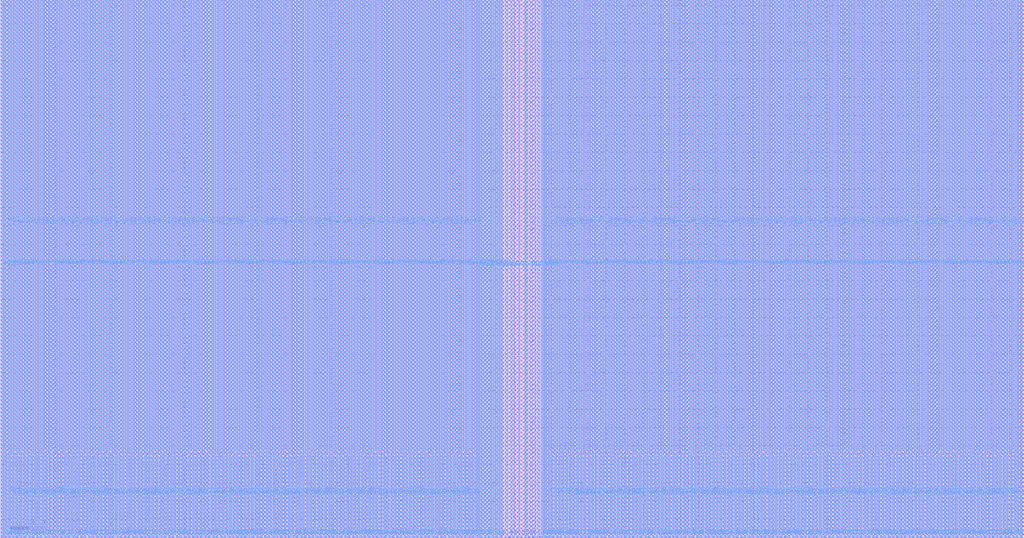
<source format=lef>
# ________________________________________________________________________________________________
# 
# 
#             Synchronous One-Port Register File Compiler
# 
#                 UMC 0.11um LL AE Logic Process
# 
# ________________________________________________________________________________________________
# 
#               
#         Copyright (C) 2024 Faraday Technology Corporation. All Rights Reserved.       
#                
#         This source code is an unpublished work belongs to Faraday Technology Corporation       
#         It is considered a trade secret and is not to be divulged or       
#         used by parties who have not received written authorization from       
#         Faraday Technology Corporation       
#                
#         Faraday's home page can be found at: http://www.faraday-tech.com/       
#                
# ________________________________________________________________________________________________
# 
#        IP Name            :  FSR0K_B_SY                
#        IP Version         :  1.4.0                     
#        IP Release Status  :  Active                    
#        Word               :  512                       
#        Bit                :  16                        
#        Byte               :  8                         
#        Mux                :  2                         
#        Output Loading     :  0.01                      
#        Clock Input Slew   :  0.016                     
#        Data Input Slew    :  0.016                     
#        Ring Type          :  Ringless Model            
#        Ring Width         :  0                         
#        Bus Format         :  0                         
#        Memaker Path       :  /home/mem/Desktop/memlib  
#        GUI Version        :  m20230904                 
#        Date               :  2024/09/23 13:16:55       
# ________________________________________________________________________________________________
# 

VERSION 5.5 ;
NAMESCASESENSITIVE ON ;
MACRO SYKB110_512X16X8CM2
CLASS BLOCK ;
FOREIGN SYKB110_512X16X8CM2 0.000 0.000 ;
ORIGIN 0.000 0.000 ;
SIZE 557.611 BY 293.175 ;
SYMMETRY x y r90 ;
SITE core ;
PIN GND
  DIRECTION INOUT ;
  USE GROUND ;
 PORT
  LAYER ME4 ;
  RECT 302.278 1.781 302.618 293.175 ;
 END
 PORT
  LAYER ME4 ;
  RECT 298.274 1.781 298.614 293.175 ;
 END
 PORT
  LAYER ME4 ;
  RECT 300.276 1.781 300.616 293.175 ;
 END
 PORT
  LAYER ME4 ;
  RECT 301.087 0.000 301.807 44.094 ;
 END
 PORT
  LAYER ME4 ;
  RECT 306.282 1.781 306.622 293.175 ;
 END
 PORT
  LAYER ME4 ;
  RECT 304.280 1.781 304.620 293.175 ;
 END
 PORT
  LAYER ME4 ;
  RECT 305.091 0.000 305.811 44.094 ;
 END
 PORT
  LAYER ME4 ;
  RECT 310.286 1.781 310.626 293.175 ;
 END
 PORT
  LAYER ME4 ;
  RECT 308.284 1.781 308.624 293.175 ;
 END
 PORT
  LAYER ME4 ;
  RECT 309.095 0.000 309.815 44.094 ;
 END
 PORT
  LAYER ME4 ;
  RECT 314.290 1.781 314.630 293.175 ;
 END
 PORT
  LAYER ME4 ;
  RECT 312.288 1.781 312.628 293.175 ;
 END
 PORT
  LAYER ME4 ;
  RECT 313.099 0.000 313.819 44.094 ;
 END
 PORT
  LAYER ME4 ;
  RECT 318.294 1.781 318.634 293.175 ;
 END
 PORT
  LAYER ME4 ;
  RECT 316.292 1.781 316.632 293.175 ;
 END
 PORT
  LAYER ME4 ;
  RECT 317.103 0.000 317.823 44.094 ;
 END
 PORT
  LAYER ME4 ;
  RECT 322.298 1.781 322.638 293.175 ;
 END
 PORT
  LAYER ME4 ;
  RECT 320.296 1.781 320.636 293.175 ;
 END
 PORT
  LAYER ME4 ;
  RECT 321.107 0.000 321.827 44.094 ;
 END
 PORT
  LAYER ME4 ;
  RECT 326.302 1.781 326.642 293.175 ;
 END
 PORT
  LAYER ME4 ;
  RECT 324.300 1.781 324.640 293.175 ;
 END
 PORT
  LAYER ME4 ;
  RECT 325.111 0.000 325.831 44.094 ;
 END
 PORT
  LAYER ME4 ;
  RECT 330.306 1.781 330.646 293.175 ;
 END
 PORT
  LAYER ME4 ;
  RECT 328.304 1.781 328.644 293.175 ;
 END
 PORT
  LAYER ME4 ;
  RECT 329.115 0.000 329.835 44.094 ;
 END
 PORT
  LAYER ME4 ;
  RECT 334.310 1.781 334.650 293.175 ;
 END
 PORT
  LAYER ME4 ;
  RECT 332.308 1.781 332.648 293.175 ;
 END
 PORT
  LAYER ME4 ;
  RECT 333.119 0.000 333.839 44.094 ;
 END
 PORT
  LAYER ME4 ;
  RECT 338.314 1.781 338.654 293.175 ;
 END
 PORT
  LAYER ME4 ;
  RECT 336.312 1.781 336.652 293.175 ;
 END
 PORT
  LAYER ME4 ;
  RECT 337.123 0.000 337.843 44.094 ;
 END
 PORT
  LAYER ME4 ;
  RECT 342.318 1.781 342.658 293.175 ;
 END
 PORT
  LAYER ME4 ;
  RECT 340.316 1.781 340.656 293.175 ;
 END
 PORT
  LAYER ME4 ;
  RECT 341.127 0.000 341.847 44.094 ;
 END
 PORT
  LAYER ME4 ;
  RECT 346.322 1.781 346.662 293.175 ;
 END
 PORT
  LAYER ME4 ;
  RECT 344.320 1.781 344.660 293.175 ;
 END
 PORT
  LAYER ME4 ;
  RECT 345.131 0.000 345.851 44.094 ;
 END
 PORT
  LAYER ME4 ;
  RECT 350.326 1.781 350.666 293.175 ;
 END
 PORT
  LAYER ME4 ;
  RECT 348.324 1.781 348.664 293.175 ;
 END
 PORT
  LAYER ME4 ;
  RECT 349.135 0.000 349.855 44.094 ;
 END
 PORT
  LAYER ME4 ;
  RECT 354.330 1.781 354.670 293.175 ;
 END
 PORT
  LAYER ME4 ;
  RECT 352.328 1.781 352.668 293.175 ;
 END
 PORT
  LAYER ME4 ;
  RECT 353.139 0.000 353.859 44.094 ;
 END
 PORT
  LAYER ME4 ;
  RECT 358.334 1.781 358.674 293.175 ;
 END
 PORT
  LAYER ME4 ;
  RECT 356.332 1.781 356.672 293.175 ;
 END
 PORT
  LAYER ME4 ;
  RECT 357.143 0.000 357.863 44.094 ;
 END
 PORT
  LAYER ME4 ;
  RECT 362.338 1.781 362.678 293.175 ;
 END
 PORT
  LAYER ME4 ;
  RECT 360.336 1.781 360.676 293.175 ;
 END
 PORT
  LAYER ME4 ;
  RECT 361.147 0.000 361.867 44.094 ;
 END
 PORT
  LAYER ME4 ;
  RECT 366.342 1.781 366.682 293.175 ;
 END
 PORT
  LAYER ME4 ;
  RECT 364.340 1.781 364.680 293.175 ;
 END
 PORT
  LAYER ME4 ;
  RECT 365.151 0.000 365.871 44.094 ;
 END
 PORT
  LAYER ME4 ;
  RECT 370.346 1.781 370.686 293.175 ;
 END
 PORT
  LAYER ME4 ;
  RECT 368.344 1.781 368.684 293.175 ;
 END
 PORT
  LAYER ME4 ;
  RECT 369.155 0.000 369.875 44.094 ;
 END
 PORT
  LAYER ME4 ;
  RECT 374.350 1.781 374.690 293.175 ;
 END
 PORT
  LAYER ME4 ;
  RECT 372.348 1.781 372.688 293.175 ;
 END
 PORT
  LAYER ME4 ;
  RECT 373.159 0.000 373.879 44.094 ;
 END
 PORT
  LAYER ME4 ;
  RECT 378.354 1.781 378.694 293.175 ;
 END
 PORT
  LAYER ME4 ;
  RECT 376.352 1.781 376.692 293.175 ;
 END
 PORT
  LAYER ME4 ;
  RECT 377.163 0.000 377.883 44.094 ;
 END
 PORT
  LAYER ME4 ;
  RECT 382.358 1.781 382.698 293.175 ;
 END
 PORT
  LAYER ME4 ;
  RECT 380.356 1.781 380.696 293.175 ;
 END
 PORT
  LAYER ME4 ;
  RECT 381.167 0.000 381.887 44.094 ;
 END
 PORT
  LAYER ME4 ;
  RECT 386.362 1.781 386.702 293.175 ;
 END
 PORT
  LAYER ME4 ;
  RECT 384.360 1.781 384.700 293.175 ;
 END
 PORT
  LAYER ME4 ;
  RECT 385.171 0.000 385.891 44.094 ;
 END
 PORT
  LAYER ME4 ;
  RECT 390.366 1.781 390.706 293.175 ;
 END
 PORT
  LAYER ME4 ;
  RECT 388.364 1.781 388.704 293.175 ;
 END
 PORT
  LAYER ME4 ;
  RECT 389.175 0.000 389.895 44.094 ;
 END
 PORT
  LAYER ME4 ;
  RECT 394.370 1.781 394.710 293.175 ;
 END
 PORT
  LAYER ME4 ;
  RECT 392.368 1.781 392.708 293.175 ;
 END
 PORT
  LAYER ME4 ;
  RECT 393.179 0.000 393.899 44.094 ;
 END
 PORT
  LAYER ME4 ;
  RECT 398.374 1.781 398.714 293.175 ;
 END
 PORT
  LAYER ME4 ;
  RECT 396.372 1.781 396.712 293.175 ;
 END
 PORT
  LAYER ME4 ;
  RECT 397.183 0.000 397.903 44.094 ;
 END
 PORT
  LAYER ME4 ;
  RECT 402.378 1.781 402.718 293.175 ;
 END
 PORT
  LAYER ME4 ;
  RECT 400.376 1.781 400.716 293.175 ;
 END
 PORT
  LAYER ME4 ;
  RECT 401.187 0.000 401.907 44.094 ;
 END
 PORT
  LAYER ME4 ;
  RECT 406.382 1.781 406.722 293.175 ;
 END
 PORT
  LAYER ME4 ;
  RECT 404.380 1.781 404.720 293.175 ;
 END
 PORT
  LAYER ME4 ;
  RECT 405.191 0.000 405.911 44.094 ;
 END
 PORT
  LAYER ME4 ;
  RECT 410.386 1.781 410.726 293.175 ;
 END
 PORT
  LAYER ME4 ;
  RECT 408.384 1.781 408.724 293.175 ;
 END
 PORT
  LAYER ME4 ;
  RECT 409.195 0.000 409.915 44.094 ;
 END
 PORT
  LAYER ME4 ;
  RECT 414.390 1.781 414.730 293.175 ;
 END
 PORT
  LAYER ME4 ;
  RECT 412.388 1.781 412.728 293.175 ;
 END
 PORT
  LAYER ME4 ;
  RECT 413.199 0.000 413.919 44.094 ;
 END
 PORT
  LAYER ME4 ;
  RECT 418.394 1.781 418.734 293.175 ;
 END
 PORT
  LAYER ME4 ;
  RECT 416.392 1.781 416.732 293.175 ;
 END
 PORT
  LAYER ME4 ;
  RECT 417.203 0.000 417.923 44.094 ;
 END
 PORT
  LAYER ME4 ;
  RECT 422.398 1.781 422.738 293.175 ;
 END
 PORT
  LAYER ME4 ;
  RECT 420.396 1.781 420.736 293.175 ;
 END
 PORT
  LAYER ME4 ;
  RECT 421.207 0.000 421.927 44.094 ;
 END
 PORT
  LAYER ME4 ;
  RECT 426.402 1.781 426.742 293.175 ;
 END
 PORT
  LAYER ME4 ;
  RECT 424.400 1.781 424.740 293.175 ;
 END
 PORT
  LAYER ME4 ;
  RECT 425.211 0.000 425.931 44.094 ;
 END
 PORT
  LAYER ME4 ;
  RECT 430.406 1.781 430.746 293.175 ;
 END
 PORT
  LAYER ME4 ;
  RECT 428.404 1.781 428.744 293.175 ;
 END
 PORT
  LAYER ME4 ;
  RECT 429.215 0.000 429.935 44.094 ;
 END
 PORT
  LAYER ME4 ;
  RECT 434.410 1.781 434.750 293.175 ;
 END
 PORT
  LAYER ME4 ;
  RECT 432.408 1.781 432.748 293.175 ;
 END
 PORT
  LAYER ME4 ;
  RECT 433.219 0.000 433.939 44.094 ;
 END
 PORT
  LAYER ME4 ;
  RECT 438.414 1.781 438.754 293.175 ;
 END
 PORT
  LAYER ME4 ;
  RECT 436.412 1.781 436.752 293.175 ;
 END
 PORT
  LAYER ME4 ;
  RECT 437.223 0.000 437.943 44.094 ;
 END
 PORT
  LAYER ME4 ;
  RECT 442.418 1.781 442.758 293.175 ;
 END
 PORT
  LAYER ME4 ;
  RECT 440.416 1.781 440.756 293.175 ;
 END
 PORT
  LAYER ME4 ;
  RECT 441.227 0.000 441.947 44.094 ;
 END
 PORT
  LAYER ME4 ;
  RECT 446.422 1.781 446.762 293.175 ;
 END
 PORT
  LAYER ME4 ;
  RECT 444.420 1.781 444.760 293.175 ;
 END
 PORT
  LAYER ME4 ;
  RECT 445.231 0.000 445.951 44.094 ;
 END
 PORT
  LAYER ME4 ;
  RECT 450.426 1.781 450.766 293.175 ;
 END
 PORT
  LAYER ME4 ;
  RECT 448.424 1.781 448.764 293.175 ;
 END
 PORT
  LAYER ME4 ;
  RECT 449.235 0.000 449.955 44.094 ;
 END
 PORT
  LAYER ME4 ;
  RECT 454.430 1.781 454.770 293.175 ;
 END
 PORT
  LAYER ME4 ;
  RECT 452.428 1.781 452.768 293.175 ;
 END
 PORT
  LAYER ME4 ;
  RECT 453.239 0.000 453.959 44.094 ;
 END
 PORT
  LAYER ME4 ;
  RECT 458.434 1.781 458.774 293.175 ;
 END
 PORT
  LAYER ME4 ;
  RECT 456.432 1.781 456.772 293.175 ;
 END
 PORT
  LAYER ME4 ;
  RECT 457.243 0.000 457.963 44.094 ;
 END
 PORT
  LAYER ME4 ;
  RECT 462.438 1.781 462.778 293.175 ;
 END
 PORT
  LAYER ME4 ;
  RECT 460.436 1.781 460.776 293.175 ;
 END
 PORT
  LAYER ME4 ;
  RECT 461.247 0.000 461.967 44.094 ;
 END
 PORT
  LAYER ME4 ;
  RECT 466.442 1.781 466.782 293.175 ;
 END
 PORT
  LAYER ME4 ;
  RECT 464.440 1.781 464.780 293.175 ;
 END
 PORT
  LAYER ME4 ;
  RECT 465.251 0.000 465.971 44.094 ;
 END
 PORT
  LAYER ME4 ;
  RECT 470.446 1.781 470.786 293.175 ;
 END
 PORT
  LAYER ME4 ;
  RECT 468.444 1.781 468.784 293.175 ;
 END
 PORT
  LAYER ME4 ;
  RECT 469.255 0.000 469.975 44.094 ;
 END
 PORT
  LAYER ME4 ;
  RECT 474.450 1.781 474.790 293.175 ;
 END
 PORT
  LAYER ME4 ;
  RECT 472.448 1.781 472.788 293.175 ;
 END
 PORT
  LAYER ME4 ;
  RECT 473.259 0.000 473.979 44.094 ;
 END
 PORT
  LAYER ME4 ;
  RECT 478.454 1.781 478.794 293.175 ;
 END
 PORT
  LAYER ME4 ;
  RECT 476.452 1.781 476.792 293.175 ;
 END
 PORT
  LAYER ME4 ;
  RECT 477.263 0.000 477.983 44.094 ;
 END
 PORT
  LAYER ME4 ;
  RECT 482.458 1.781 482.798 293.175 ;
 END
 PORT
  LAYER ME4 ;
  RECT 480.456 1.781 480.796 293.175 ;
 END
 PORT
  LAYER ME4 ;
  RECT 481.267 0.000 481.987 44.094 ;
 END
 PORT
  LAYER ME4 ;
  RECT 486.462 1.781 486.802 293.175 ;
 END
 PORT
  LAYER ME4 ;
  RECT 484.460 1.781 484.800 293.175 ;
 END
 PORT
  LAYER ME4 ;
  RECT 485.271 0.000 485.991 44.094 ;
 END
 PORT
  LAYER ME4 ;
  RECT 490.466 1.781 490.806 293.175 ;
 END
 PORT
  LAYER ME4 ;
  RECT 488.464 1.781 488.804 293.175 ;
 END
 PORT
  LAYER ME4 ;
  RECT 489.275 0.000 489.995 44.094 ;
 END
 PORT
  LAYER ME4 ;
  RECT 494.470 1.781 494.810 293.175 ;
 END
 PORT
  LAYER ME4 ;
  RECT 492.468 1.781 492.808 293.175 ;
 END
 PORT
  LAYER ME4 ;
  RECT 493.279 0.000 493.999 44.094 ;
 END
 PORT
  LAYER ME4 ;
  RECT 498.474 1.781 498.814 293.175 ;
 END
 PORT
  LAYER ME4 ;
  RECT 496.472 1.781 496.812 293.175 ;
 END
 PORT
  LAYER ME4 ;
  RECT 497.283 0.000 498.003 44.094 ;
 END
 PORT
  LAYER ME4 ;
  RECT 502.478 1.781 502.818 293.175 ;
 END
 PORT
  LAYER ME4 ;
  RECT 500.476 1.781 500.816 293.175 ;
 END
 PORT
  LAYER ME4 ;
  RECT 501.287 0.000 502.007 44.094 ;
 END
 PORT
  LAYER ME4 ;
  RECT 506.482 1.781 506.822 293.175 ;
 END
 PORT
  LAYER ME4 ;
  RECT 504.480 1.781 504.820 293.175 ;
 END
 PORT
  LAYER ME4 ;
  RECT 505.291 0.000 506.011 44.094 ;
 END
 PORT
  LAYER ME4 ;
  RECT 510.486 1.781 510.826 293.175 ;
 END
 PORT
  LAYER ME4 ;
  RECT 508.484 1.781 508.824 293.175 ;
 END
 PORT
  LAYER ME4 ;
  RECT 509.295 0.000 510.015 44.094 ;
 END
 PORT
  LAYER ME4 ;
  RECT 514.490 1.781 514.830 293.175 ;
 END
 PORT
  LAYER ME4 ;
  RECT 512.488 1.781 512.828 293.175 ;
 END
 PORT
  LAYER ME4 ;
  RECT 513.299 0.000 514.019 44.094 ;
 END
 PORT
  LAYER ME4 ;
  RECT 518.494 1.781 518.834 293.175 ;
 END
 PORT
  LAYER ME4 ;
  RECT 516.492 1.781 516.832 293.175 ;
 END
 PORT
  LAYER ME4 ;
  RECT 517.303 0.000 518.023 44.094 ;
 END
 PORT
  LAYER ME4 ;
  RECT 522.498 1.781 522.838 293.175 ;
 END
 PORT
  LAYER ME4 ;
  RECT 520.496 1.781 520.836 293.175 ;
 END
 PORT
  LAYER ME4 ;
  RECT 521.307 0.000 522.027 44.094 ;
 END
 PORT
  LAYER ME4 ;
  RECT 526.502 1.781 526.842 293.175 ;
 END
 PORT
  LAYER ME4 ;
  RECT 524.500 1.781 524.840 293.175 ;
 END
 PORT
  LAYER ME4 ;
  RECT 525.311 0.000 526.031 44.094 ;
 END
 PORT
  LAYER ME4 ;
  RECT 530.506 1.781 530.846 293.175 ;
 END
 PORT
  LAYER ME4 ;
  RECT 528.504 1.781 528.844 293.175 ;
 END
 PORT
  LAYER ME4 ;
  RECT 529.315 0.000 530.035 44.094 ;
 END
 PORT
  LAYER ME4 ;
  RECT 534.510 1.781 534.850 293.175 ;
 END
 PORT
  LAYER ME4 ;
  RECT 532.508 1.781 532.848 293.175 ;
 END
 PORT
  LAYER ME4 ;
  RECT 533.319 0.000 534.039 44.094 ;
 END
 PORT
  LAYER ME4 ;
  RECT 538.514 1.781 538.854 293.175 ;
 END
 PORT
  LAYER ME4 ;
  RECT 536.512 1.781 536.852 293.175 ;
 END
 PORT
  LAYER ME4 ;
  RECT 537.323 0.000 538.043 44.094 ;
 END
 PORT
  LAYER ME4 ;
  RECT 542.518 1.781 542.858 293.175 ;
 END
 PORT
  LAYER ME4 ;
  RECT 540.516 1.781 540.856 293.175 ;
 END
 PORT
  LAYER ME4 ;
  RECT 541.327 0.000 542.047 44.094 ;
 END
 PORT
  LAYER ME4 ;
  RECT 546.522 1.781 546.862 293.175 ;
 END
 PORT
  LAYER ME4 ;
  RECT 544.520 1.781 544.860 293.175 ;
 END
 PORT
  LAYER ME4 ;
  RECT 545.331 0.000 546.051 44.094 ;
 END
 PORT
  LAYER ME4 ;
  RECT 550.526 1.781 550.866 293.175 ;
 END
 PORT
  LAYER ME4 ;
  RECT 548.524 1.781 548.864 293.175 ;
 END
 PORT
  LAYER ME4 ;
  RECT 549.335 0.000 550.055 44.094 ;
 END
 PORT
  LAYER ME4 ;
  RECT 554.530 1.781 554.870 293.175 ;
 END
 PORT
  LAYER ME4 ;
  RECT 552.528 1.781 552.868 293.175 ;
 END
 PORT
  LAYER ME4 ;
  RECT 553.339 0.000 554.059 44.094 ;
 END
 PORT
  LAYER ME4 ;
  RECT 555.531 0.000 555.871 293.175 ;
 END
 PORT
  LAYER ME4 ;
  RECT 279.417 0.000 280.137 293.175 ;
 END
 PORT
  LAYER ME4 ;
  RECT 285.411 0.000 286.131 293.175 ;
 END
 PORT
  LAYER ME4 ;
  RECT 290.882 0.000 291.602 293.175 ;
 END
 PORT
  LAYER ME4 ;
  RECT 292.597 0.000 293.317 293.175 ;
 END
 PORT
  LAYER ME4 ;
  RECT 295.593 0.000 296.193 293.175 ;
 END
 PORT
  LAYER ME4 ;
  RECT 297.273 1.781 297.613 293.175 ;
 END
 PORT
  LAYER ME4 ;
  RECT 271.858 0.000 272.578 293.175 ;
 END
 PORT
  LAYER ME4 ;
  RECT 269.818 1.781 270.538 292.295 ;
 END
 PORT
  LAYER ME4 ;
  RECT 267.698 0.000 268.418 293.175 ;
 END
 PORT
  LAYER ME4 ;
  RECT 265.658 1.781 266.378 293.175 ;
 END
 PORT
  LAYER ME4 ;
  RECT 263.538 0.000 264.258 293.175 ;
 END
 PORT
  LAYER ME4 ;
  RECT 261.498 1.781 262.218 293.175 ;
 END
 PORT
  LAYER ME4 ;
  RECT 1.740 0.000 2.080 293.175 ;
 END
 PORT
  LAYER ME4 ;
  RECT 6.745 1.781 7.085 293.175 ;
 END
 PORT
  LAYER ME4 ;
  RECT 2.741 1.781 3.081 293.175 ;
 END
 PORT
  LAYER ME4 ;
  RECT 4.743 1.781 5.083 293.175 ;
 END
 PORT
  LAYER ME4 ;
  RECT 5.554 0.000 6.274 44.094 ;
 END
 PORT
  LAYER ME4 ;
  RECT 10.749 1.781 11.089 293.175 ;
 END
 PORT
  LAYER ME4 ;
  RECT 8.747 1.781 9.087 293.175 ;
 END
 PORT
  LAYER ME4 ;
  RECT 9.558 0.000 10.278 44.094 ;
 END
 PORT
  LAYER ME4 ;
  RECT 14.753 1.781 15.093 293.175 ;
 END
 PORT
  LAYER ME4 ;
  RECT 12.751 1.781 13.091 293.175 ;
 END
 PORT
  LAYER ME4 ;
  RECT 13.562 0.000 14.282 44.094 ;
 END
 PORT
  LAYER ME4 ;
  RECT 18.757 1.781 19.097 293.175 ;
 END
 PORT
  LAYER ME4 ;
  RECT 16.755 1.781 17.095 293.175 ;
 END
 PORT
  LAYER ME4 ;
  RECT 17.566 0.000 18.286 44.094 ;
 END
 PORT
  LAYER ME4 ;
  RECT 22.761 1.781 23.101 293.175 ;
 END
 PORT
  LAYER ME4 ;
  RECT 20.759 1.781 21.099 293.175 ;
 END
 PORT
  LAYER ME4 ;
  RECT 21.570 0.000 22.290 44.094 ;
 END
 PORT
  LAYER ME4 ;
  RECT 26.765 1.781 27.105 293.175 ;
 END
 PORT
  LAYER ME4 ;
  RECT 24.763 1.781 25.103 293.175 ;
 END
 PORT
  LAYER ME4 ;
  RECT 25.574 0.000 26.294 44.094 ;
 END
 PORT
  LAYER ME4 ;
  RECT 30.769 1.781 31.109 293.175 ;
 END
 PORT
  LAYER ME4 ;
  RECT 28.767 1.781 29.107 293.175 ;
 END
 PORT
  LAYER ME4 ;
  RECT 29.578 0.000 30.298 44.094 ;
 END
 PORT
  LAYER ME4 ;
  RECT 34.773 1.781 35.113 293.175 ;
 END
 PORT
  LAYER ME4 ;
  RECT 32.771 1.781 33.111 293.175 ;
 END
 PORT
  LAYER ME4 ;
  RECT 33.582 0.000 34.302 44.094 ;
 END
 PORT
  LAYER ME4 ;
  RECT 38.777 1.781 39.117 293.175 ;
 END
 PORT
  LAYER ME4 ;
  RECT 36.775 1.781 37.115 293.175 ;
 END
 PORT
  LAYER ME4 ;
  RECT 37.586 0.000 38.306 44.094 ;
 END
 PORT
  LAYER ME4 ;
  RECT 42.781 1.781 43.121 293.175 ;
 END
 PORT
  LAYER ME4 ;
  RECT 40.779 1.781 41.119 293.175 ;
 END
 PORT
  LAYER ME4 ;
  RECT 41.590 0.000 42.310 44.094 ;
 END
 PORT
  LAYER ME4 ;
  RECT 46.785 1.781 47.125 293.175 ;
 END
 PORT
  LAYER ME4 ;
  RECT 44.783 1.781 45.123 293.175 ;
 END
 PORT
  LAYER ME4 ;
  RECT 45.594 0.000 46.314 44.094 ;
 END
 PORT
  LAYER ME4 ;
  RECT 50.789 1.781 51.129 293.175 ;
 END
 PORT
  LAYER ME4 ;
  RECT 48.787 1.781 49.127 293.175 ;
 END
 PORT
  LAYER ME4 ;
  RECT 49.598 0.000 50.318 44.094 ;
 END
 PORT
  LAYER ME4 ;
  RECT 54.793 1.781 55.133 293.175 ;
 END
 PORT
  LAYER ME4 ;
  RECT 52.791 1.781 53.131 293.175 ;
 END
 PORT
  LAYER ME4 ;
  RECT 53.602 0.000 54.322 44.094 ;
 END
 PORT
  LAYER ME4 ;
  RECT 58.797 1.781 59.137 293.175 ;
 END
 PORT
  LAYER ME4 ;
  RECT 56.795 1.781 57.135 293.175 ;
 END
 PORT
  LAYER ME4 ;
  RECT 57.606 0.000 58.326 44.094 ;
 END
 PORT
  LAYER ME4 ;
  RECT 62.801 1.781 63.141 293.175 ;
 END
 PORT
  LAYER ME4 ;
  RECT 60.799 1.781 61.139 293.175 ;
 END
 PORT
  LAYER ME4 ;
  RECT 61.610 0.000 62.330 44.094 ;
 END
 PORT
  LAYER ME4 ;
  RECT 66.805 1.781 67.145 293.175 ;
 END
 PORT
  LAYER ME4 ;
  RECT 64.803 1.781 65.143 293.175 ;
 END
 PORT
  LAYER ME4 ;
  RECT 65.614 0.000 66.334 44.094 ;
 END
 PORT
  LAYER ME4 ;
  RECT 70.809 1.781 71.149 293.175 ;
 END
 PORT
  LAYER ME4 ;
  RECT 68.807 1.781 69.147 293.175 ;
 END
 PORT
  LAYER ME4 ;
  RECT 69.618 0.000 70.338 44.094 ;
 END
 PORT
  LAYER ME4 ;
  RECT 74.813 1.781 75.153 293.175 ;
 END
 PORT
  LAYER ME4 ;
  RECT 72.811 1.781 73.151 293.175 ;
 END
 PORT
  LAYER ME4 ;
  RECT 73.622 0.000 74.342 44.094 ;
 END
 PORT
  LAYER ME4 ;
  RECT 78.817 1.781 79.157 293.175 ;
 END
 PORT
  LAYER ME4 ;
  RECT 76.815 1.781 77.155 293.175 ;
 END
 PORT
  LAYER ME4 ;
  RECT 77.626 0.000 78.346 44.094 ;
 END
 PORT
  LAYER ME4 ;
  RECT 82.821 1.781 83.161 293.175 ;
 END
 PORT
  LAYER ME4 ;
  RECT 80.819 1.781 81.159 293.175 ;
 END
 PORT
  LAYER ME4 ;
  RECT 81.630 0.000 82.350 44.094 ;
 END
 PORT
  LAYER ME4 ;
  RECT 86.825 1.781 87.165 293.175 ;
 END
 PORT
  LAYER ME4 ;
  RECT 84.823 1.781 85.163 293.175 ;
 END
 PORT
  LAYER ME4 ;
  RECT 85.634 0.000 86.354 44.094 ;
 END
 PORT
  LAYER ME4 ;
  RECT 90.829 1.781 91.169 293.175 ;
 END
 PORT
  LAYER ME4 ;
  RECT 88.827 1.781 89.167 293.175 ;
 END
 PORT
  LAYER ME4 ;
  RECT 89.638 0.000 90.358 44.094 ;
 END
 PORT
  LAYER ME4 ;
  RECT 94.833 1.781 95.173 293.175 ;
 END
 PORT
  LAYER ME4 ;
  RECT 92.831 1.781 93.171 293.175 ;
 END
 PORT
  LAYER ME4 ;
  RECT 93.642 0.000 94.362 44.094 ;
 END
 PORT
  LAYER ME4 ;
  RECT 98.837 1.781 99.177 293.175 ;
 END
 PORT
  LAYER ME4 ;
  RECT 96.835 1.781 97.175 293.175 ;
 END
 PORT
  LAYER ME4 ;
  RECT 97.646 0.000 98.366 44.094 ;
 END
 PORT
  LAYER ME4 ;
  RECT 102.841 1.781 103.181 293.175 ;
 END
 PORT
  LAYER ME4 ;
  RECT 100.839 1.781 101.179 293.175 ;
 END
 PORT
  LAYER ME4 ;
  RECT 101.650 0.000 102.370 44.094 ;
 END
 PORT
  LAYER ME4 ;
  RECT 106.845 1.781 107.185 293.175 ;
 END
 PORT
  LAYER ME4 ;
  RECT 104.843 1.781 105.183 293.175 ;
 END
 PORT
  LAYER ME4 ;
  RECT 105.654 0.000 106.374 44.094 ;
 END
 PORT
  LAYER ME4 ;
  RECT 110.849 1.781 111.189 293.175 ;
 END
 PORT
  LAYER ME4 ;
  RECT 108.847 1.781 109.187 293.175 ;
 END
 PORT
  LAYER ME4 ;
  RECT 109.658 0.000 110.378 44.094 ;
 END
 PORT
  LAYER ME4 ;
  RECT 114.853 1.781 115.193 293.175 ;
 END
 PORT
  LAYER ME4 ;
  RECT 112.851 1.781 113.191 293.175 ;
 END
 PORT
  LAYER ME4 ;
  RECT 113.662 0.000 114.382 44.094 ;
 END
 PORT
  LAYER ME4 ;
  RECT 118.857 1.781 119.197 293.175 ;
 END
 PORT
  LAYER ME4 ;
  RECT 116.855 1.781 117.195 293.175 ;
 END
 PORT
  LAYER ME4 ;
  RECT 117.666 0.000 118.386 44.094 ;
 END
 PORT
  LAYER ME4 ;
  RECT 122.861 1.781 123.201 293.175 ;
 END
 PORT
  LAYER ME4 ;
  RECT 120.859 1.781 121.199 293.175 ;
 END
 PORT
  LAYER ME4 ;
  RECT 121.670 0.000 122.390 44.094 ;
 END
 PORT
  LAYER ME4 ;
  RECT 126.865 1.781 127.205 293.175 ;
 END
 PORT
  LAYER ME4 ;
  RECT 124.863 1.781 125.203 293.175 ;
 END
 PORT
  LAYER ME4 ;
  RECT 125.674 0.000 126.394 44.094 ;
 END
 PORT
  LAYER ME4 ;
  RECT 130.869 1.781 131.209 293.175 ;
 END
 PORT
  LAYER ME4 ;
  RECT 128.867 1.781 129.207 293.175 ;
 END
 PORT
  LAYER ME4 ;
  RECT 129.678 0.000 130.398 44.094 ;
 END
 PORT
  LAYER ME4 ;
  RECT 134.873 1.781 135.213 293.175 ;
 END
 PORT
  LAYER ME4 ;
  RECT 132.871 1.781 133.211 293.175 ;
 END
 PORT
  LAYER ME4 ;
  RECT 133.682 0.000 134.402 44.094 ;
 END
 PORT
  LAYER ME4 ;
  RECT 138.877 1.781 139.217 293.175 ;
 END
 PORT
  LAYER ME4 ;
  RECT 136.875 1.781 137.215 293.175 ;
 END
 PORT
  LAYER ME4 ;
  RECT 137.686 0.000 138.406 44.094 ;
 END
 PORT
  LAYER ME4 ;
  RECT 142.881 1.781 143.221 293.175 ;
 END
 PORT
  LAYER ME4 ;
  RECT 140.879 1.781 141.219 293.175 ;
 END
 PORT
  LAYER ME4 ;
  RECT 141.690 0.000 142.410 44.094 ;
 END
 PORT
  LAYER ME4 ;
  RECT 146.885 1.781 147.225 293.175 ;
 END
 PORT
  LAYER ME4 ;
  RECT 144.883 1.781 145.223 293.175 ;
 END
 PORT
  LAYER ME4 ;
  RECT 145.694 0.000 146.414 44.094 ;
 END
 PORT
  LAYER ME4 ;
  RECT 150.889 1.781 151.229 293.175 ;
 END
 PORT
  LAYER ME4 ;
  RECT 148.887 1.781 149.227 293.175 ;
 END
 PORT
  LAYER ME4 ;
  RECT 149.698 0.000 150.418 44.094 ;
 END
 PORT
  LAYER ME4 ;
  RECT 154.893 1.781 155.233 293.175 ;
 END
 PORT
  LAYER ME4 ;
  RECT 152.891 1.781 153.231 293.175 ;
 END
 PORT
  LAYER ME4 ;
  RECT 153.702 0.000 154.422 44.094 ;
 END
 PORT
  LAYER ME4 ;
  RECT 158.897 1.781 159.237 293.175 ;
 END
 PORT
  LAYER ME4 ;
  RECT 156.895 1.781 157.235 293.175 ;
 END
 PORT
  LAYER ME4 ;
  RECT 157.706 0.000 158.426 44.094 ;
 END
 PORT
  LAYER ME4 ;
  RECT 162.901 1.781 163.241 293.175 ;
 END
 PORT
  LAYER ME4 ;
  RECT 160.899 1.781 161.239 293.175 ;
 END
 PORT
  LAYER ME4 ;
  RECT 161.710 0.000 162.430 44.094 ;
 END
 PORT
  LAYER ME4 ;
  RECT 166.905 1.781 167.245 293.175 ;
 END
 PORT
  LAYER ME4 ;
  RECT 164.903 1.781 165.243 293.175 ;
 END
 PORT
  LAYER ME4 ;
  RECT 165.714 0.000 166.434 44.094 ;
 END
 PORT
  LAYER ME4 ;
  RECT 170.909 1.781 171.249 293.175 ;
 END
 PORT
  LAYER ME4 ;
  RECT 168.907 1.781 169.247 293.175 ;
 END
 PORT
  LAYER ME4 ;
  RECT 169.718 0.000 170.438 44.094 ;
 END
 PORT
  LAYER ME4 ;
  RECT 174.913 1.781 175.253 293.175 ;
 END
 PORT
  LAYER ME4 ;
  RECT 172.911 1.781 173.251 293.175 ;
 END
 PORT
  LAYER ME4 ;
  RECT 173.722 0.000 174.442 44.094 ;
 END
 PORT
  LAYER ME4 ;
  RECT 178.917 1.781 179.257 293.175 ;
 END
 PORT
  LAYER ME4 ;
  RECT 176.915 1.781 177.255 293.175 ;
 END
 PORT
  LAYER ME4 ;
  RECT 177.726 0.000 178.446 44.094 ;
 END
 PORT
  LAYER ME4 ;
  RECT 182.921 1.781 183.261 293.175 ;
 END
 PORT
  LAYER ME4 ;
  RECT 180.919 1.781 181.259 293.175 ;
 END
 PORT
  LAYER ME4 ;
  RECT 181.730 0.000 182.450 44.094 ;
 END
 PORT
  LAYER ME4 ;
  RECT 186.925 1.781 187.265 293.175 ;
 END
 PORT
  LAYER ME4 ;
  RECT 184.923 1.781 185.263 293.175 ;
 END
 PORT
  LAYER ME4 ;
  RECT 185.734 0.000 186.454 44.094 ;
 END
 PORT
  LAYER ME4 ;
  RECT 190.929 1.781 191.269 293.175 ;
 END
 PORT
  LAYER ME4 ;
  RECT 188.927 1.781 189.267 293.175 ;
 END
 PORT
  LAYER ME4 ;
  RECT 189.738 0.000 190.458 44.094 ;
 END
 PORT
  LAYER ME4 ;
  RECT 194.933 1.781 195.273 293.175 ;
 END
 PORT
  LAYER ME4 ;
  RECT 192.931 1.781 193.271 293.175 ;
 END
 PORT
  LAYER ME4 ;
  RECT 193.742 0.000 194.462 44.094 ;
 END
 PORT
  LAYER ME4 ;
  RECT 198.937 1.781 199.277 293.175 ;
 END
 PORT
  LAYER ME4 ;
  RECT 196.935 1.781 197.275 293.175 ;
 END
 PORT
  LAYER ME4 ;
  RECT 197.746 0.000 198.466 44.094 ;
 END
 PORT
  LAYER ME4 ;
  RECT 202.941 1.781 203.281 293.175 ;
 END
 PORT
  LAYER ME4 ;
  RECT 200.939 1.781 201.279 293.175 ;
 END
 PORT
  LAYER ME4 ;
  RECT 201.750 0.000 202.470 44.094 ;
 END
 PORT
  LAYER ME4 ;
  RECT 206.945 1.781 207.285 293.175 ;
 END
 PORT
  LAYER ME4 ;
  RECT 204.943 1.781 205.283 293.175 ;
 END
 PORT
  LAYER ME4 ;
  RECT 205.754 0.000 206.474 44.094 ;
 END
 PORT
  LAYER ME4 ;
  RECT 210.949 1.781 211.289 293.175 ;
 END
 PORT
  LAYER ME4 ;
  RECT 208.947 1.781 209.287 293.175 ;
 END
 PORT
  LAYER ME4 ;
  RECT 209.758 0.000 210.478 44.094 ;
 END
 PORT
  LAYER ME4 ;
  RECT 214.953 1.781 215.293 293.175 ;
 END
 PORT
  LAYER ME4 ;
  RECT 212.951 1.781 213.291 293.175 ;
 END
 PORT
  LAYER ME4 ;
  RECT 213.762 0.000 214.482 44.094 ;
 END
 PORT
  LAYER ME4 ;
  RECT 218.957 1.781 219.297 293.175 ;
 END
 PORT
  LAYER ME4 ;
  RECT 216.955 1.781 217.295 293.175 ;
 END
 PORT
  LAYER ME4 ;
  RECT 217.766 0.000 218.486 44.094 ;
 END
 PORT
  LAYER ME4 ;
  RECT 222.961 1.781 223.301 293.175 ;
 END
 PORT
  LAYER ME4 ;
  RECT 220.959 1.781 221.299 293.175 ;
 END
 PORT
  LAYER ME4 ;
  RECT 221.770 0.000 222.490 44.094 ;
 END
 PORT
  LAYER ME4 ;
  RECT 226.965 1.781 227.305 293.175 ;
 END
 PORT
  LAYER ME4 ;
  RECT 224.963 1.781 225.303 293.175 ;
 END
 PORT
  LAYER ME4 ;
  RECT 225.774 0.000 226.494 44.094 ;
 END
 PORT
  LAYER ME4 ;
  RECT 230.969 1.781 231.309 293.175 ;
 END
 PORT
  LAYER ME4 ;
  RECT 228.967 1.781 229.307 293.175 ;
 END
 PORT
  LAYER ME4 ;
  RECT 229.778 0.000 230.498 44.094 ;
 END
 PORT
  LAYER ME4 ;
  RECT 234.973 1.781 235.313 293.175 ;
 END
 PORT
  LAYER ME4 ;
  RECT 232.971 1.781 233.311 293.175 ;
 END
 PORT
  LAYER ME4 ;
  RECT 233.782 0.000 234.502 44.094 ;
 END
 PORT
  LAYER ME4 ;
  RECT 238.977 1.781 239.317 293.175 ;
 END
 PORT
  LAYER ME4 ;
  RECT 236.975 1.781 237.315 293.175 ;
 END
 PORT
  LAYER ME4 ;
  RECT 237.786 0.000 238.506 44.094 ;
 END
 PORT
  LAYER ME4 ;
  RECT 242.981 1.781 243.321 293.175 ;
 END
 PORT
  LAYER ME4 ;
  RECT 240.979 1.781 241.319 293.175 ;
 END
 PORT
  LAYER ME4 ;
  RECT 241.790 0.000 242.510 44.094 ;
 END
 PORT
  LAYER ME4 ;
  RECT 246.985 1.781 247.325 293.175 ;
 END
 PORT
  LAYER ME4 ;
  RECT 244.983 1.781 245.323 293.175 ;
 END
 PORT
  LAYER ME4 ;
  RECT 245.794 0.000 246.514 44.094 ;
 END
 PORT
  LAYER ME4 ;
  RECT 250.989 1.781 251.329 293.175 ;
 END
 PORT
  LAYER ME4 ;
  RECT 248.987 1.781 249.327 293.175 ;
 END
 PORT
  LAYER ME4 ;
  RECT 249.798 0.000 250.518 44.094 ;
 END
 PORT
  LAYER ME4 ;
  RECT 254.993 1.781 255.333 293.175 ;
 END
 PORT
  LAYER ME4 ;
  RECT 252.991 1.781 253.331 293.175 ;
 END
 PORT
  LAYER ME4 ;
  RECT 253.802 0.000 254.522 44.094 ;
 END
 PORT
  LAYER ME4 ;
  RECT 258.997 1.781 259.337 293.175 ;
 END
 PORT
  LAYER ME4 ;
  RECT 256.995 1.781 257.335 293.175 ;
 END
 PORT
  LAYER ME4 ;
  RECT 257.806 0.000 258.526 44.094 ;
 END
 PORT
  LAYER ME4 ;
  RECT 259.998 0.000 260.338 293.175 ;
 END
END GND
PIN VCC
  DIRECTION INOUT ;
  USE POWER ;
 PORT
  LAYER ME4 ;
  RECT 301.277 45.394 301.617 293.175 ;
 END
 PORT
  LAYER ME4 ;
  RECT 299.085 0.000 299.805 46.394 ;
 END
 PORT
  LAYER ME4 ;
  RECT 305.281 45.394 305.621 293.175 ;
 END
 PORT
  LAYER ME4 ;
  RECT 303.089 0.000 303.809 46.394 ;
 END
 PORT
  LAYER ME4 ;
  RECT 309.285 45.394 309.625 293.175 ;
 END
 PORT
  LAYER ME4 ;
  RECT 307.093 0.000 307.813 46.394 ;
 END
 PORT
  LAYER ME4 ;
  RECT 313.289 45.394 313.629 293.175 ;
 END
 PORT
  LAYER ME4 ;
  RECT 311.097 0.000 311.817 46.394 ;
 END
 PORT
  LAYER ME4 ;
  RECT 317.293 45.394 317.633 293.175 ;
 END
 PORT
  LAYER ME4 ;
  RECT 315.101 0.000 315.821 46.394 ;
 END
 PORT
  LAYER ME4 ;
  RECT 321.297 45.394 321.637 293.175 ;
 END
 PORT
  LAYER ME4 ;
  RECT 319.105 0.000 319.825 46.394 ;
 END
 PORT
  LAYER ME4 ;
  RECT 325.301 45.394 325.641 293.175 ;
 END
 PORT
  LAYER ME4 ;
  RECT 323.109 0.000 323.829 46.394 ;
 END
 PORT
  LAYER ME4 ;
  RECT 329.305 45.394 329.645 293.175 ;
 END
 PORT
  LAYER ME4 ;
  RECT 327.113 0.000 327.833 46.394 ;
 END
 PORT
  LAYER ME4 ;
  RECT 333.309 45.394 333.649 293.175 ;
 END
 PORT
  LAYER ME4 ;
  RECT 331.117 0.000 331.837 46.394 ;
 END
 PORT
  LAYER ME4 ;
  RECT 337.313 45.394 337.653 293.175 ;
 END
 PORT
  LAYER ME4 ;
  RECT 335.121 0.000 335.841 46.394 ;
 END
 PORT
  LAYER ME4 ;
  RECT 341.317 45.394 341.657 293.175 ;
 END
 PORT
  LAYER ME4 ;
  RECT 339.125 0.000 339.845 46.394 ;
 END
 PORT
  LAYER ME4 ;
  RECT 345.321 45.394 345.661 293.175 ;
 END
 PORT
  LAYER ME4 ;
  RECT 343.129 0.000 343.849 46.394 ;
 END
 PORT
  LAYER ME4 ;
  RECT 349.325 45.394 349.665 293.175 ;
 END
 PORT
  LAYER ME4 ;
  RECT 347.133 0.000 347.853 46.394 ;
 END
 PORT
  LAYER ME4 ;
  RECT 353.329 45.394 353.669 293.175 ;
 END
 PORT
  LAYER ME4 ;
  RECT 351.137 0.000 351.857 46.394 ;
 END
 PORT
  LAYER ME4 ;
  RECT 357.333 45.394 357.673 293.175 ;
 END
 PORT
  LAYER ME4 ;
  RECT 355.141 0.000 355.861 46.394 ;
 END
 PORT
  LAYER ME4 ;
  RECT 361.337 45.394 361.677 293.175 ;
 END
 PORT
  LAYER ME4 ;
  RECT 359.145 0.000 359.865 46.394 ;
 END
 PORT
  LAYER ME4 ;
  RECT 365.341 45.394 365.681 293.175 ;
 END
 PORT
  LAYER ME4 ;
  RECT 363.149 0.000 363.869 46.394 ;
 END
 PORT
  LAYER ME4 ;
  RECT 369.345 45.394 369.685 293.175 ;
 END
 PORT
  LAYER ME4 ;
  RECT 367.153 0.000 367.873 46.394 ;
 END
 PORT
  LAYER ME4 ;
  RECT 373.349 45.394 373.689 293.175 ;
 END
 PORT
  LAYER ME4 ;
  RECT 371.157 0.000 371.877 46.394 ;
 END
 PORT
  LAYER ME4 ;
  RECT 377.353 45.394 377.693 293.175 ;
 END
 PORT
  LAYER ME4 ;
  RECT 375.161 0.000 375.881 46.394 ;
 END
 PORT
  LAYER ME4 ;
  RECT 381.357 45.394 381.697 293.175 ;
 END
 PORT
  LAYER ME4 ;
  RECT 379.165 0.000 379.885 46.394 ;
 END
 PORT
  LAYER ME4 ;
  RECT 385.361 45.394 385.701 293.175 ;
 END
 PORT
  LAYER ME4 ;
  RECT 383.169 0.000 383.889 46.394 ;
 END
 PORT
  LAYER ME4 ;
  RECT 389.365 45.394 389.705 293.175 ;
 END
 PORT
  LAYER ME4 ;
  RECT 387.173 0.000 387.893 46.394 ;
 END
 PORT
  LAYER ME4 ;
  RECT 393.369 45.394 393.709 293.175 ;
 END
 PORT
  LAYER ME4 ;
  RECT 391.177 0.000 391.897 46.394 ;
 END
 PORT
  LAYER ME4 ;
  RECT 397.373 45.394 397.713 293.175 ;
 END
 PORT
  LAYER ME4 ;
  RECT 395.181 0.000 395.901 46.394 ;
 END
 PORT
  LAYER ME4 ;
  RECT 401.377 45.394 401.717 293.175 ;
 END
 PORT
  LAYER ME4 ;
  RECT 399.185 0.000 399.905 46.394 ;
 END
 PORT
  LAYER ME4 ;
  RECT 405.381 45.394 405.721 293.175 ;
 END
 PORT
  LAYER ME4 ;
  RECT 403.189 0.000 403.909 46.394 ;
 END
 PORT
  LAYER ME4 ;
  RECT 409.385 45.394 409.725 293.175 ;
 END
 PORT
  LAYER ME4 ;
  RECT 407.193 0.000 407.913 46.394 ;
 END
 PORT
  LAYER ME4 ;
  RECT 413.389 45.394 413.729 293.175 ;
 END
 PORT
  LAYER ME4 ;
  RECT 411.197 0.000 411.917 46.394 ;
 END
 PORT
  LAYER ME4 ;
  RECT 417.393 45.394 417.733 293.175 ;
 END
 PORT
  LAYER ME4 ;
  RECT 415.201 0.000 415.921 46.394 ;
 END
 PORT
  LAYER ME4 ;
  RECT 421.397 45.394 421.737 293.175 ;
 END
 PORT
  LAYER ME4 ;
  RECT 419.205 0.000 419.925 46.394 ;
 END
 PORT
  LAYER ME4 ;
  RECT 425.401 45.394 425.741 293.175 ;
 END
 PORT
  LAYER ME4 ;
  RECT 423.209 0.000 423.929 46.394 ;
 END
 PORT
  LAYER ME4 ;
  RECT 429.405 45.394 429.745 293.175 ;
 END
 PORT
  LAYER ME4 ;
  RECT 427.213 0.000 427.933 46.394 ;
 END
 PORT
  LAYER ME4 ;
  RECT 433.409 45.394 433.749 293.175 ;
 END
 PORT
  LAYER ME4 ;
  RECT 431.217 0.000 431.937 46.394 ;
 END
 PORT
  LAYER ME4 ;
  RECT 437.413 45.394 437.753 293.175 ;
 END
 PORT
  LAYER ME4 ;
  RECT 435.221 0.000 435.941 46.394 ;
 END
 PORT
  LAYER ME4 ;
  RECT 441.417 45.394 441.757 293.175 ;
 END
 PORT
  LAYER ME4 ;
  RECT 439.225 0.000 439.945 46.394 ;
 END
 PORT
  LAYER ME4 ;
  RECT 445.421 45.394 445.761 293.175 ;
 END
 PORT
  LAYER ME4 ;
  RECT 443.229 0.000 443.949 46.394 ;
 END
 PORT
  LAYER ME4 ;
  RECT 449.425 45.394 449.765 293.175 ;
 END
 PORT
  LAYER ME4 ;
  RECT 447.233 0.000 447.953 46.394 ;
 END
 PORT
  LAYER ME4 ;
  RECT 453.429 45.394 453.769 293.175 ;
 END
 PORT
  LAYER ME4 ;
  RECT 451.237 0.000 451.957 46.394 ;
 END
 PORT
  LAYER ME4 ;
  RECT 457.433 45.394 457.773 293.175 ;
 END
 PORT
  LAYER ME4 ;
  RECT 455.241 0.000 455.961 46.394 ;
 END
 PORT
  LAYER ME4 ;
  RECT 461.437 45.394 461.777 293.175 ;
 END
 PORT
  LAYER ME4 ;
  RECT 459.245 0.000 459.965 46.394 ;
 END
 PORT
  LAYER ME4 ;
  RECT 465.441 45.394 465.781 293.175 ;
 END
 PORT
  LAYER ME4 ;
  RECT 463.249 0.000 463.969 46.394 ;
 END
 PORT
  LAYER ME4 ;
  RECT 469.445 45.394 469.785 293.175 ;
 END
 PORT
  LAYER ME4 ;
  RECT 467.253 0.000 467.973 46.394 ;
 END
 PORT
  LAYER ME4 ;
  RECT 473.449 45.394 473.789 293.175 ;
 END
 PORT
  LAYER ME4 ;
  RECT 471.257 0.000 471.977 46.394 ;
 END
 PORT
  LAYER ME4 ;
  RECT 477.453 45.394 477.793 293.175 ;
 END
 PORT
  LAYER ME4 ;
  RECT 475.261 0.000 475.981 46.394 ;
 END
 PORT
  LAYER ME4 ;
  RECT 481.457 45.394 481.797 293.175 ;
 END
 PORT
  LAYER ME4 ;
  RECT 479.265 0.000 479.985 46.394 ;
 END
 PORT
  LAYER ME4 ;
  RECT 485.461 45.394 485.801 293.175 ;
 END
 PORT
  LAYER ME4 ;
  RECT 483.269 0.000 483.989 46.394 ;
 END
 PORT
  LAYER ME4 ;
  RECT 489.465 45.394 489.805 293.175 ;
 END
 PORT
  LAYER ME4 ;
  RECT 487.273 0.000 487.993 46.394 ;
 END
 PORT
  LAYER ME4 ;
  RECT 493.469 45.394 493.809 293.175 ;
 END
 PORT
  LAYER ME4 ;
  RECT 491.277 0.000 491.997 46.394 ;
 END
 PORT
  LAYER ME4 ;
  RECT 497.473 45.394 497.813 293.175 ;
 END
 PORT
  LAYER ME4 ;
  RECT 495.281 0.000 496.001 46.394 ;
 END
 PORT
  LAYER ME4 ;
  RECT 501.477 45.394 501.817 293.175 ;
 END
 PORT
  LAYER ME4 ;
  RECT 499.285 0.000 500.005 46.394 ;
 END
 PORT
  LAYER ME4 ;
  RECT 505.481 45.394 505.821 293.175 ;
 END
 PORT
  LAYER ME4 ;
  RECT 503.289 0.000 504.009 46.394 ;
 END
 PORT
  LAYER ME4 ;
  RECT 509.485 45.394 509.825 293.175 ;
 END
 PORT
  LAYER ME4 ;
  RECT 507.293 0.000 508.013 46.394 ;
 END
 PORT
  LAYER ME4 ;
  RECT 513.489 45.394 513.829 293.175 ;
 END
 PORT
  LAYER ME4 ;
  RECT 511.297 0.000 512.017 46.394 ;
 END
 PORT
  LAYER ME4 ;
  RECT 517.493 45.394 517.833 293.175 ;
 END
 PORT
  LAYER ME4 ;
  RECT 515.301 0.000 516.021 46.394 ;
 END
 PORT
  LAYER ME4 ;
  RECT 521.497 45.394 521.837 293.175 ;
 END
 PORT
  LAYER ME4 ;
  RECT 519.305 0.000 520.025 46.394 ;
 END
 PORT
  LAYER ME4 ;
  RECT 525.501 45.394 525.841 293.175 ;
 END
 PORT
  LAYER ME4 ;
  RECT 523.309 0.000 524.029 46.394 ;
 END
 PORT
  LAYER ME4 ;
  RECT 529.505 45.394 529.845 293.175 ;
 END
 PORT
  LAYER ME4 ;
  RECT 527.313 0.000 528.033 46.394 ;
 END
 PORT
  LAYER ME4 ;
  RECT 533.509 45.394 533.849 293.175 ;
 END
 PORT
  LAYER ME4 ;
  RECT 531.317 0.000 532.037 46.394 ;
 END
 PORT
  LAYER ME4 ;
  RECT 537.513 45.394 537.853 293.175 ;
 END
 PORT
  LAYER ME4 ;
  RECT 535.321 0.000 536.041 46.394 ;
 END
 PORT
  LAYER ME4 ;
  RECT 541.517 45.394 541.857 293.175 ;
 END
 PORT
  LAYER ME4 ;
  RECT 539.325 0.000 540.045 46.394 ;
 END
 PORT
  LAYER ME4 ;
  RECT 545.521 45.394 545.861 293.175 ;
 END
 PORT
  LAYER ME4 ;
  RECT 543.329 0.000 544.049 46.394 ;
 END
 PORT
  LAYER ME4 ;
  RECT 549.525 45.394 549.865 293.175 ;
 END
 PORT
  LAYER ME4 ;
  RECT 547.333 0.000 548.053 46.394 ;
 END
 PORT
  LAYER ME4 ;
  RECT 553.529 45.394 553.869 293.175 ;
 END
 PORT
  LAYER ME4 ;
  RECT 551.337 0.000 552.057 46.394 ;
 END
 PORT
  LAYER ME4 ;
  RECT 556.311 0.000 556.691 293.175 ;
 END
 PORT
  LAYER ME4 ;
  RECT 282.197 0.000 282.797 293.175 ;
 END
 PORT
  LAYER ME4 ;
  RECT 286.377 0.000 287.097 293.175 ;
 END
 PORT
  LAYER ME4 ;
  RECT 288.487 0.000 289.607 293.175 ;
 END
 PORT
  LAYER ME4 ;
  RECT 294.517 0.000 295.237 293.175 ;
 END
 PORT
  LAYER ME4 ;
  RECT 296.453 1.781 296.833 293.175 ;
 END
 PORT
  LAYER ME4 ;
  RECT 277.967 0.000 278.687 293.175 ;
 END
 PORT
  LAYER ME4 ;
  RECT 275.252 0.000 276.372 293.175 ;
 END
 PORT
  LAYER ME4 ;
  RECT 272.878 0.000 273.598 292.295 ;
 END
 PORT
  LAYER ME4 ;
  RECT 270.838 1.781 271.558 293.175 ;
 END
 PORT
  LAYER ME4 ;
  RECT 268.718 0.000 269.438 293.175 ;
 END
 PORT
  LAYER ME4 ;
  RECT 266.678 1.781 267.398 293.175 ;
 END
 PORT
  LAYER ME4 ;
  RECT 264.558 0.000 265.278 293.175 ;
 END
 PORT
  LAYER ME4 ;
  RECT 262.518 1.781 263.238 293.175 ;
 END
 PORT
  LAYER ME4 ;
  RECT 0.920 0.000 1.300 293.175 ;
 END
 PORT
  LAYER ME4 ;
  RECT 5.744 45.394 6.084 293.175 ;
 END
 PORT
  LAYER ME4 ;
  RECT 3.552 0.000 4.272 46.394 ;
 END
 PORT
  LAYER ME4 ;
  RECT 9.748 45.394 10.088 293.175 ;
 END
 PORT
  LAYER ME4 ;
  RECT 7.556 0.000 8.276 46.394 ;
 END
 PORT
  LAYER ME4 ;
  RECT 13.752 45.394 14.092 293.175 ;
 END
 PORT
  LAYER ME4 ;
  RECT 11.560 0.000 12.280 46.394 ;
 END
 PORT
  LAYER ME4 ;
  RECT 17.756 45.394 18.096 293.175 ;
 END
 PORT
  LAYER ME4 ;
  RECT 15.564 0.000 16.284 46.394 ;
 END
 PORT
  LAYER ME4 ;
  RECT 21.760 45.394 22.100 293.175 ;
 END
 PORT
  LAYER ME4 ;
  RECT 19.568 0.000 20.288 46.394 ;
 END
 PORT
  LAYER ME4 ;
  RECT 25.764 45.394 26.104 293.175 ;
 END
 PORT
  LAYER ME4 ;
  RECT 23.572 0.000 24.292 46.394 ;
 END
 PORT
  LAYER ME4 ;
  RECT 29.768 45.394 30.108 293.175 ;
 END
 PORT
  LAYER ME4 ;
  RECT 27.576 0.000 28.296 46.394 ;
 END
 PORT
  LAYER ME4 ;
  RECT 33.772 45.394 34.112 293.175 ;
 END
 PORT
  LAYER ME4 ;
  RECT 31.580 0.000 32.300 46.394 ;
 END
 PORT
  LAYER ME4 ;
  RECT 37.776 45.394 38.116 293.175 ;
 END
 PORT
  LAYER ME4 ;
  RECT 35.584 0.000 36.304 46.394 ;
 END
 PORT
  LAYER ME4 ;
  RECT 41.780 45.394 42.120 293.175 ;
 END
 PORT
  LAYER ME4 ;
  RECT 39.588 0.000 40.308 46.394 ;
 END
 PORT
  LAYER ME4 ;
  RECT 45.784 45.394 46.124 293.175 ;
 END
 PORT
  LAYER ME4 ;
  RECT 43.592 0.000 44.312 46.394 ;
 END
 PORT
  LAYER ME4 ;
  RECT 49.788 45.394 50.128 293.175 ;
 END
 PORT
  LAYER ME4 ;
  RECT 47.596 0.000 48.316 46.394 ;
 END
 PORT
  LAYER ME4 ;
  RECT 53.792 45.394 54.132 293.175 ;
 END
 PORT
  LAYER ME4 ;
  RECT 51.600 0.000 52.320 46.394 ;
 END
 PORT
  LAYER ME4 ;
  RECT 57.796 45.394 58.136 293.175 ;
 END
 PORT
  LAYER ME4 ;
  RECT 55.604 0.000 56.324 46.394 ;
 END
 PORT
  LAYER ME4 ;
  RECT 61.800 45.394 62.140 293.175 ;
 END
 PORT
  LAYER ME4 ;
  RECT 59.608 0.000 60.328 46.394 ;
 END
 PORT
  LAYER ME4 ;
  RECT 65.804 45.394 66.144 293.175 ;
 END
 PORT
  LAYER ME4 ;
  RECT 63.612 0.000 64.332 46.394 ;
 END
 PORT
  LAYER ME4 ;
  RECT 69.808 45.394 70.148 293.175 ;
 END
 PORT
  LAYER ME4 ;
  RECT 67.616 0.000 68.336 46.394 ;
 END
 PORT
  LAYER ME4 ;
  RECT 73.812 45.394 74.152 293.175 ;
 END
 PORT
  LAYER ME4 ;
  RECT 71.620 0.000 72.340 46.394 ;
 END
 PORT
  LAYER ME4 ;
  RECT 77.816 45.394 78.156 293.175 ;
 END
 PORT
  LAYER ME4 ;
  RECT 75.624 0.000 76.344 46.394 ;
 END
 PORT
  LAYER ME4 ;
  RECT 81.820 45.394 82.160 293.175 ;
 END
 PORT
  LAYER ME4 ;
  RECT 79.628 0.000 80.348 46.394 ;
 END
 PORT
  LAYER ME4 ;
  RECT 85.824 45.394 86.164 293.175 ;
 END
 PORT
  LAYER ME4 ;
  RECT 83.632 0.000 84.352 46.394 ;
 END
 PORT
  LAYER ME4 ;
  RECT 89.828 45.394 90.168 293.175 ;
 END
 PORT
  LAYER ME4 ;
  RECT 87.636 0.000 88.356 46.394 ;
 END
 PORT
  LAYER ME4 ;
  RECT 93.832 45.394 94.172 293.175 ;
 END
 PORT
  LAYER ME4 ;
  RECT 91.640 0.000 92.360 46.394 ;
 END
 PORT
  LAYER ME4 ;
  RECT 97.836 45.394 98.176 293.175 ;
 END
 PORT
  LAYER ME4 ;
  RECT 95.644 0.000 96.364 46.394 ;
 END
 PORT
  LAYER ME4 ;
  RECT 101.840 45.394 102.180 293.175 ;
 END
 PORT
  LAYER ME4 ;
  RECT 99.648 0.000 100.368 46.394 ;
 END
 PORT
  LAYER ME4 ;
  RECT 105.844 45.394 106.184 293.175 ;
 END
 PORT
  LAYER ME4 ;
  RECT 103.652 0.000 104.372 46.394 ;
 END
 PORT
  LAYER ME4 ;
  RECT 109.848 45.394 110.188 293.175 ;
 END
 PORT
  LAYER ME4 ;
  RECT 107.656 0.000 108.376 46.394 ;
 END
 PORT
  LAYER ME4 ;
  RECT 113.852 45.394 114.192 293.175 ;
 END
 PORT
  LAYER ME4 ;
  RECT 111.660 0.000 112.380 46.394 ;
 END
 PORT
  LAYER ME4 ;
  RECT 117.856 45.394 118.196 293.175 ;
 END
 PORT
  LAYER ME4 ;
  RECT 115.664 0.000 116.384 46.394 ;
 END
 PORT
  LAYER ME4 ;
  RECT 121.860 45.394 122.200 293.175 ;
 END
 PORT
  LAYER ME4 ;
  RECT 119.668 0.000 120.388 46.394 ;
 END
 PORT
  LAYER ME4 ;
  RECT 125.864 45.394 126.204 293.175 ;
 END
 PORT
  LAYER ME4 ;
  RECT 123.672 0.000 124.392 46.394 ;
 END
 PORT
  LAYER ME4 ;
  RECT 129.868 45.394 130.208 293.175 ;
 END
 PORT
  LAYER ME4 ;
  RECT 127.676 0.000 128.396 46.394 ;
 END
 PORT
  LAYER ME4 ;
  RECT 133.872 45.394 134.212 293.175 ;
 END
 PORT
  LAYER ME4 ;
  RECT 131.680 0.000 132.400 46.394 ;
 END
 PORT
  LAYER ME4 ;
  RECT 137.876 45.394 138.216 293.175 ;
 END
 PORT
  LAYER ME4 ;
  RECT 135.684 0.000 136.404 46.394 ;
 END
 PORT
  LAYER ME4 ;
  RECT 141.880 45.394 142.220 293.175 ;
 END
 PORT
  LAYER ME4 ;
  RECT 139.688 0.000 140.408 46.394 ;
 END
 PORT
  LAYER ME4 ;
  RECT 145.884 45.394 146.224 293.175 ;
 END
 PORT
  LAYER ME4 ;
  RECT 143.692 0.000 144.412 46.394 ;
 END
 PORT
  LAYER ME4 ;
  RECT 149.888 45.394 150.228 293.175 ;
 END
 PORT
  LAYER ME4 ;
  RECT 147.696 0.000 148.416 46.394 ;
 END
 PORT
  LAYER ME4 ;
  RECT 153.892 45.394 154.232 293.175 ;
 END
 PORT
  LAYER ME4 ;
  RECT 151.700 0.000 152.420 46.394 ;
 END
 PORT
  LAYER ME4 ;
  RECT 157.896 45.394 158.236 293.175 ;
 END
 PORT
  LAYER ME4 ;
  RECT 155.704 0.000 156.424 46.394 ;
 END
 PORT
  LAYER ME4 ;
  RECT 161.900 45.394 162.240 293.175 ;
 END
 PORT
  LAYER ME4 ;
  RECT 159.708 0.000 160.428 46.394 ;
 END
 PORT
  LAYER ME4 ;
  RECT 165.904 45.394 166.244 293.175 ;
 END
 PORT
  LAYER ME4 ;
  RECT 163.712 0.000 164.432 46.394 ;
 END
 PORT
  LAYER ME4 ;
  RECT 169.908 45.394 170.248 293.175 ;
 END
 PORT
  LAYER ME4 ;
  RECT 167.716 0.000 168.436 46.394 ;
 END
 PORT
  LAYER ME4 ;
  RECT 173.912 45.394 174.252 293.175 ;
 END
 PORT
  LAYER ME4 ;
  RECT 171.720 0.000 172.440 46.394 ;
 END
 PORT
  LAYER ME4 ;
  RECT 177.916 45.394 178.256 293.175 ;
 END
 PORT
  LAYER ME4 ;
  RECT 175.724 0.000 176.444 46.394 ;
 END
 PORT
  LAYER ME4 ;
  RECT 181.920 45.394 182.260 293.175 ;
 END
 PORT
  LAYER ME4 ;
  RECT 179.728 0.000 180.448 46.394 ;
 END
 PORT
  LAYER ME4 ;
  RECT 185.924 45.394 186.264 293.175 ;
 END
 PORT
  LAYER ME4 ;
  RECT 183.732 0.000 184.452 46.394 ;
 END
 PORT
  LAYER ME4 ;
  RECT 189.928 45.394 190.268 293.175 ;
 END
 PORT
  LAYER ME4 ;
  RECT 187.736 0.000 188.456 46.394 ;
 END
 PORT
  LAYER ME4 ;
  RECT 193.932 45.394 194.272 293.175 ;
 END
 PORT
  LAYER ME4 ;
  RECT 191.740 0.000 192.460 46.394 ;
 END
 PORT
  LAYER ME4 ;
  RECT 197.936 45.394 198.276 293.175 ;
 END
 PORT
  LAYER ME4 ;
  RECT 195.744 0.000 196.464 46.394 ;
 END
 PORT
  LAYER ME4 ;
  RECT 201.940 45.394 202.280 293.175 ;
 END
 PORT
  LAYER ME4 ;
  RECT 199.748 0.000 200.468 46.394 ;
 END
 PORT
  LAYER ME4 ;
  RECT 205.944 45.394 206.284 293.175 ;
 END
 PORT
  LAYER ME4 ;
  RECT 203.752 0.000 204.472 46.394 ;
 END
 PORT
  LAYER ME4 ;
  RECT 209.948 45.394 210.288 293.175 ;
 END
 PORT
  LAYER ME4 ;
  RECT 207.756 0.000 208.476 46.394 ;
 END
 PORT
  LAYER ME4 ;
  RECT 213.952 45.394 214.292 293.175 ;
 END
 PORT
  LAYER ME4 ;
  RECT 211.760 0.000 212.480 46.394 ;
 END
 PORT
  LAYER ME4 ;
  RECT 217.956 45.394 218.296 293.175 ;
 END
 PORT
  LAYER ME4 ;
  RECT 215.764 0.000 216.484 46.394 ;
 END
 PORT
  LAYER ME4 ;
  RECT 221.960 45.394 222.300 293.175 ;
 END
 PORT
  LAYER ME4 ;
  RECT 219.768 0.000 220.488 46.394 ;
 END
 PORT
  LAYER ME4 ;
  RECT 225.964 45.394 226.304 293.175 ;
 END
 PORT
  LAYER ME4 ;
  RECT 223.772 0.000 224.492 46.394 ;
 END
 PORT
  LAYER ME4 ;
  RECT 229.968 45.394 230.308 293.175 ;
 END
 PORT
  LAYER ME4 ;
  RECT 227.776 0.000 228.496 46.394 ;
 END
 PORT
  LAYER ME4 ;
  RECT 233.972 45.394 234.312 293.175 ;
 END
 PORT
  LAYER ME4 ;
  RECT 231.780 0.000 232.500 46.394 ;
 END
 PORT
  LAYER ME4 ;
  RECT 237.976 45.394 238.316 293.175 ;
 END
 PORT
  LAYER ME4 ;
  RECT 235.784 0.000 236.504 46.394 ;
 END
 PORT
  LAYER ME4 ;
  RECT 241.980 45.394 242.320 293.175 ;
 END
 PORT
  LAYER ME4 ;
  RECT 239.788 0.000 240.508 46.394 ;
 END
 PORT
  LAYER ME4 ;
  RECT 245.984 45.394 246.324 293.175 ;
 END
 PORT
  LAYER ME4 ;
  RECT 243.792 0.000 244.512 46.394 ;
 END
 PORT
  LAYER ME4 ;
  RECT 249.988 45.394 250.328 293.175 ;
 END
 PORT
  LAYER ME4 ;
  RECT 247.796 0.000 248.516 46.394 ;
 END
 PORT
  LAYER ME4 ;
  RECT 253.992 45.394 254.332 293.175 ;
 END
 PORT
  LAYER ME4 ;
  RECT 251.800 0.000 252.520 46.394 ;
 END
 PORT
  LAYER ME4 ;
  RECT 257.996 45.394 258.336 293.175 ;
 END
 PORT
  LAYER ME4 ;
  RECT 255.804 0.000 256.524 46.394 ;
 END
 PORT
  LAYER ME4 ;
  RECT 260.778 0.000 261.158 293.175 ;
 END
 PORT
  LAYER ME4 ;
  RECT 299.275 47.744 299.615 293.175 ;
 END
 PORT
  LAYER ME4 ;
  RECT 303.279 47.744 303.619 293.175 ;
 END
 PORT
  LAYER ME4 ;
  RECT 307.283 47.744 307.623 293.175 ;
 END
 PORT
  LAYER ME4 ;
  RECT 311.287 47.744 311.627 293.175 ;
 END
 PORT
  LAYER ME4 ;
  RECT 315.291 47.744 315.631 293.175 ;
 END
 PORT
  LAYER ME4 ;
  RECT 319.295 47.744 319.635 293.175 ;
 END
 PORT
  LAYER ME4 ;
  RECT 323.299 47.744 323.639 293.175 ;
 END
 PORT
  LAYER ME4 ;
  RECT 327.303 47.744 327.643 293.175 ;
 END
 PORT
  LAYER ME4 ;
  RECT 331.307 47.744 331.647 293.175 ;
 END
 PORT
  LAYER ME4 ;
  RECT 335.311 47.744 335.651 293.175 ;
 END
 PORT
  LAYER ME4 ;
  RECT 339.315 47.744 339.655 293.175 ;
 END
 PORT
  LAYER ME4 ;
  RECT 343.319 47.744 343.659 293.175 ;
 END
 PORT
  LAYER ME4 ;
  RECT 347.323 47.744 347.663 293.175 ;
 END
 PORT
  LAYER ME4 ;
  RECT 351.327 47.744 351.667 293.175 ;
 END
 PORT
  LAYER ME4 ;
  RECT 355.331 47.744 355.671 293.175 ;
 END
 PORT
  LAYER ME4 ;
  RECT 359.335 47.744 359.675 293.175 ;
 END
 PORT
  LAYER ME4 ;
  RECT 363.339 47.744 363.679 293.175 ;
 END
 PORT
  LAYER ME4 ;
  RECT 367.343 47.744 367.683 293.175 ;
 END
 PORT
  LAYER ME4 ;
  RECT 371.347 47.744 371.687 293.175 ;
 END
 PORT
  LAYER ME4 ;
  RECT 375.351 47.744 375.691 293.175 ;
 END
 PORT
  LAYER ME4 ;
  RECT 379.355 47.744 379.695 293.175 ;
 END
 PORT
  LAYER ME4 ;
  RECT 383.359 47.744 383.699 293.175 ;
 END
 PORT
  LAYER ME4 ;
  RECT 387.363 47.744 387.703 293.175 ;
 END
 PORT
  LAYER ME4 ;
  RECT 391.367 47.744 391.707 293.175 ;
 END
 PORT
  LAYER ME4 ;
  RECT 395.371 47.744 395.711 293.175 ;
 END
 PORT
  LAYER ME4 ;
  RECT 399.375 47.744 399.715 293.175 ;
 END
 PORT
  LAYER ME4 ;
  RECT 403.379 47.744 403.719 293.175 ;
 END
 PORT
  LAYER ME4 ;
  RECT 407.383 47.744 407.723 293.175 ;
 END
 PORT
  LAYER ME4 ;
  RECT 411.387 47.744 411.727 293.175 ;
 END
 PORT
  LAYER ME4 ;
  RECT 415.391 47.744 415.731 293.175 ;
 END
 PORT
  LAYER ME4 ;
  RECT 419.395 47.744 419.735 293.175 ;
 END
 PORT
  LAYER ME4 ;
  RECT 423.399 47.744 423.739 293.175 ;
 END
 PORT
  LAYER ME4 ;
  RECT 427.403 47.744 427.743 293.175 ;
 END
 PORT
  LAYER ME4 ;
  RECT 431.407 47.744 431.747 293.175 ;
 END
 PORT
  LAYER ME4 ;
  RECT 435.411 47.744 435.751 293.175 ;
 END
 PORT
  LAYER ME4 ;
  RECT 439.415 47.744 439.755 293.175 ;
 END
 PORT
  LAYER ME4 ;
  RECT 443.419 47.744 443.759 293.175 ;
 END
 PORT
  LAYER ME4 ;
  RECT 447.423 47.744 447.763 293.175 ;
 END
 PORT
  LAYER ME4 ;
  RECT 451.427 47.744 451.767 293.175 ;
 END
 PORT
  LAYER ME4 ;
  RECT 455.431 47.744 455.771 293.175 ;
 END
 PORT
  LAYER ME4 ;
  RECT 459.435 47.744 459.775 293.175 ;
 END
 PORT
  LAYER ME4 ;
  RECT 463.439 47.744 463.779 293.175 ;
 END
 PORT
  LAYER ME4 ;
  RECT 467.443 47.744 467.783 293.175 ;
 END
 PORT
  LAYER ME4 ;
  RECT 471.447 47.744 471.787 293.175 ;
 END
 PORT
  LAYER ME4 ;
  RECT 475.451 47.744 475.791 293.175 ;
 END
 PORT
  LAYER ME4 ;
  RECT 479.455 47.744 479.795 293.175 ;
 END
 PORT
  LAYER ME4 ;
  RECT 483.459 47.744 483.799 293.175 ;
 END
 PORT
  LAYER ME4 ;
  RECT 487.463 47.744 487.803 293.175 ;
 END
 PORT
  LAYER ME4 ;
  RECT 491.467 47.744 491.807 293.175 ;
 END
 PORT
  LAYER ME4 ;
  RECT 495.471 47.744 495.811 293.175 ;
 END
 PORT
  LAYER ME4 ;
  RECT 499.475 47.744 499.815 293.175 ;
 END
 PORT
  LAYER ME4 ;
  RECT 503.479 47.744 503.819 293.175 ;
 END
 PORT
  LAYER ME4 ;
  RECT 507.483 47.744 507.823 293.175 ;
 END
 PORT
  LAYER ME4 ;
  RECT 511.487 47.744 511.827 293.175 ;
 END
 PORT
  LAYER ME4 ;
  RECT 515.491 47.744 515.831 293.175 ;
 END
 PORT
  LAYER ME4 ;
  RECT 519.495 47.744 519.835 293.175 ;
 END
 PORT
  LAYER ME4 ;
  RECT 523.499 47.744 523.839 293.175 ;
 END
 PORT
  LAYER ME4 ;
  RECT 527.503 47.744 527.843 293.175 ;
 END
 PORT
  LAYER ME4 ;
  RECT 531.507 47.744 531.847 293.175 ;
 END
 PORT
  LAYER ME4 ;
  RECT 535.511 47.744 535.851 293.175 ;
 END
 PORT
  LAYER ME4 ;
  RECT 539.515 47.744 539.855 293.175 ;
 END
 PORT
  LAYER ME4 ;
  RECT 543.519 47.744 543.859 293.175 ;
 END
 PORT
  LAYER ME4 ;
  RECT 547.523 47.744 547.863 293.175 ;
 END
 PORT
  LAYER ME4 ;
  RECT 551.527 47.744 551.867 293.175 ;
 END
 PORT
  LAYER ME4 ;
  RECT 3.742 47.744 4.082 293.175 ;
 END
 PORT
  LAYER ME4 ;
  RECT 7.746 47.744 8.086 293.175 ;
 END
 PORT
  LAYER ME4 ;
  RECT 11.750 47.744 12.090 293.175 ;
 END
 PORT
  LAYER ME4 ;
  RECT 15.754 47.744 16.094 293.175 ;
 END
 PORT
  LAYER ME4 ;
  RECT 19.758 47.744 20.098 293.175 ;
 END
 PORT
  LAYER ME4 ;
  RECT 23.762 47.744 24.102 293.175 ;
 END
 PORT
  LAYER ME4 ;
  RECT 27.766 47.744 28.106 293.175 ;
 END
 PORT
  LAYER ME4 ;
  RECT 31.770 47.744 32.110 293.175 ;
 END
 PORT
  LAYER ME4 ;
  RECT 35.774 47.744 36.114 293.175 ;
 END
 PORT
  LAYER ME4 ;
  RECT 39.778 47.744 40.118 293.175 ;
 END
 PORT
  LAYER ME4 ;
  RECT 43.782 47.744 44.122 293.175 ;
 END
 PORT
  LAYER ME4 ;
  RECT 47.786 47.744 48.126 293.175 ;
 END
 PORT
  LAYER ME4 ;
  RECT 51.790 47.744 52.130 293.175 ;
 END
 PORT
  LAYER ME4 ;
  RECT 55.794 47.744 56.134 293.175 ;
 END
 PORT
  LAYER ME4 ;
  RECT 59.798 47.744 60.138 293.175 ;
 END
 PORT
  LAYER ME4 ;
  RECT 63.802 47.744 64.142 293.175 ;
 END
 PORT
  LAYER ME4 ;
  RECT 67.806 47.744 68.146 293.175 ;
 END
 PORT
  LAYER ME4 ;
  RECT 71.810 47.744 72.150 293.175 ;
 END
 PORT
  LAYER ME4 ;
  RECT 75.814 47.744 76.154 293.175 ;
 END
 PORT
  LAYER ME4 ;
  RECT 79.818 47.744 80.158 293.175 ;
 END
 PORT
  LAYER ME4 ;
  RECT 83.822 47.744 84.162 293.175 ;
 END
 PORT
  LAYER ME4 ;
  RECT 87.826 47.744 88.166 293.175 ;
 END
 PORT
  LAYER ME4 ;
  RECT 91.830 47.744 92.170 293.175 ;
 END
 PORT
  LAYER ME4 ;
  RECT 95.834 47.744 96.174 293.175 ;
 END
 PORT
  LAYER ME4 ;
  RECT 99.838 47.744 100.178 293.175 ;
 END
 PORT
  LAYER ME4 ;
  RECT 103.842 47.744 104.182 293.175 ;
 END
 PORT
  LAYER ME4 ;
  RECT 107.846 47.744 108.186 293.175 ;
 END
 PORT
  LAYER ME4 ;
  RECT 111.850 47.744 112.190 293.175 ;
 END
 PORT
  LAYER ME4 ;
  RECT 115.854 47.744 116.194 293.175 ;
 END
 PORT
  LAYER ME4 ;
  RECT 119.858 47.744 120.198 293.175 ;
 END
 PORT
  LAYER ME4 ;
  RECT 123.862 47.744 124.202 293.175 ;
 END
 PORT
  LAYER ME4 ;
  RECT 127.866 47.744 128.206 293.175 ;
 END
 PORT
  LAYER ME4 ;
  RECT 131.870 47.744 132.210 293.175 ;
 END
 PORT
  LAYER ME4 ;
  RECT 135.874 47.744 136.214 293.175 ;
 END
 PORT
  LAYER ME4 ;
  RECT 139.878 47.744 140.218 293.175 ;
 END
 PORT
  LAYER ME4 ;
  RECT 143.882 47.744 144.222 293.175 ;
 END
 PORT
  LAYER ME4 ;
  RECT 147.886 47.744 148.226 293.175 ;
 END
 PORT
  LAYER ME4 ;
  RECT 151.890 47.744 152.230 293.175 ;
 END
 PORT
  LAYER ME4 ;
  RECT 155.894 47.744 156.234 293.175 ;
 END
 PORT
  LAYER ME4 ;
  RECT 159.898 47.744 160.238 293.175 ;
 END
 PORT
  LAYER ME4 ;
  RECT 163.902 47.744 164.242 293.175 ;
 END
 PORT
  LAYER ME4 ;
  RECT 167.906 47.744 168.246 293.175 ;
 END
 PORT
  LAYER ME4 ;
  RECT 171.910 47.744 172.250 293.175 ;
 END
 PORT
  LAYER ME4 ;
  RECT 175.914 47.744 176.254 293.175 ;
 END
 PORT
  LAYER ME4 ;
  RECT 179.918 47.744 180.258 293.175 ;
 END
 PORT
  LAYER ME4 ;
  RECT 183.922 47.744 184.262 293.175 ;
 END
 PORT
  LAYER ME4 ;
  RECT 187.926 47.744 188.266 293.175 ;
 END
 PORT
  LAYER ME4 ;
  RECT 191.930 47.744 192.270 293.175 ;
 END
 PORT
  LAYER ME4 ;
  RECT 195.934 47.744 196.274 293.175 ;
 END
 PORT
  LAYER ME4 ;
  RECT 199.938 47.744 200.278 293.175 ;
 END
 PORT
  LAYER ME4 ;
  RECT 203.942 47.744 204.282 293.175 ;
 END
 PORT
  LAYER ME4 ;
  RECT 207.946 47.744 208.286 293.175 ;
 END
 PORT
  LAYER ME4 ;
  RECT 211.950 47.744 212.290 293.175 ;
 END
 PORT
  LAYER ME4 ;
  RECT 215.954 47.744 216.294 293.175 ;
 END
 PORT
  LAYER ME4 ;
  RECT 219.958 47.744 220.298 293.175 ;
 END
 PORT
  LAYER ME4 ;
  RECT 223.962 47.744 224.302 293.175 ;
 END
 PORT
  LAYER ME4 ;
  RECT 227.966 47.744 228.306 293.175 ;
 END
 PORT
  LAYER ME4 ;
  RECT 231.970 47.744 232.310 293.175 ;
 END
 PORT
  LAYER ME4 ;
  RECT 235.974 47.744 236.314 293.175 ;
 END
 PORT
  LAYER ME4 ;
  RECT 239.978 47.744 240.318 293.175 ;
 END
 PORT
  LAYER ME4 ;
  RECT 243.982 47.744 244.322 293.175 ;
 END
 PORT
  LAYER ME4 ;
  RECT 247.986 47.744 248.326 293.175 ;
 END
 PORT
  LAYER ME4 ;
  RECT 251.990 47.744 252.330 293.175 ;
 END
 PORT
  LAYER ME4 ;
  RECT 255.994 47.744 256.334 293.175 ;
 END
END VCC
PIN DI63
  DIRECTION INPUT ;
 PORT
  LAYER ME4 ;
  RECT 257.286 0.000 257.606 0.600 ;
  LAYER ME3 ;
  RECT 257.286 0.000 257.606 0.600 ;
  LAYER ME2 ;
  RECT 257.286 0.000 257.606 0.600 ;
  LAYER ME1 ;
  RECT 257.286 0.000 257.606 0.600 ;
 END
 ANTENNAPARTIALMETALAREA                  1.058 LAYER ME2 ;
 ANTENNAGATEAREA                          0.072 LAYER ME2 ;
 ANTENNAGATEAREA                          0.072 LAYER ME3 ;
 ANTENNAGATEAREA                          0.072 LAYER ME4 ;
 ANTENNADIFFAREA                          0.160 LAYER ME2 ;
 ANTENNADIFFAREA                          0.160 LAYER ME3 ;
 ANTENNADIFFAREA                          0.160 LAYER ME4 ;
 ANTENNAMAXAREACAR                       21.782 LAYER ME2 ;
 ANTENNAMAXAREACAR                       24.449 LAYER ME3 ;
 ANTENNAMAXAREACAR                       27.116 LAYER ME4 ;
END DI63
PIN DO63
  DIRECTION OUTPUT ;
 PORT
  LAYER ME4 ;
  RECT 256.724 0.000 257.044 0.600 ;
  LAYER ME3 ;
  RECT 256.724 0.000 257.044 0.600 ;
  LAYER ME2 ;
  RECT 256.724 0.000 257.044 0.600 ;
  LAYER ME1 ;
  RECT 256.724 0.000 257.044 0.600 ;
 END
 ANTENNAPARTIALMETALAREA                  5.273 LAYER ME2 ;
 ANTENNADIFFAREA                          1.293 LAYER ME2 ;
 ANTENNADIFFAREA                          1.293 LAYER ME3 ;
 ANTENNADIFFAREA                          1.293 LAYER ME4 ;
END DO63
PIN DI62
  DIRECTION INPUT ;
 PORT
  LAYER ME4 ;
  RECT 253.282 0.000 253.602 0.600 ;
  LAYER ME3 ;
  RECT 253.282 0.000 253.602 0.600 ;
  LAYER ME2 ;
  RECT 253.282 0.000 253.602 0.600 ;
  LAYER ME1 ;
  RECT 253.282 0.000 253.602 0.600 ;
 END
 ANTENNAPARTIALMETALAREA                  1.058 LAYER ME2 ;
 ANTENNAGATEAREA                          0.072 LAYER ME2 ;
 ANTENNAGATEAREA                          0.072 LAYER ME3 ;
 ANTENNAGATEAREA                          0.072 LAYER ME4 ;
 ANTENNADIFFAREA                          0.160 LAYER ME2 ;
 ANTENNADIFFAREA                          0.160 LAYER ME3 ;
 ANTENNADIFFAREA                          0.160 LAYER ME4 ;
 ANTENNAMAXAREACAR                       21.782 LAYER ME2 ;
 ANTENNAMAXAREACAR                       24.449 LAYER ME3 ;
 ANTENNAMAXAREACAR                       27.116 LAYER ME4 ;
END DI62
PIN DO62
  DIRECTION OUTPUT ;
 PORT
  LAYER ME4 ;
  RECT 252.720 0.000 253.040 0.600 ;
  LAYER ME3 ;
  RECT 252.720 0.000 253.040 0.600 ;
  LAYER ME2 ;
  RECT 252.720 0.000 253.040 0.600 ;
  LAYER ME1 ;
  RECT 252.720 0.000 253.040 0.600 ;
 END
 ANTENNAPARTIALMETALAREA                  5.273 LAYER ME2 ;
 ANTENNADIFFAREA                          1.293 LAYER ME2 ;
 ANTENNADIFFAREA                          1.293 LAYER ME3 ;
 ANTENNADIFFAREA                          1.293 LAYER ME4 ;
END DO62
PIN DI61
  DIRECTION INPUT ;
 PORT
  LAYER ME4 ;
  RECT 249.278 0.000 249.598 0.600 ;
  LAYER ME3 ;
  RECT 249.278 0.000 249.598 0.600 ;
  LAYER ME2 ;
  RECT 249.278 0.000 249.598 0.600 ;
  LAYER ME1 ;
  RECT 249.278 0.000 249.598 0.600 ;
 END
 ANTENNAPARTIALMETALAREA                  1.058 LAYER ME2 ;
 ANTENNAGATEAREA                          0.072 LAYER ME2 ;
 ANTENNAGATEAREA                          0.072 LAYER ME3 ;
 ANTENNAGATEAREA                          0.072 LAYER ME4 ;
 ANTENNADIFFAREA                          0.160 LAYER ME2 ;
 ANTENNADIFFAREA                          0.160 LAYER ME3 ;
 ANTENNADIFFAREA                          0.160 LAYER ME4 ;
 ANTENNAMAXAREACAR                       21.782 LAYER ME2 ;
 ANTENNAMAXAREACAR                       24.449 LAYER ME3 ;
 ANTENNAMAXAREACAR                       27.116 LAYER ME4 ;
END DI61
PIN DO61
  DIRECTION OUTPUT ;
 PORT
  LAYER ME4 ;
  RECT 248.716 0.000 249.036 0.600 ;
  LAYER ME3 ;
  RECT 248.716 0.000 249.036 0.600 ;
  LAYER ME2 ;
  RECT 248.716 0.000 249.036 0.600 ;
  LAYER ME1 ;
  RECT 248.716 0.000 249.036 0.600 ;
 END
 ANTENNAPARTIALMETALAREA                  5.273 LAYER ME2 ;
 ANTENNADIFFAREA                          1.293 LAYER ME2 ;
 ANTENNADIFFAREA                          1.293 LAYER ME3 ;
 ANTENNADIFFAREA                          1.293 LAYER ME4 ;
END DO61
PIN DI60
  DIRECTION INPUT ;
 PORT
  LAYER ME4 ;
  RECT 245.274 0.000 245.594 0.600 ;
  LAYER ME3 ;
  RECT 245.274 0.000 245.594 0.600 ;
  LAYER ME2 ;
  RECT 245.274 0.000 245.594 0.600 ;
  LAYER ME1 ;
  RECT 245.274 0.000 245.594 0.600 ;
 END
 ANTENNAPARTIALMETALAREA                  1.058 LAYER ME2 ;
 ANTENNAGATEAREA                          0.072 LAYER ME2 ;
 ANTENNAGATEAREA                          0.072 LAYER ME3 ;
 ANTENNAGATEAREA                          0.072 LAYER ME4 ;
 ANTENNADIFFAREA                          0.160 LAYER ME2 ;
 ANTENNADIFFAREA                          0.160 LAYER ME3 ;
 ANTENNADIFFAREA                          0.160 LAYER ME4 ;
 ANTENNAMAXAREACAR                       21.782 LAYER ME2 ;
 ANTENNAMAXAREACAR                       24.449 LAYER ME3 ;
 ANTENNAMAXAREACAR                       27.116 LAYER ME4 ;
END DI60
PIN DO60
  DIRECTION OUTPUT ;
 PORT
  LAYER ME4 ;
  RECT 244.712 0.000 245.032 0.600 ;
  LAYER ME3 ;
  RECT 244.712 0.000 245.032 0.600 ;
  LAYER ME2 ;
  RECT 244.712 0.000 245.032 0.600 ;
  LAYER ME1 ;
  RECT 244.712 0.000 245.032 0.600 ;
 END
 ANTENNAPARTIALMETALAREA                  5.273 LAYER ME2 ;
 ANTENNADIFFAREA                          1.293 LAYER ME2 ;
 ANTENNADIFFAREA                          1.293 LAYER ME3 ;
 ANTENNADIFFAREA                          1.293 LAYER ME4 ;
END DO60
PIN DI59
  DIRECTION INPUT ;
 PORT
  LAYER ME4 ;
  RECT 241.270 0.000 241.590 0.600 ;
  LAYER ME3 ;
  RECT 241.270 0.000 241.590 0.600 ;
  LAYER ME2 ;
  RECT 241.270 0.000 241.590 0.600 ;
  LAYER ME1 ;
  RECT 241.270 0.000 241.590 0.600 ;
 END
 ANTENNAPARTIALMETALAREA                  1.058 LAYER ME2 ;
 ANTENNAGATEAREA                          0.072 LAYER ME2 ;
 ANTENNAGATEAREA                          0.072 LAYER ME3 ;
 ANTENNAGATEAREA                          0.072 LAYER ME4 ;
 ANTENNADIFFAREA                          0.160 LAYER ME2 ;
 ANTENNADIFFAREA                          0.160 LAYER ME3 ;
 ANTENNADIFFAREA                          0.160 LAYER ME4 ;
 ANTENNAMAXAREACAR                       21.782 LAYER ME2 ;
 ANTENNAMAXAREACAR                       24.449 LAYER ME3 ;
 ANTENNAMAXAREACAR                       27.116 LAYER ME4 ;
END DI59
PIN DO59
  DIRECTION OUTPUT ;
 PORT
  LAYER ME4 ;
  RECT 240.708 0.000 241.028 0.600 ;
  LAYER ME3 ;
  RECT 240.708 0.000 241.028 0.600 ;
  LAYER ME2 ;
  RECT 240.708 0.000 241.028 0.600 ;
  LAYER ME1 ;
  RECT 240.708 0.000 241.028 0.600 ;
 END
 ANTENNAPARTIALMETALAREA                  5.273 LAYER ME2 ;
 ANTENNADIFFAREA                          1.293 LAYER ME2 ;
 ANTENNADIFFAREA                          1.293 LAYER ME3 ;
 ANTENNADIFFAREA                          1.293 LAYER ME4 ;
END DO59
PIN DI58
  DIRECTION INPUT ;
 PORT
  LAYER ME4 ;
  RECT 237.266 0.000 237.586 0.600 ;
  LAYER ME3 ;
  RECT 237.266 0.000 237.586 0.600 ;
  LAYER ME2 ;
  RECT 237.266 0.000 237.586 0.600 ;
  LAYER ME1 ;
  RECT 237.266 0.000 237.586 0.600 ;
 END
 ANTENNAPARTIALMETALAREA                  1.058 LAYER ME2 ;
 ANTENNAGATEAREA                          0.072 LAYER ME2 ;
 ANTENNAGATEAREA                          0.072 LAYER ME3 ;
 ANTENNAGATEAREA                          0.072 LAYER ME4 ;
 ANTENNADIFFAREA                          0.160 LAYER ME2 ;
 ANTENNADIFFAREA                          0.160 LAYER ME3 ;
 ANTENNADIFFAREA                          0.160 LAYER ME4 ;
 ANTENNAMAXAREACAR                       21.782 LAYER ME2 ;
 ANTENNAMAXAREACAR                       24.449 LAYER ME3 ;
 ANTENNAMAXAREACAR                       27.116 LAYER ME4 ;
END DI58
PIN DO58
  DIRECTION OUTPUT ;
 PORT
  LAYER ME4 ;
  RECT 236.704 0.000 237.024 0.600 ;
  LAYER ME3 ;
  RECT 236.704 0.000 237.024 0.600 ;
  LAYER ME2 ;
  RECT 236.704 0.000 237.024 0.600 ;
  LAYER ME1 ;
  RECT 236.704 0.000 237.024 0.600 ;
 END
 ANTENNAPARTIALMETALAREA                  5.273 LAYER ME2 ;
 ANTENNADIFFAREA                          1.293 LAYER ME2 ;
 ANTENNADIFFAREA                          1.293 LAYER ME3 ;
 ANTENNADIFFAREA                          1.293 LAYER ME4 ;
END DO58
PIN DI57
  DIRECTION INPUT ;
 PORT
  LAYER ME4 ;
  RECT 233.262 0.000 233.582 0.600 ;
  LAYER ME3 ;
  RECT 233.262 0.000 233.582 0.600 ;
  LAYER ME2 ;
  RECT 233.262 0.000 233.582 0.600 ;
  LAYER ME1 ;
  RECT 233.262 0.000 233.582 0.600 ;
 END
 ANTENNAPARTIALMETALAREA                  1.058 LAYER ME2 ;
 ANTENNAGATEAREA                          0.072 LAYER ME2 ;
 ANTENNAGATEAREA                          0.072 LAYER ME3 ;
 ANTENNAGATEAREA                          0.072 LAYER ME4 ;
 ANTENNADIFFAREA                          0.160 LAYER ME2 ;
 ANTENNADIFFAREA                          0.160 LAYER ME3 ;
 ANTENNADIFFAREA                          0.160 LAYER ME4 ;
 ANTENNAMAXAREACAR                       21.782 LAYER ME2 ;
 ANTENNAMAXAREACAR                       24.449 LAYER ME3 ;
 ANTENNAMAXAREACAR                       27.116 LAYER ME4 ;
END DI57
PIN DO57
  DIRECTION OUTPUT ;
 PORT
  LAYER ME4 ;
  RECT 232.700 0.000 233.020 0.600 ;
  LAYER ME3 ;
  RECT 232.700 0.000 233.020 0.600 ;
  LAYER ME2 ;
  RECT 232.700 0.000 233.020 0.600 ;
  LAYER ME1 ;
  RECT 232.700 0.000 233.020 0.600 ;
 END
 ANTENNAPARTIALMETALAREA                  5.273 LAYER ME2 ;
 ANTENNADIFFAREA                          1.293 LAYER ME2 ;
 ANTENNADIFFAREA                          1.293 LAYER ME3 ;
 ANTENNADIFFAREA                          1.293 LAYER ME4 ;
END DO57
PIN DI56
  DIRECTION INPUT ;
 PORT
  LAYER ME4 ;
  RECT 229.258 0.000 229.578 0.600 ;
  LAYER ME3 ;
  RECT 229.258 0.000 229.578 0.600 ;
  LAYER ME2 ;
  RECT 229.258 0.000 229.578 0.600 ;
  LAYER ME1 ;
  RECT 229.258 0.000 229.578 0.600 ;
 END
 ANTENNAPARTIALMETALAREA                  1.058 LAYER ME2 ;
 ANTENNAGATEAREA                          0.072 LAYER ME2 ;
 ANTENNAGATEAREA                          0.072 LAYER ME3 ;
 ANTENNAGATEAREA                          0.072 LAYER ME4 ;
 ANTENNADIFFAREA                          0.160 LAYER ME2 ;
 ANTENNADIFFAREA                          0.160 LAYER ME3 ;
 ANTENNADIFFAREA                          0.160 LAYER ME4 ;
 ANTENNAMAXAREACAR                       21.782 LAYER ME2 ;
 ANTENNAMAXAREACAR                       24.449 LAYER ME3 ;
 ANTENNAMAXAREACAR                       27.116 LAYER ME4 ;
END DI56
PIN DO56
  DIRECTION OUTPUT ;
 PORT
  LAYER ME4 ;
  RECT 228.696 0.000 229.016 0.600 ;
  LAYER ME3 ;
  RECT 228.696 0.000 229.016 0.600 ;
  LAYER ME2 ;
  RECT 228.696 0.000 229.016 0.600 ;
  LAYER ME1 ;
  RECT 228.696 0.000 229.016 0.600 ;
 END
 ANTENNAPARTIALMETALAREA                  5.273 LAYER ME2 ;
 ANTENNADIFFAREA                          1.293 LAYER ME2 ;
 ANTENNADIFFAREA                          1.293 LAYER ME3 ;
 ANTENNADIFFAREA                          1.293 LAYER ME4 ;
END DO56
PIN DI55
  DIRECTION INPUT ;
 PORT
  LAYER ME4 ;
  RECT 225.254 0.000 225.574 0.600 ;
  LAYER ME3 ;
  RECT 225.254 0.000 225.574 0.600 ;
  LAYER ME2 ;
  RECT 225.254 0.000 225.574 0.600 ;
  LAYER ME1 ;
  RECT 225.254 0.000 225.574 0.600 ;
 END
 ANTENNAPARTIALMETALAREA                  1.058 LAYER ME2 ;
 ANTENNAGATEAREA                          0.072 LAYER ME2 ;
 ANTENNAGATEAREA                          0.072 LAYER ME3 ;
 ANTENNAGATEAREA                          0.072 LAYER ME4 ;
 ANTENNADIFFAREA                          0.160 LAYER ME2 ;
 ANTENNADIFFAREA                          0.160 LAYER ME3 ;
 ANTENNADIFFAREA                          0.160 LAYER ME4 ;
 ANTENNAMAXAREACAR                       21.782 LAYER ME2 ;
 ANTENNAMAXAREACAR                       24.449 LAYER ME3 ;
 ANTENNAMAXAREACAR                       27.116 LAYER ME4 ;
END DI55
PIN DO55
  DIRECTION OUTPUT ;
 PORT
  LAYER ME4 ;
  RECT 224.692 0.000 225.012 0.600 ;
  LAYER ME3 ;
  RECT 224.692 0.000 225.012 0.600 ;
  LAYER ME2 ;
  RECT 224.692 0.000 225.012 0.600 ;
  LAYER ME1 ;
  RECT 224.692 0.000 225.012 0.600 ;
 END
 ANTENNAPARTIALMETALAREA                  5.273 LAYER ME2 ;
 ANTENNADIFFAREA                          1.293 LAYER ME2 ;
 ANTENNADIFFAREA                          1.293 LAYER ME3 ;
 ANTENNADIFFAREA                          1.293 LAYER ME4 ;
END DO55
PIN DI54
  DIRECTION INPUT ;
 PORT
  LAYER ME4 ;
  RECT 221.250 0.000 221.570 0.600 ;
  LAYER ME3 ;
  RECT 221.250 0.000 221.570 0.600 ;
  LAYER ME2 ;
  RECT 221.250 0.000 221.570 0.600 ;
  LAYER ME1 ;
  RECT 221.250 0.000 221.570 0.600 ;
 END
 ANTENNAPARTIALMETALAREA                  1.058 LAYER ME2 ;
 ANTENNAGATEAREA                          0.072 LAYER ME2 ;
 ANTENNAGATEAREA                          0.072 LAYER ME3 ;
 ANTENNAGATEAREA                          0.072 LAYER ME4 ;
 ANTENNADIFFAREA                          0.160 LAYER ME2 ;
 ANTENNADIFFAREA                          0.160 LAYER ME3 ;
 ANTENNADIFFAREA                          0.160 LAYER ME4 ;
 ANTENNAMAXAREACAR                       21.782 LAYER ME2 ;
 ANTENNAMAXAREACAR                       24.449 LAYER ME3 ;
 ANTENNAMAXAREACAR                       27.116 LAYER ME4 ;
END DI54
PIN DO54
  DIRECTION OUTPUT ;
 PORT
  LAYER ME4 ;
  RECT 220.688 0.000 221.008 0.600 ;
  LAYER ME3 ;
  RECT 220.688 0.000 221.008 0.600 ;
  LAYER ME2 ;
  RECT 220.688 0.000 221.008 0.600 ;
  LAYER ME1 ;
  RECT 220.688 0.000 221.008 0.600 ;
 END
 ANTENNAPARTIALMETALAREA                  5.273 LAYER ME2 ;
 ANTENNADIFFAREA                          1.293 LAYER ME2 ;
 ANTENNADIFFAREA                          1.293 LAYER ME3 ;
 ANTENNADIFFAREA                          1.293 LAYER ME4 ;
END DO54
PIN DI53
  DIRECTION INPUT ;
 PORT
  LAYER ME4 ;
  RECT 217.246 0.000 217.566 0.600 ;
  LAYER ME3 ;
  RECT 217.246 0.000 217.566 0.600 ;
  LAYER ME2 ;
  RECT 217.246 0.000 217.566 0.600 ;
  LAYER ME1 ;
  RECT 217.246 0.000 217.566 0.600 ;
 END
 ANTENNAPARTIALMETALAREA                  1.058 LAYER ME2 ;
 ANTENNAGATEAREA                          0.072 LAYER ME2 ;
 ANTENNAGATEAREA                          0.072 LAYER ME3 ;
 ANTENNAGATEAREA                          0.072 LAYER ME4 ;
 ANTENNADIFFAREA                          0.160 LAYER ME2 ;
 ANTENNADIFFAREA                          0.160 LAYER ME3 ;
 ANTENNADIFFAREA                          0.160 LAYER ME4 ;
 ANTENNAMAXAREACAR                       21.782 LAYER ME2 ;
 ANTENNAMAXAREACAR                       24.449 LAYER ME3 ;
 ANTENNAMAXAREACAR                       27.116 LAYER ME4 ;
END DI53
PIN DO53
  DIRECTION OUTPUT ;
 PORT
  LAYER ME4 ;
  RECT 216.684 0.000 217.004 0.600 ;
  LAYER ME3 ;
  RECT 216.684 0.000 217.004 0.600 ;
  LAYER ME2 ;
  RECT 216.684 0.000 217.004 0.600 ;
  LAYER ME1 ;
  RECT 216.684 0.000 217.004 0.600 ;
 END
 ANTENNAPARTIALMETALAREA                  5.273 LAYER ME2 ;
 ANTENNADIFFAREA                          1.293 LAYER ME2 ;
 ANTENNADIFFAREA                          1.293 LAYER ME3 ;
 ANTENNADIFFAREA                          1.293 LAYER ME4 ;
END DO53
PIN DI52
  DIRECTION INPUT ;
 PORT
  LAYER ME4 ;
  RECT 213.242 0.000 213.562 0.600 ;
  LAYER ME3 ;
  RECT 213.242 0.000 213.562 0.600 ;
  LAYER ME2 ;
  RECT 213.242 0.000 213.562 0.600 ;
  LAYER ME1 ;
  RECT 213.242 0.000 213.562 0.600 ;
 END
 ANTENNAPARTIALMETALAREA                  1.058 LAYER ME2 ;
 ANTENNAGATEAREA                          0.072 LAYER ME2 ;
 ANTENNAGATEAREA                          0.072 LAYER ME3 ;
 ANTENNAGATEAREA                          0.072 LAYER ME4 ;
 ANTENNADIFFAREA                          0.160 LAYER ME2 ;
 ANTENNADIFFAREA                          0.160 LAYER ME3 ;
 ANTENNADIFFAREA                          0.160 LAYER ME4 ;
 ANTENNAMAXAREACAR                       21.782 LAYER ME2 ;
 ANTENNAMAXAREACAR                       24.449 LAYER ME3 ;
 ANTENNAMAXAREACAR                       27.116 LAYER ME4 ;
END DI52
PIN DO52
  DIRECTION OUTPUT ;
 PORT
  LAYER ME4 ;
  RECT 212.680 0.000 213.000 0.600 ;
  LAYER ME3 ;
  RECT 212.680 0.000 213.000 0.600 ;
  LAYER ME2 ;
  RECT 212.680 0.000 213.000 0.600 ;
  LAYER ME1 ;
  RECT 212.680 0.000 213.000 0.600 ;
 END
 ANTENNAPARTIALMETALAREA                  5.273 LAYER ME2 ;
 ANTENNADIFFAREA                          1.293 LAYER ME2 ;
 ANTENNADIFFAREA                          1.293 LAYER ME3 ;
 ANTENNADIFFAREA                          1.293 LAYER ME4 ;
END DO52
PIN DI51
  DIRECTION INPUT ;
 PORT
  LAYER ME4 ;
  RECT 209.238 0.000 209.558 0.600 ;
  LAYER ME3 ;
  RECT 209.238 0.000 209.558 0.600 ;
  LAYER ME2 ;
  RECT 209.238 0.000 209.558 0.600 ;
  LAYER ME1 ;
  RECT 209.238 0.000 209.558 0.600 ;
 END
 ANTENNAPARTIALMETALAREA                  1.058 LAYER ME2 ;
 ANTENNAGATEAREA                          0.072 LAYER ME2 ;
 ANTENNAGATEAREA                          0.072 LAYER ME3 ;
 ANTENNAGATEAREA                          0.072 LAYER ME4 ;
 ANTENNADIFFAREA                          0.160 LAYER ME2 ;
 ANTENNADIFFAREA                          0.160 LAYER ME3 ;
 ANTENNADIFFAREA                          0.160 LAYER ME4 ;
 ANTENNAMAXAREACAR                       21.782 LAYER ME2 ;
 ANTENNAMAXAREACAR                       24.449 LAYER ME3 ;
 ANTENNAMAXAREACAR                       27.116 LAYER ME4 ;
END DI51
PIN DO51
  DIRECTION OUTPUT ;
 PORT
  LAYER ME4 ;
  RECT 208.676 0.000 208.996 0.600 ;
  LAYER ME3 ;
  RECT 208.676 0.000 208.996 0.600 ;
  LAYER ME2 ;
  RECT 208.676 0.000 208.996 0.600 ;
  LAYER ME1 ;
  RECT 208.676 0.000 208.996 0.600 ;
 END
 ANTENNAPARTIALMETALAREA                  5.273 LAYER ME2 ;
 ANTENNADIFFAREA                          1.293 LAYER ME2 ;
 ANTENNADIFFAREA                          1.293 LAYER ME3 ;
 ANTENNADIFFAREA                          1.293 LAYER ME4 ;
END DO51
PIN DI50
  DIRECTION INPUT ;
 PORT
  LAYER ME4 ;
  RECT 205.234 0.000 205.554 0.600 ;
  LAYER ME3 ;
  RECT 205.234 0.000 205.554 0.600 ;
  LAYER ME2 ;
  RECT 205.234 0.000 205.554 0.600 ;
  LAYER ME1 ;
  RECT 205.234 0.000 205.554 0.600 ;
 END
 ANTENNAPARTIALMETALAREA                  1.058 LAYER ME2 ;
 ANTENNAGATEAREA                          0.072 LAYER ME2 ;
 ANTENNAGATEAREA                          0.072 LAYER ME3 ;
 ANTENNAGATEAREA                          0.072 LAYER ME4 ;
 ANTENNADIFFAREA                          0.160 LAYER ME2 ;
 ANTENNADIFFAREA                          0.160 LAYER ME3 ;
 ANTENNADIFFAREA                          0.160 LAYER ME4 ;
 ANTENNAMAXAREACAR                       21.782 LAYER ME2 ;
 ANTENNAMAXAREACAR                       24.449 LAYER ME3 ;
 ANTENNAMAXAREACAR                       27.116 LAYER ME4 ;
END DI50
PIN DO50
  DIRECTION OUTPUT ;
 PORT
  LAYER ME4 ;
  RECT 204.672 0.000 204.992 0.600 ;
  LAYER ME3 ;
  RECT 204.672 0.000 204.992 0.600 ;
  LAYER ME2 ;
  RECT 204.672 0.000 204.992 0.600 ;
  LAYER ME1 ;
  RECT 204.672 0.000 204.992 0.600 ;
 END
 ANTENNAPARTIALMETALAREA                  5.273 LAYER ME2 ;
 ANTENNADIFFAREA                          1.293 LAYER ME2 ;
 ANTENNADIFFAREA                          1.293 LAYER ME3 ;
 ANTENNADIFFAREA                          1.293 LAYER ME4 ;
END DO50
PIN DI49
  DIRECTION INPUT ;
 PORT
  LAYER ME4 ;
  RECT 201.230 0.000 201.550 0.600 ;
  LAYER ME3 ;
  RECT 201.230 0.000 201.550 0.600 ;
  LAYER ME2 ;
  RECT 201.230 0.000 201.550 0.600 ;
  LAYER ME1 ;
  RECT 201.230 0.000 201.550 0.600 ;
 END
 ANTENNAPARTIALMETALAREA                  1.058 LAYER ME2 ;
 ANTENNAGATEAREA                          0.072 LAYER ME2 ;
 ANTENNAGATEAREA                          0.072 LAYER ME3 ;
 ANTENNAGATEAREA                          0.072 LAYER ME4 ;
 ANTENNADIFFAREA                          0.160 LAYER ME2 ;
 ANTENNADIFFAREA                          0.160 LAYER ME3 ;
 ANTENNADIFFAREA                          0.160 LAYER ME4 ;
 ANTENNAMAXAREACAR                       21.782 LAYER ME2 ;
 ANTENNAMAXAREACAR                       24.449 LAYER ME3 ;
 ANTENNAMAXAREACAR                       27.116 LAYER ME4 ;
END DI49
PIN DO49
  DIRECTION OUTPUT ;
 PORT
  LAYER ME4 ;
  RECT 200.668 0.000 200.988 0.600 ;
  LAYER ME3 ;
  RECT 200.668 0.000 200.988 0.600 ;
  LAYER ME2 ;
  RECT 200.668 0.000 200.988 0.600 ;
  LAYER ME1 ;
  RECT 200.668 0.000 200.988 0.600 ;
 END
 ANTENNAPARTIALMETALAREA                  5.273 LAYER ME2 ;
 ANTENNADIFFAREA                          1.293 LAYER ME2 ;
 ANTENNADIFFAREA                          1.293 LAYER ME3 ;
 ANTENNADIFFAREA                          1.293 LAYER ME4 ;
END DO49
PIN DI48
  DIRECTION INPUT ;
 PORT
  LAYER ME4 ;
  RECT 196.664 0.000 196.984 0.600 ;
  LAYER ME3 ;
  RECT 196.664 0.000 196.984 0.600 ;
  LAYER ME2 ;
  RECT 196.664 0.000 196.984 0.600 ;
  LAYER ME1 ;
  RECT 196.664 0.000 196.984 0.600 ;
 END
 ANTENNAPARTIALMETALAREA                  0.346 LAYER ME1 ;
 ANTENNAPARTIALMETALAREA                  1.466 LAYER ME2 ;
 ANTENNAPARTIALMETALAREA                  0.508 LAYER ME3 ;
 ANTENNAGATEAREA                          0.072 LAYER ME3 ;
 ANTENNAGATEAREA                          0.072 LAYER ME4 ;
 ANTENNADIFFAREA                          0.218 LAYER ME1 ;
 ANTENNADIFFAREA                          0.218 LAYER ME2 ;
 ANTENNADIFFAREA                          0.218 LAYER ME3 ;
 ANTENNADIFFAREA                          0.218 LAYER ME4 ;
 ANTENNAMAXAREACAR                       17.267 LAYER ME3 ;
 ANTENNAMAXAREACAR                       19.933 LAYER ME4 ;
END DI48
PIN DO48
  DIRECTION OUTPUT ;
 PORT
  LAYER ME4 ;
  RECT 197.226 0.000 197.546 0.600 ;
  LAYER ME3 ;
  RECT 197.226 0.000 197.546 0.600 ;
  LAYER ME2 ;
  RECT 197.226 0.000 197.546 0.600 ;
  LAYER ME1 ;
  RECT 197.226 0.000 197.546 0.600 ;
 END
 ANTENNAPARTIALMETALAREA                  5.602 LAYER ME2 ;
 ANTENNADIFFAREA                          1.293 LAYER ME2 ;
 ANTENNADIFFAREA                          1.293 LAYER ME3 ;
 ANTENNADIFFAREA                          1.293 LAYER ME4 ;
END DO48
PIN WEB3
  DIRECTION INPUT ;
 PORT
  LAYER ME4 ;
  RECT 195.224 0.000 195.544 0.600 ;
  LAYER ME3 ;
  RECT 195.224 0.000 195.544 0.600 ;
  LAYER ME2 ;
  RECT 195.224 0.000 195.544 0.600 ;
  LAYER ME1 ;
  RECT 195.224 0.000 195.544 0.600 ;
 END
 ANTENNAPARTIALMETALAREA                  1.036 LAYER ME2 ;
 ANTENNAGATEAREA                          0.288 LAYER ME2 ;
 ANTENNAGATEAREA                          0.288 LAYER ME3 ;
 ANTENNAGATEAREA                          0.288 LAYER ME4 ;
 ANTENNADIFFAREA                          0.206 LAYER ME2 ;
 ANTENNADIFFAREA                          0.206 LAYER ME3 ;
 ANTENNADIFFAREA                          0.206 LAYER ME4 ;
 ANTENNAMAXAREACAR                        5.844 LAYER ME2 ;
 ANTENNAMAXAREACAR                        6.511 LAYER ME3 ;
 ANTENNAMAXAREACAR                        7.178 LAYER ME4 ;
END WEB3
PIN DI47
  DIRECTION INPUT ;
 PORT
  LAYER ME4 ;
  RECT 193.222 0.000 193.542 0.600 ;
  LAYER ME3 ;
  RECT 193.222 0.000 193.542 0.600 ;
  LAYER ME2 ;
  RECT 193.222 0.000 193.542 0.600 ;
  LAYER ME1 ;
  RECT 193.222 0.000 193.542 0.600 ;
 END
 ANTENNAPARTIALMETALAREA                  1.058 LAYER ME2 ;
 ANTENNAGATEAREA                          0.072 LAYER ME2 ;
 ANTENNAGATEAREA                          0.072 LAYER ME3 ;
 ANTENNAGATEAREA                          0.072 LAYER ME4 ;
 ANTENNADIFFAREA                          0.160 LAYER ME2 ;
 ANTENNADIFFAREA                          0.160 LAYER ME3 ;
 ANTENNADIFFAREA                          0.160 LAYER ME4 ;
 ANTENNAMAXAREACAR                       21.782 LAYER ME2 ;
 ANTENNAMAXAREACAR                       24.449 LAYER ME3 ;
 ANTENNAMAXAREACAR                       27.116 LAYER ME4 ;
END DI47
PIN DO47
  DIRECTION OUTPUT ;
 PORT
  LAYER ME4 ;
  RECT 192.660 0.000 192.980 0.600 ;
  LAYER ME3 ;
  RECT 192.660 0.000 192.980 0.600 ;
  LAYER ME2 ;
  RECT 192.660 0.000 192.980 0.600 ;
  LAYER ME1 ;
  RECT 192.660 0.000 192.980 0.600 ;
 END
 ANTENNAPARTIALMETALAREA                  5.273 LAYER ME2 ;
 ANTENNADIFFAREA                          1.293 LAYER ME2 ;
 ANTENNADIFFAREA                          1.293 LAYER ME3 ;
 ANTENNADIFFAREA                          1.293 LAYER ME4 ;
END DO47
PIN DI46
  DIRECTION INPUT ;
 PORT
  LAYER ME4 ;
  RECT 189.218 0.000 189.538 0.600 ;
  LAYER ME3 ;
  RECT 189.218 0.000 189.538 0.600 ;
  LAYER ME2 ;
  RECT 189.218 0.000 189.538 0.600 ;
  LAYER ME1 ;
  RECT 189.218 0.000 189.538 0.600 ;
 END
 ANTENNAPARTIALMETALAREA                  1.058 LAYER ME2 ;
 ANTENNAGATEAREA                          0.072 LAYER ME2 ;
 ANTENNAGATEAREA                          0.072 LAYER ME3 ;
 ANTENNAGATEAREA                          0.072 LAYER ME4 ;
 ANTENNADIFFAREA                          0.160 LAYER ME2 ;
 ANTENNADIFFAREA                          0.160 LAYER ME3 ;
 ANTENNADIFFAREA                          0.160 LAYER ME4 ;
 ANTENNAMAXAREACAR                       21.782 LAYER ME2 ;
 ANTENNAMAXAREACAR                       24.449 LAYER ME3 ;
 ANTENNAMAXAREACAR                       27.116 LAYER ME4 ;
END DI46
PIN DO46
  DIRECTION OUTPUT ;
 PORT
  LAYER ME4 ;
  RECT 188.656 0.000 188.976 0.600 ;
  LAYER ME3 ;
  RECT 188.656 0.000 188.976 0.600 ;
  LAYER ME2 ;
  RECT 188.656 0.000 188.976 0.600 ;
  LAYER ME1 ;
  RECT 188.656 0.000 188.976 0.600 ;
 END
 ANTENNAPARTIALMETALAREA                  5.273 LAYER ME2 ;
 ANTENNADIFFAREA                          1.293 LAYER ME2 ;
 ANTENNADIFFAREA                          1.293 LAYER ME3 ;
 ANTENNADIFFAREA                          1.293 LAYER ME4 ;
END DO46
PIN DI45
  DIRECTION INPUT ;
 PORT
  LAYER ME4 ;
  RECT 185.214 0.000 185.534 0.600 ;
  LAYER ME3 ;
  RECT 185.214 0.000 185.534 0.600 ;
  LAYER ME2 ;
  RECT 185.214 0.000 185.534 0.600 ;
  LAYER ME1 ;
  RECT 185.214 0.000 185.534 0.600 ;
 END
 ANTENNAPARTIALMETALAREA                  1.058 LAYER ME2 ;
 ANTENNAGATEAREA                          0.072 LAYER ME2 ;
 ANTENNAGATEAREA                          0.072 LAYER ME3 ;
 ANTENNAGATEAREA                          0.072 LAYER ME4 ;
 ANTENNADIFFAREA                          0.160 LAYER ME2 ;
 ANTENNADIFFAREA                          0.160 LAYER ME3 ;
 ANTENNADIFFAREA                          0.160 LAYER ME4 ;
 ANTENNAMAXAREACAR                       21.782 LAYER ME2 ;
 ANTENNAMAXAREACAR                       24.449 LAYER ME3 ;
 ANTENNAMAXAREACAR                       27.116 LAYER ME4 ;
END DI45
PIN DO45
  DIRECTION OUTPUT ;
 PORT
  LAYER ME4 ;
  RECT 184.652 0.000 184.972 0.600 ;
  LAYER ME3 ;
  RECT 184.652 0.000 184.972 0.600 ;
  LAYER ME2 ;
  RECT 184.652 0.000 184.972 0.600 ;
  LAYER ME1 ;
  RECT 184.652 0.000 184.972 0.600 ;
 END
 ANTENNAPARTIALMETALAREA                  5.273 LAYER ME2 ;
 ANTENNADIFFAREA                          1.293 LAYER ME2 ;
 ANTENNADIFFAREA                          1.293 LAYER ME3 ;
 ANTENNADIFFAREA                          1.293 LAYER ME4 ;
END DO45
PIN DI44
  DIRECTION INPUT ;
 PORT
  LAYER ME4 ;
  RECT 181.210 0.000 181.530 0.600 ;
  LAYER ME3 ;
  RECT 181.210 0.000 181.530 0.600 ;
  LAYER ME2 ;
  RECT 181.210 0.000 181.530 0.600 ;
  LAYER ME1 ;
  RECT 181.210 0.000 181.530 0.600 ;
 END
 ANTENNAPARTIALMETALAREA                  1.058 LAYER ME2 ;
 ANTENNAGATEAREA                          0.072 LAYER ME2 ;
 ANTENNAGATEAREA                          0.072 LAYER ME3 ;
 ANTENNAGATEAREA                          0.072 LAYER ME4 ;
 ANTENNADIFFAREA                          0.160 LAYER ME2 ;
 ANTENNADIFFAREA                          0.160 LAYER ME3 ;
 ANTENNADIFFAREA                          0.160 LAYER ME4 ;
 ANTENNAMAXAREACAR                       21.782 LAYER ME2 ;
 ANTENNAMAXAREACAR                       24.449 LAYER ME3 ;
 ANTENNAMAXAREACAR                       27.116 LAYER ME4 ;
END DI44
PIN DO44
  DIRECTION OUTPUT ;
 PORT
  LAYER ME4 ;
  RECT 180.648 0.000 180.968 0.600 ;
  LAYER ME3 ;
  RECT 180.648 0.000 180.968 0.600 ;
  LAYER ME2 ;
  RECT 180.648 0.000 180.968 0.600 ;
  LAYER ME1 ;
  RECT 180.648 0.000 180.968 0.600 ;
 END
 ANTENNAPARTIALMETALAREA                  5.273 LAYER ME2 ;
 ANTENNADIFFAREA                          1.293 LAYER ME2 ;
 ANTENNADIFFAREA                          1.293 LAYER ME3 ;
 ANTENNADIFFAREA                          1.293 LAYER ME4 ;
END DO44
PIN DI43
  DIRECTION INPUT ;
 PORT
  LAYER ME4 ;
  RECT 177.206 0.000 177.526 0.600 ;
  LAYER ME3 ;
  RECT 177.206 0.000 177.526 0.600 ;
  LAYER ME2 ;
  RECT 177.206 0.000 177.526 0.600 ;
  LAYER ME1 ;
  RECT 177.206 0.000 177.526 0.600 ;
 END
 ANTENNAPARTIALMETALAREA                  1.058 LAYER ME2 ;
 ANTENNAGATEAREA                          0.072 LAYER ME2 ;
 ANTENNAGATEAREA                          0.072 LAYER ME3 ;
 ANTENNAGATEAREA                          0.072 LAYER ME4 ;
 ANTENNADIFFAREA                          0.160 LAYER ME2 ;
 ANTENNADIFFAREA                          0.160 LAYER ME3 ;
 ANTENNADIFFAREA                          0.160 LAYER ME4 ;
 ANTENNAMAXAREACAR                       21.782 LAYER ME2 ;
 ANTENNAMAXAREACAR                       24.449 LAYER ME3 ;
 ANTENNAMAXAREACAR                       27.116 LAYER ME4 ;
END DI43
PIN DO43
  DIRECTION OUTPUT ;
 PORT
  LAYER ME4 ;
  RECT 176.644 0.000 176.964 0.600 ;
  LAYER ME3 ;
  RECT 176.644 0.000 176.964 0.600 ;
  LAYER ME2 ;
  RECT 176.644 0.000 176.964 0.600 ;
  LAYER ME1 ;
  RECT 176.644 0.000 176.964 0.600 ;
 END
 ANTENNAPARTIALMETALAREA                  5.273 LAYER ME2 ;
 ANTENNADIFFAREA                          1.293 LAYER ME2 ;
 ANTENNADIFFAREA                          1.293 LAYER ME3 ;
 ANTENNADIFFAREA                          1.293 LAYER ME4 ;
END DO43
PIN DI42
  DIRECTION INPUT ;
 PORT
  LAYER ME4 ;
  RECT 173.202 0.000 173.522 0.600 ;
  LAYER ME3 ;
  RECT 173.202 0.000 173.522 0.600 ;
  LAYER ME2 ;
  RECT 173.202 0.000 173.522 0.600 ;
  LAYER ME1 ;
  RECT 173.202 0.000 173.522 0.600 ;
 END
 ANTENNAPARTIALMETALAREA                  1.058 LAYER ME2 ;
 ANTENNAGATEAREA                          0.072 LAYER ME2 ;
 ANTENNAGATEAREA                          0.072 LAYER ME3 ;
 ANTENNAGATEAREA                          0.072 LAYER ME4 ;
 ANTENNADIFFAREA                          0.160 LAYER ME2 ;
 ANTENNADIFFAREA                          0.160 LAYER ME3 ;
 ANTENNADIFFAREA                          0.160 LAYER ME4 ;
 ANTENNAMAXAREACAR                       21.782 LAYER ME2 ;
 ANTENNAMAXAREACAR                       24.449 LAYER ME3 ;
 ANTENNAMAXAREACAR                       27.116 LAYER ME4 ;
END DI42
PIN DO42
  DIRECTION OUTPUT ;
 PORT
  LAYER ME4 ;
  RECT 172.640 0.000 172.960 0.600 ;
  LAYER ME3 ;
  RECT 172.640 0.000 172.960 0.600 ;
  LAYER ME2 ;
  RECT 172.640 0.000 172.960 0.600 ;
  LAYER ME1 ;
  RECT 172.640 0.000 172.960 0.600 ;
 END
 ANTENNAPARTIALMETALAREA                  5.273 LAYER ME2 ;
 ANTENNADIFFAREA                          1.293 LAYER ME2 ;
 ANTENNADIFFAREA                          1.293 LAYER ME3 ;
 ANTENNADIFFAREA                          1.293 LAYER ME4 ;
END DO42
PIN DI41
  DIRECTION INPUT ;
 PORT
  LAYER ME4 ;
  RECT 169.198 0.000 169.518 0.600 ;
  LAYER ME3 ;
  RECT 169.198 0.000 169.518 0.600 ;
  LAYER ME2 ;
  RECT 169.198 0.000 169.518 0.600 ;
  LAYER ME1 ;
  RECT 169.198 0.000 169.518 0.600 ;
 END
 ANTENNAPARTIALMETALAREA                  1.058 LAYER ME2 ;
 ANTENNAGATEAREA                          0.072 LAYER ME2 ;
 ANTENNAGATEAREA                          0.072 LAYER ME3 ;
 ANTENNAGATEAREA                          0.072 LAYER ME4 ;
 ANTENNADIFFAREA                          0.160 LAYER ME2 ;
 ANTENNADIFFAREA                          0.160 LAYER ME3 ;
 ANTENNADIFFAREA                          0.160 LAYER ME4 ;
 ANTENNAMAXAREACAR                       21.782 LAYER ME2 ;
 ANTENNAMAXAREACAR                       24.449 LAYER ME3 ;
 ANTENNAMAXAREACAR                       27.116 LAYER ME4 ;
END DI41
PIN DO41
  DIRECTION OUTPUT ;
 PORT
  LAYER ME4 ;
  RECT 168.636 0.000 168.956 0.600 ;
  LAYER ME3 ;
  RECT 168.636 0.000 168.956 0.600 ;
  LAYER ME2 ;
  RECT 168.636 0.000 168.956 0.600 ;
  LAYER ME1 ;
  RECT 168.636 0.000 168.956 0.600 ;
 END
 ANTENNAPARTIALMETALAREA                  5.273 LAYER ME2 ;
 ANTENNADIFFAREA                          1.293 LAYER ME2 ;
 ANTENNADIFFAREA                          1.293 LAYER ME3 ;
 ANTENNADIFFAREA                          1.293 LAYER ME4 ;
END DO41
PIN DI40
  DIRECTION INPUT ;
 PORT
  LAYER ME4 ;
  RECT 165.194 0.000 165.514 0.600 ;
  LAYER ME3 ;
  RECT 165.194 0.000 165.514 0.600 ;
  LAYER ME2 ;
  RECT 165.194 0.000 165.514 0.600 ;
  LAYER ME1 ;
  RECT 165.194 0.000 165.514 0.600 ;
 END
 ANTENNAPARTIALMETALAREA                  1.058 LAYER ME2 ;
 ANTENNAGATEAREA                          0.072 LAYER ME2 ;
 ANTENNAGATEAREA                          0.072 LAYER ME3 ;
 ANTENNAGATEAREA                          0.072 LAYER ME4 ;
 ANTENNADIFFAREA                          0.160 LAYER ME2 ;
 ANTENNADIFFAREA                          0.160 LAYER ME3 ;
 ANTENNADIFFAREA                          0.160 LAYER ME4 ;
 ANTENNAMAXAREACAR                       21.782 LAYER ME2 ;
 ANTENNAMAXAREACAR                       24.449 LAYER ME3 ;
 ANTENNAMAXAREACAR                       27.116 LAYER ME4 ;
END DI40
PIN DO40
  DIRECTION OUTPUT ;
 PORT
  LAYER ME4 ;
  RECT 164.632 0.000 164.952 0.600 ;
  LAYER ME3 ;
  RECT 164.632 0.000 164.952 0.600 ;
  LAYER ME2 ;
  RECT 164.632 0.000 164.952 0.600 ;
  LAYER ME1 ;
  RECT 164.632 0.000 164.952 0.600 ;
 END
 ANTENNAPARTIALMETALAREA                  5.273 LAYER ME2 ;
 ANTENNADIFFAREA                          1.293 LAYER ME2 ;
 ANTENNADIFFAREA                          1.293 LAYER ME3 ;
 ANTENNADIFFAREA                          1.293 LAYER ME4 ;
END DO40
PIN DI39
  DIRECTION INPUT ;
 PORT
  LAYER ME4 ;
  RECT 161.190 0.000 161.510 0.600 ;
  LAYER ME3 ;
  RECT 161.190 0.000 161.510 0.600 ;
  LAYER ME2 ;
  RECT 161.190 0.000 161.510 0.600 ;
  LAYER ME1 ;
  RECT 161.190 0.000 161.510 0.600 ;
 END
 ANTENNAPARTIALMETALAREA                  1.058 LAYER ME2 ;
 ANTENNAGATEAREA                          0.072 LAYER ME2 ;
 ANTENNAGATEAREA                          0.072 LAYER ME3 ;
 ANTENNAGATEAREA                          0.072 LAYER ME4 ;
 ANTENNADIFFAREA                          0.160 LAYER ME2 ;
 ANTENNADIFFAREA                          0.160 LAYER ME3 ;
 ANTENNADIFFAREA                          0.160 LAYER ME4 ;
 ANTENNAMAXAREACAR                       21.782 LAYER ME2 ;
 ANTENNAMAXAREACAR                       24.449 LAYER ME3 ;
 ANTENNAMAXAREACAR                       27.116 LAYER ME4 ;
END DI39
PIN DO39
  DIRECTION OUTPUT ;
 PORT
  LAYER ME4 ;
  RECT 160.628 0.000 160.948 0.600 ;
  LAYER ME3 ;
  RECT 160.628 0.000 160.948 0.600 ;
  LAYER ME2 ;
  RECT 160.628 0.000 160.948 0.600 ;
  LAYER ME1 ;
  RECT 160.628 0.000 160.948 0.600 ;
 END
 ANTENNAPARTIALMETALAREA                  5.273 LAYER ME2 ;
 ANTENNADIFFAREA                          1.293 LAYER ME2 ;
 ANTENNADIFFAREA                          1.293 LAYER ME3 ;
 ANTENNADIFFAREA                          1.293 LAYER ME4 ;
END DO39
PIN DI38
  DIRECTION INPUT ;
 PORT
  LAYER ME4 ;
  RECT 157.186 0.000 157.506 0.600 ;
  LAYER ME3 ;
  RECT 157.186 0.000 157.506 0.600 ;
  LAYER ME2 ;
  RECT 157.186 0.000 157.506 0.600 ;
  LAYER ME1 ;
  RECT 157.186 0.000 157.506 0.600 ;
 END
 ANTENNAPARTIALMETALAREA                  1.058 LAYER ME2 ;
 ANTENNAGATEAREA                          0.072 LAYER ME2 ;
 ANTENNAGATEAREA                          0.072 LAYER ME3 ;
 ANTENNAGATEAREA                          0.072 LAYER ME4 ;
 ANTENNADIFFAREA                          0.160 LAYER ME2 ;
 ANTENNADIFFAREA                          0.160 LAYER ME3 ;
 ANTENNADIFFAREA                          0.160 LAYER ME4 ;
 ANTENNAMAXAREACAR                       21.782 LAYER ME2 ;
 ANTENNAMAXAREACAR                       24.449 LAYER ME3 ;
 ANTENNAMAXAREACAR                       27.116 LAYER ME4 ;
END DI38
PIN DO38
  DIRECTION OUTPUT ;
 PORT
  LAYER ME4 ;
  RECT 156.624 0.000 156.944 0.600 ;
  LAYER ME3 ;
  RECT 156.624 0.000 156.944 0.600 ;
  LAYER ME2 ;
  RECT 156.624 0.000 156.944 0.600 ;
  LAYER ME1 ;
  RECT 156.624 0.000 156.944 0.600 ;
 END
 ANTENNAPARTIALMETALAREA                  5.273 LAYER ME2 ;
 ANTENNADIFFAREA                          1.293 LAYER ME2 ;
 ANTENNADIFFAREA                          1.293 LAYER ME3 ;
 ANTENNADIFFAREA                          1.293 LAYER ME4 ;
END DO38
PIN DI37
  DIRECTION INPUT ;
 PORT
  LAYER ME4 ;
  RECT 153.182 0.000 153.502 0.600 ;
  LAYER ME3 ;
  RECT 153.182 0.000 153.502 0.600 ;
  LAYER ME2 ;
  RECT 153.182 0.000 153.502 0.600 ;
  LAYER ME1 ;
  RECT 153.182 0.000 153.502 0.600 ;
 END
 ANTENNAPARTIALMETALAREA                  1.058 LAYER ME2 ;
 ANTENNAGATEAREA                          0.072 LAYER ME2 ;
 ANTENNAGATEAREA                          0.072 LAYER ME3 ;
 ANTENNAGATEAREA                          0.072 LAYER ME4 ;
 ANTENNADIFFAREA                          0.160 LAYER ME2 ;
 ANTENNADIFFAREA                          0.160 LAYER ME3 ;
 ANTENNADIFFAREA                          0.160 LAYER ME4 ;
 ANTENNAMAXAREACAR                       21.782 LAYER ME2 ;
 ANTENNAMAXAREACAR                       24.449 LAYER ME3 ;
 ANTENNAMAXAREACAR                       27.116 LAYER ME4 ;
END DI37
PIN DO37
  DIRECTION OUTPUT ;
 PORT
  LAYER ME4 ;
  RECT 152.620 0.000 152.940 0.600 ;
  LAYER ME3 ;
  RECT 152.620 0.000 152.940 0.600 ;
  LAYER ME2 ;
  RECT 152.620 0.000 152.940 0.600 ;
  LAYER ME1 ;
  RECT 152.620 0.000 152.940 0.600 ;
 END
 ANTENNAPARTIALMETALAREA                  5.273 LAYER ME2 ;
 ANTENNADIFFAREA                          1.293 LAYER ME2 ;
 ANTENNADIFFAREA                          1.293 LAYER ME3 ;
 ANTENNADIFFAREA                          1.293 LAYER ME4 ;
END DO37
PIN DI36
  DIRECTION INPUT ;
 PORT
  LAYER ME4 ;
  RECT 149.178 0.000 149.498 0.600 ;
  LAYER ME3 ;
  RECT 149.178 0.000 149.498 0.600 ;
  LAYER ME2 ;
  RECT 149.178 0.000 149.498 0.600 ;
  LAYER ME1 ;
  RECT 149.178 0.000 149.498 0.600 ;
 END
 ANTENNAPARTIALMETALAREA                  1.058 LAYER ME2 ;
 ANTENNAGATEAREA                          0.072 LAYER ME2 ;
 ANTENNAGATEAREA                          0.072 LAYER ME3 ;
 ANTENNAGATEAREA                          0.072 LAYER ME4 ;
 ANTENNADIFFAREA                          0.160 LAYER ME2 ;
 ANTENNADIFFAREA                          0.160 LAYER ME3 ;
 ANTENNADIFFAREA                          0.160 LAYER ME4 ;
 ANTENNAMAXAREACAR                       21.782 LAYER ME2 ;
 ANTENNAMAXAREACAR                       24.449 LAYER ME3 ;
 ANTENNAMAXAREACAR                       27.116 LAYER ME4 ;
END DI36
PIN DO36
  DIRECTION OUTPUT ;
 PORT
  LAYER ME4 ;
  RECT 148.616 0.000 148.936 0.600 ;
  LAYER ME3 ;
  RECT 148.616 0.000 148.936 0.600 ;
  LAYER ME2 ;
  RECT 148.616 0.000 148.936 0.600 ;
  LAYER ME1 ;
  RECT 148.616 0.000 148.936 0.600 ;
 END
 ANTENNAPARTIALMETALAREA                  5.273 LAYER ME2 ;
 ANTENNADIFFAREA                          1.293 LAYER ME2 ;
 ANTENNADIFFAREA                          1.293 LAYER ME3 ;
 ANTENNADIFFAREA                          1.293 LAYER ME4 ;
END DO36
PIN DI35
  DIRECTION INPUT ;
 PORT
  LAYER ME4 ;
  RECT 145.174 0.000 145.494 0.600 ;
  LAYER ME3 ;
  RECT 145.174 0.000 145.494 0.600 ;
  LAYER ME2 ;
  RECT 145.174 0.000 145.494 0.600 ;
  LAYER ME1 ;
  RECT 145.174 0.000 145.494 0.600 ;
 END
 ANTENNAPARTIALMETALAREA                  1.058 LAYER ME2 ;
 ANTENNAGATEAREA                          0.072 LAYER ME2 ;
 ANTENNAGATEAREA                          0.072 LAYER ME3 ;
 ANTENNAGATEAREA                          0.072 LAYER ME4 ;
 ANTENNADIFFAREA                          0.160 LAYER ME2 ;
 ANTENNADIFFAREA                          0.160 LAYER ME3 ;
 ANTENNADIFFAREA                          0.160 LAYER ME4 ;
 ANTENNAMAXAREACAR                       21.782 LAYER ME2 ;
 ANTENNAMAXAREACAR                       24.449 LAYER ME3 ;
 ANTENNAMAXAREACAR                       27.116 LAYER ME4 ;
END DI35
PIN DO35
  DIRECTION OUTPUT ;
 PORT
  LAYER ME4 ;
  RECT 144.612 0.000 144.932 0.600 ;
  LAYER ME3 ;
  RECT 144.612 0.000 144.932 0.600 ;
  LAYER ME2 ;
  RECT 144.612 0.000 144.932 0.600 ;
  LAYER ME1 ;
  RECT 144.612 0.000 144.932 0.600 ;
 END
 ANTENNAPARTIALMETALAREA                  5.273 LAYER ME2 ;
 ANTENNADIFFAREA                          1.293 LAYER ME2 ;
 ANTENNADIFFAREA                          1.293 LAYER ME3 ;
 ANTENNADIFFAREA                          1.293 LAYER ME4 ;
END DO35
PIN DI34
  DIRECTION INPUT ;
 PORT
  LAYER ME4 ;
  RECT 141.170 0.000 141.490 0.600 ;
  LAYER ME3 ;
  RECT 141.170 0.000 141.490 0.600 ;
  LAYER ME2 ;
  RECT 141.170 0.000 141.490 0.600 ;
  LAYER ME1 ;
  RECT 141.170 0.000 141.490 0.600 ;
 END
 ANTENNAPARTIALMETALAREA                  1.058 LAYER ME2 ;
 ANTENNAGATEAREA                          0.072 LAYER ME2 ;
 ANTENNAGATEAREA                          0.072 LAYER ME3 ;
 ANTENNAGATEAREA                          0.072 LAYER ME4 ;
 ANTENNADIFFAREA                          0.160 LAYER ME2 ;
 ANTENNADIFFAREA                          0.160 LAYER ME3 ;
 ANTENNADIFFAREA                          0.160 LAYER ME4 ;
 ANTENNAMAXAREACAR                       21.782 LAYER ME2 ;
 ANTENNAMAXAREACAR                       24.449 LAYER ME3 ;
 ANTENNAMAXAREACAR                       27.116 LAYER ME4 ;
END DI34
PIN DO34
  DIRECTION OUTPUT ;
 PORT
  LAYER ME4 ;
  RECT 140.608 0.000 140.928 0.600 ;
  LAYER ME3 ;
  RECT 140.608 0.000 140.928 0.600 ;
  LAYER ME2 ;
  RECT 140.608 0.000 140.928 0.600 ;
  LAYER ME1 ;
  RECT 140.608 0.000 140.928 0.600 ;
 END
 ANTENNAPARTIALMETALAREA                  5.273 LAYER ME2 ;
 ANTENNADIFFAREA                          1.293 LAYER ME2 ;
 ANTENNADIFFAREA                          1.293 LAYER ME3 ;
 ANTENNADIFFAREA                          1.293 LAYER ME4 ;
END DO34
PIN DI33
  DIRECTION INPUT ;
 PORT
  LAYER ME4 ;
  RECT 137.166 0.000 137.486 0.600 ;
  LAYER ME3 ;
  RECT 137.166 0.000 137.486 0.600 ;
  LAYER ME2 ;
  RECT 137.166 0.000 137.486 0.600 ;
  LAYER ME1 ;
  RECT 137.166 0.000 137.486 0.600 ;
 END
 ANTENNAPARTIALMETALAREA                  1.058 LAYER ME2 ;
 ANTENNAGATEAREA                          0.072 LAYER ME2 ;
 ANTENNAGATEAREA                          0.072 LAYER ME3 ;
 ANTENNAGATEAREA                          0.072 LAYER ME4 ;
 ANTENNADIFFAREA                          0.160 LAYER ME2 ;
 ANTENNADIFFAREA                          0.160 LAYER ME3 ;
 ANTENNADIFFAREA                          0.160 LAYER ME4 ;
 ANTENNAMAXAREACAR                       21.782 LAYER ME2 ;
 ANTENNAMAXAREACAR                       24.449 LAYER ME3 ;
 ANTENNAMAXAREACAR                       27.116 LAYER ME4 ;
END DI33
PIN DO33
  DIRECTION OUTPUT ;
 PORT
  LAYER ME4 ;
  RECT 136.604 0.000 136.924 0.600 ;
  LAYER ME3 ;
  RECT 136.604 0.000 136.924 0.600 ;
  LAYER ME2 ;
  RECT 136.604 0.000 136.924 0.600 ;
  LAYER ME1 ;
  RECT 136.604 0.000 136.924 0.600 ;
 END
 ANTENNAPARTIALMETALAREA                  5.273 LAYER ME2 ;
 ANTENNADIFFAREA                          1.293 LAYER ME2 ;
 ANTENNADIFFAREA                          1.293 LAYER ME3 ;
 ANTENNADIFFAREA                          1.293 LAYER ME4 ;
END DO33
PIN DI32
  DIRECTION INPUT ;
 PORT
  LAYER ME4 ;
  RECT 132.600 0.000 132.920 0.600 ;
  LAYER ME3 ;
  RECT 132.600 0.000 132.920 0.600 ;
  LAYER ME2 ;
  RECT 132.600 0.000 132.920 0.600 ;
  LAYER ME1 ;
  RECT 132.600 0.000 132.920 0.600 ;
 END
 ANTENNAPARTIALMETALAREA                  0.346 LAYER ME1 ;
 ANTENNAPARTIALMETALAREA                  1.466 LAYER ME2 ;
 ANTENNAPARTIALMETALAREA                  0.508 LAYER ME3 ;
 ANTENNAGATEAREA                          0.072 LAYER ME3 ;
 ANTENNAGATEAREA                          0.072 LAYER ME4 ;
 ANTENNADIFFAREA                          0.218 LAYER ME1 ;
 ANTENNADIFFAREA                          0.218 LAYER ME2 ;
 ANTENNADIFFAREA                          0.218 LAYER ME3 ;
 ANTENNADIFFAREA                          0.218 LAYER ME4 ;
 ANTENNAMAXAREACAR                       17.267 LAYER ME3 ;
 ANTENNAMAXAREACAR                       19.933 LAYER ME4 ;
END DI32
PIN DO32
  DIRECTION OUTPUT ;
 PORT
  LAYER ME4 ;
  RECT 133.162 0.000 133.482 0.600 ;
  LAYER ME3 ;
  RECT 133.162 0.000 133.482 0.600 ;
  LAYER ME2 ;
  RECT 133.162 0.000 133.482 0.600 ;
  LAYER ME1 ;
  RECT 133.162 0.000 133.482 0.600 ;
 END
 ANTENNAPARTIALMETALAREA                  5.602 LAYER ME2 ;
 ANTENNADIFFAREA                          1.293 LAYER ME2 ;
 ANTENNADIFFAREA                          1.293 LAYER ME3 ;
 ANTENNADIFFAREA                          1.293 LAYER ME4 ;
END DO32
PIN WEB2
  DIRECTION INPUT ;
 PORT
  LAYER ME4 ;
  RECT 131.160 0.000 131.480 0.600 ;
  LAYER ME3 ;
  RECT 131.160 0.000 131.480 0.600 ;
  LAYER ME2 ;
  RECT 131.160 0.000 131.480 0.600 ;
  LAYER ME1 ;
  RECT 131.160 0.000 131.480 0.600 ;
 END
 ANTENNAPARTIALMETALAREA                  1.036 LAYER ME2 ;
 ANTENNAGATEAREA                          0.288 LAYER ME2 ;
 ANTENNAGATEAREA                          0.288 LAYER ME3 ;
 ANTENNAGATEAREA                          0.288 LAYER ME4 ;
 ANTENNADIFFAREA                          0.206 LAYER ME2 ;
 ANTENNADIFFAREA                          0.206 LAYER ME3 ;
 ANTENNADIFFAREA                          0.206 LAYER ME4 ;
 ANTENNAMAXAREACAR                        5.844 LAYER ME2 ;
 ANTENNAMAXAREACAR                        6.511 LAYER ME3 ;
 ANTENNAMAXAREACAR                        7.178 LAYER ME4 ;
END WEB2
PIN DI31
  DIRECTION INPUT ;
 PORT
  LAYER ME4 ;
  RECT 129.158 0.000 129.478 0.600 ;
  LAYER ME3 ;
  RECT 129.158 0.000 129.478 0.600 ;
  LAYER ME2 ;
  RECT 129.158 0.000 129.478 0.600 ;
  LAYER ME1 ;
  RECT 129.158 0.000 129.478 0.600 ;
 END
 ANTENNAPARTIALMETALAREA                  1.058 LAYER ME2 ;
 ANTENNAGATEAREA                          0.072 LAYER ME2 ;
 ANTENNAGATEAREA                          0.072 LAYER ME3 ;
 ANTENNAGATEAREA                          0.072 LAYER ME4 ;
 ANTENNADIFFAREA                          0.160 LAYER ME2 ;
 ANTENNADIFFAREA                          0.160 LAYER ME3 ;
 ANTENNADIFFAREA                          0.160 LAYER ME4 ;
 ANTENNAMAXAREACAR                       21.782 LAYER ME2 ;
 ANTENNAMAXAREACAR                       24.449 LAYER ME3 ;
 ANTENNAMAXAREACAR                       27.116 LAYER ME4 ;
END DI31
PIN DO31
  DIRECTION OUTPUT ;
 PORT
  LAYER ME4 ;
  RECT 128.596 0.000 128.916 0.600 ;
  LAYER ME3 ;
  RECT 128.596 0.000 128.916 0.600 ;
  LAYER ME2 ;
  RECT 128.596 0.000 128.916 0.600 ;
  LAYER ME1 ;
  RECT 128.596 0.000 128.916 0.600 ;
 END
 ANTENNAPARTIALMETALAREA                  5.273 LAYER ME2 ;
 ANTENNADIFFAREA                          1.293 LAYER ME2 ;
 ANTENNADIFFAREA                          1.293 LAYER ME3 ;
 ANTENNADIFFAREA                          1.293 LAYER ME4 ;
END DO31
PIN DI30
  DIRECTION INPUT ;
 PORT
  LAYER ME4 ;
  RECT 125.154 0.000 125.474 0.600 ;
  LAYER ME3 ;
  RECT 125.154 0.000 125.474 0.600 ;
  LAYER ME2 ;
  RECT 125.154 0.000 125.474 0.600 ;
  LAYER ME1 ;
  RECT 125.154 0.000 125.474 0.600 ;
 END
 ANTENNAPARTIALMETALAREA                  1.058 LAYER ME2 ;
 ANTENNAGATEAREA                          0.072 LAYER ME2 ;
 ANTENNAGATEAREA                          0.072 LAYER ME3 ;
 ANTENNAGATEAREA                          0.072 LAYER ME4 ;
 ANTENNADIFFAREA                          0.160 LAYER ME2 ;
 ANTENNADIFFAREA                          0.160 LAYER ME3 ;
 ANTENNADIFFAREA                          0.160 LAYER ME4 ;
 ANTENNAMAXAREACAR                       21.782 LAYER ME2 ;
 ANTENNAMAXAREACAR                       24.449 LAYER ME3 ;
 ANTENNAMAXAREACAR                       27.116 LAYER ME4 ;
END DI30
PIN DO30
  DIRECTION OUTPUT ;
 PORT
  LAYER ME4 ;
  RECT 124.592 0.000 124.912 0.600 ;
  LAYER ME3 ;
  RECT 124.592 0.000 124.912 0.600 ;
  LAYER ME2 ;
  RECT 124.592 0.000 124.912 0.600 ;
  LAYER ME1 ;
  RECT 124.592 0.000 124.912 0.600 ;
 END
 ANTENNAPARTIALMETALAREA                  5.273 LAYER ME2 ;
 ANTENNADIFFAREA                          1.293 LAYER ME2 ;
 ANTENNADIFFAREA                          1.293 LAYER ME3 ;
 ANTENNADIFFAREA                          1.293 LAYER ME4 ;
END DO30
PIN DI29
  DIRECTION INPUT ;
 PORT
  LAYER ME4 ;
  RECT 121.150 0.000 121.470 0.600 ;
  LAYER ME3 ;
  RECT 121.150 0.000 121.470 0.600 ;
  LAYER ME2 ;
  RECT 121.150 0.000 121.470 0.600 ;
  LAYER ME1 ;
  RECT 121.150 0.000 121.470 0.600 ;
 END
 ANTENNAPARTIALMETALAREA                  1.058 LAYER ME2 ;
 ANTENNAGATEAREA                          0.072 LAYER ME2 ;
 ANTENNAGATEAREA                          0.072 LAYER ME3 ;
 ANTENNAGATEAREA                          0.072 LAYER ME4 ;
 ANTENNADIFFAREA                          0.160 LAYER ME2 ;
 ANTENNADIFFAREA                          0.160 LAYER ME3 ;
 ANTENNADIFFAREA                          0.160 LAYER ME4 ;
 ANTENNAMAXAREACAR                       21.782 LAYER ME2 ;
 ANTENNAMAXAREACAR                       24.449 LAYER ME3 ;
 ANTENNAMAXAREACAR                       27.116 LAYER ME4 ;
END DI29
PIN DO29
  DIRECTION OUTPUT ;
 PORT
  LAYER ME4 ;
  RECT 120.588 0.000 120.908 0.600 ;
  LAYER ME3 ;
  RECT 120.588 0.000 120.908 0.600 ;
  LAYER ME2 ;
  RECT 120.588 0.000 120.908 0.600 ;
  LAYER ME1 ;
  RECT 120.588 0.000 120.908 0.600 ;
 END
 ANTENNAPARTIALMETALAREA                  5.273 LAYER ME2 ;
 ANTENNADIFFAREA                          1.293 LAYER ME2 ;
 ANTENNADIFFAREA                          1.293 LAYER ME3 ;
 ANTENNADIFFAREA                          1.293 LAYER ME4 ;
END DO29
PIN DI28
  DIRECTION INPUT ;
 PORT
  LAYER ME4 ;
  RECT 117.146 0.000 117.466 0.600 ;
  LAYER ME3 ;
  RECT 117.146 0.000 117.466 0.600 ;
  LAYER ME2 ;
  RECT 117.146 0.000 117.466 0.600 ;
  LAYER ME1 ;
  RECT 117.146 0.000 117.466 0.600 ;
 END
 ANTENNAPARTIALMETALAREA                  1.058 LAYER ME2 ;
 ANTENNAGATEAREA                          0.072 LAYER ME2 ;
 ANTENNAGATEAREA                          0.072 LAYER ME3 ;
 ANTENNAGATEAREA                          0.072 LAYER ME4 ;
 ANTENNADIFFAREA                          0.160 LAYER ME2 ;
 ANTENNADIFFAREA                          0.160 LAYER ME3 ;
 ANTENNADIFFAREA                          0.160 LAYER ME4 ;
 ANTENNAMAXAREACAR                       21.782 LAYER ME2 ;
 ANTENNAMAXAREACAR                       24.449 LAYER ME3 ;
 ANTENNAMAXAREACAR                       27.116 LAYER ME4 ;
END DI28
PIN DO28
  DIRECTION OUTPUT ;
 PORT
  LAYER ME4 ;
  RECT 116.584 0.000 116.904 0.600 ;
  LAYER ME3 ;
  RECT 116.584 0.000 116.904 0.600 ;
  LAYER ME2 ;
  RECT 116.584 0.000 116.904 0.600 ;
  LAYER ME1 ;
  RECT 116.584 0.000 116.904 0.600 ;
 END
 ANTENNAPARTIALMETALAREA                  5.273 LAYER ME2 ;
 ANTENNADIFFAREA                          1.293 LAYER ME2 ;
 ANTENNADIFFAREA                          1.293 LAYER ME3 ;
 ANTENNADIFFAREA                          1.293 LAYER ME4 ;
END DO28
PIN DI27
  DIRECTION INPUT ;
 PORT
  LAYER ME4 ;
  RECT 113.142 0.000 113.462 0.600 ;
  LAYER ME3 ;
  RECT 113.142 0.000 113.462 0.600 ;
  LAYER ME2 ;
  RECT 113.142 0.000 113.462 0.600 ;
  LAYER ME1 ;
  RECT 113.142 0.000 113.462 0.600 ;
 END
 ANTENNAPARTIALMETALAREA                  1.058 LAYER ME2 ;
 ANTENNAGATEAREA                          0.072 LAYER ME2 ;
 ANTENNAGATEAREA                          0.072 LAYER ME3 ;
 ANTENNAGATEAREA                          0.072 LAYER ME4 ;
 ANTENNADIFFAREA                          0.160 LAYER ME2 ;
 ANTENNADIFFAREA                          0.160 LAYER ME3 ;
 ANTENNADIFFAREA                          0.160 LAYER ME4 ;
 ANTENNAMAXAREACAR                       21.782 LAYER ME2 ;
 ANTENNAMAXAREACAR                       24.449 LAYER ME3 ;
 ANTENNAMAXAREACAR                       27.116 LAYER ME4 ;
END DI27
PIN DO27
  DIRECTION OUTPUT ;
 PORT
  LAYER ME4 ;
  RECT 112.580 0.000 112.900 0.600 ;
  LAYER ME3 ;
  RECT 112.580 0.000 112.900 0.600 ;
  LAYER ME2 ;
  RECT 112.580 0.000 112.900 0.600 ;
  LAYER ME1 ;
  RECT 112.580 0.000 112.900 0.600 ;
 END
 ANTENNAPARTIALMETALAREA                  5.273 LAYER ME2 ;
 ANTENNADIFFAREA                          1.293 LAYER ME2 ;
 ANTENNADIFFAREA                          1.293 LAYER ME3 ;
 ANTENNADIFFAREA                          1.293 LAYER ME4 ;
END DO27
PIN DI26
  DIRECTION INPUT ;
 PORT
  LAYER ME4 ;
  RECT 109.138 0.000 109.458 0.600 ;
  LAYER ME3 ;
  RECT 109.138 0.000 109.458 0.600 ;
  LAYER ME2 ;
  RECT 109.138 0.000 109.458 0.600 ;
  LAYER ME1 ;
  RECT 109.138 0.000 109.458 0.600 ;
 END
 ANTENNAPARTIALMETALAREA                  1.058 LAYER ME2 ;
 ANTENNAGATEAREA                          0.072 LAYER ME2 ;
 ANTENNAGATEAREA                          0.072 LAYER ME3 ;
 ANTENNAGATEAREA                          0.072 LAYER ME4 ;
 ANTENNADIFFAREA                          0.160 LAYER ME2 ;
 ANTENNADIFFAREA                          0.160 LAYER ME3 ;
 ANTENNADIFFAREA                          0.160 LAYER ME4 ;
 ANTENNAMAXAREACAR                       21.782 LAYER ME2 ;
 ANTENNAMAXAREACAR                       24.449 LAYER ME3 ;
 ANTENNAMAXAREACAR                       27.116 LAYER ME4 ;
END DI26
PIN DO26
  DIRECTION OUTPUT ;
 PORT
  LAYER ME4 ;
  RECT 108.576 0.000 108.896 0.600 ;
  LAYER ME3 ;
  RECT 108.576 0.000 108.896 0.600 ;
  LAYER ME2 ;
  RECT 108.576 0.000 108.896 0.600 ;
  LAYER ME1 ;
  RECT 108.576 0.000 108.896 0.600 ;
 END
 ANTENNAPARTIALMETALAREA                  5.273 LAYER ME2 ;
 ANTENNADIFFAREA                          1.293 LAYER ME2 ;
 ANTENNADIFFAREA                          1.293 LAYER ME3 ;
 ANTENNADIFFAREA                          1.293 LAYER ME4 ;
END DO26
PIN DI25
  DIRECTION INPUT ;
 PORT
  LAYER ME4 ;
  RECT 105.134 0.000 105.454 0.600 ;
  LAYER ME3 ;
  RECT 105.134 0.000 105.454 0.600 ;
  LAYER ME2 ;
  RECT 105.134 0.000 105.454 0.600 ;
  LAYER ME1 ;
  RECT 105.134 0.000 105.454 0.600 ;
 END
 ANTENNAPARTIALMETALAREA                  1.058 LAYER ME2 ;
 ANTENNAGATEAREA                          0.072 LAYER ME2 ;
 ANTENNAGATEAREA                          0.072 LAYER ME3 ;
 ANTENNAGATEAREA                          0.072 LAYER ME4 ;
 ANTENNADIFFAREA                          0.160 LAYER ME2 ;
 ANTENNADIFFAREA                          0.160 LAYER ME3 ;
 ANTENNADIFFAREA                          0.160 LAYER ME4 ;
 ANTENNAMAXAREACAR                       21.782 LAYER ME2 ;
 ANTENNAMAXAREACAR                       24.449 LAYER ME3 ;
 ANTENNAMAXAREACAR                       27.116 LAYER ME4 ;
END DI25
PIN DO25
  DIRECTION OUTPUT ;
 PORT
  LAYER ME4 ;
  RECT 104.572 0.000 104.892 0.600 ;
  LAYER ME3 ;
  RECT 104.572 0.000 104.892 0.600 ;
  LAYER ME2 ;
  RECT 104.572 0.000 104.892 0.600 ;
  LAYER ME1 ;
  RECT 104.572 0.000 104.892 0.600 ;
 END
 ANTENNAPARTIALMETALAREA                  5.273 LAYER ME2 ;
 ANTENNADIFFAREA                          1.293 LAYER ME2 ;
 ANTENNADIFFAREA                          1.293 LAYER ME3 ;
 ANTENNADIFFAREA                          1.293 LAYER ME4 ;
END DO25
PIN DI24
  DIRECTION INPUT ;
 PORT
  LAYER ME4 ;
  RECT 101.130 0.000 101.450 0.600 ;
  LAYER ME3 ;
  RECT 101.130 0.000 101.450 0.600 ;
  LAYER ME2 ;
  RECT 101.130 0.000 101.450 0.600 ;
  LAYER ME1 ;
  RECT 101.130 0.000 101.450 0.600 ;
 END
 ANTENNAPARTIALMETALAREA                  1.058 LAYER ME2 ;
 ANTENNAGATEAREA                          0.072 LAYER ME2 ;
 ANTENNAGATEAREA                          0.072 LAYER ME3 ;
 ANTENNAGATEAREA                          0.072 LAYER ME4 ;
 ANTENNADIFFAREA                          0.160 LAYER ME2 ;
 ANTENNADIFFAREA                          0.160 LAYER ME3 ;
 ANTENNADIFFAREA                          0.160 LAYER ME4 ;
 ANTENNAMAXAREACAR                       21.782 LAYER ME2 ;
 ANTENNAMAXAREACAR                       24.449 LAYER ME3 ;
 ANTENNAMAXAREACAR                       27.116 LAYER ME4 ;
END DI24
PIN DO24
  DIRECTION OUTPUT ;
 PORT
  LAYER ME4 ;
  RECT 100.568 0.000 100.888 0.600 ;
  LAYER ME3 ;
  RECT 100.568 0.000 100.888 0.600 ;
  LAYER ME2 ;
  RECT 100.568 0.000 100.888 0.600 ;
  LAYER ME1 ;
  RECT 100.568 0.000 100.888 0.600 ;
 END
 ANTENNAPARTIALMETALAREA                  5.273 LAYER ME2 ;
 ANTENNADIFFAREA                          1.293 LAYER ME2 ;
 ANTENNADIFFAREA                          1.293 LAYER ME3 ;
 ANTENNADIFFAREA                          1.293 LAYER ME4 ;
END DO24
PIN DI23
  DIRECTION INPUT ;
 PORT
  LAYER ME4 ;
  RECT 97.126 0.000 97.446 0.600 ;
  LAYER ME3 ;
  RECT 97.126 0.000 97.446 0.600 ;
  LAYER ME2 ;
  RECT 97.126 0.000 97.446 0.600 ;
  LAYER ME1 ;
  RECT 97.126 0.000 97.446 0.600 ;
 END
 ANTENNAPARTIALMETALAREA                  1.058 LAYER ME2 ;
 ANTENNAGATEAREA                          0.072 LAYER ME2 ;
 ANTENNAGATEAREA                          0.072 LAYER ME3 ;
 ANTENNAGATEAREA                          0.072 LAYER ME4 ;
 ANTENNADIFFAREA                          0.160 LAYER ME2 ;
 ANTENNADIFFAREA                          0.160 LAYER ME3 ;
 ANTENNADIFFAREA                          0.160 LAYER ME4 ;
 ANTENNAMAXAREACAR                       21.782 LAYER ME2 ;
 ANTENNAMAXAREACAR                       24.449 LAYER ME3 ;
 ANTENNAMAXAREACAR                       27.116 LAYER ME4 ;
END DI23
PIN DO23
  DIRECTION OUTPUT ;
 PORT
  LAYER ME4 ;
  RECT 96.564 0.000 96.884 0.600 ;
  LAYER ME3 ;
  RECT 96.564 0.000 96.884 0.600 ;
  LAYER ME2 ;
  RECT 96.564 0.000 96.884 0.600 ;
  LAYER ME1 ;
  RECT 96.564 0.000 96.884 0.600 ;
 END
 ANTENNAPARTIALMETALAREA                  5.273 LAYER ME2 ;
 ANTENNADIFFAREA                          1.293 LAYER ME2 ;
 ANTENNADIFFAREA                          1.293 LAYER ME3 ;
 ANTENNADIFFAREA                          1.293 LAYER ME4 ;
END DO23
PIN DI22
  DIRECTION INPUT ;
 PORT
  LAYER ME4 ;
  RECT 93.122 0.000 93.442 0.600 ;
  LAYER ME3 ;
  RECT 93.122 0.000 93.442 0.600 ;
  LAYER ME2 ;
  RECT 93.122 0.000 93.442 0.600 ;
  LAYER ME1 ;
  RECT 93.122 0.000 93.442 0.600 ;
 END
 ANTENNAPARTIALMETALAREA                  1.058 LAYER ME2 ;
 ANTENNAGATEAREA                          0.072 LAYER ME2 ;
 ANTENNAGATEAREA                          0.072 LAYER ME3 ;
 ANTENNAGATEAREA                          0.072 LAYER ME4 ;
 ANTENNADIFFAREA                          0.160 LAYER ME2 ;
 ANTENNADIFFAREA                          0.160 LAYER ME3 ;
 ANTENNADIFFAREA                          0.160 LAYER ME4 ;
 ANTENNAMAXAREACAR                       21.782 LAYER ME2 ;
 ANTENNAMAXAREACAR                       24.449 LAYER ME3 ;
 ANTENNAMAXAREACAR                       27.116 LAYER ME4 ;
END DI22
PIN DO22
  DIRECTION OUTPUT ;
 PORT
  LAYER ME4 ;
  RECT 92.560 0.000 92.880 0.600 ;
  LAYER ME3 ;
  RECT 92.560 0.000 92.880 0.600 ;
  LAYER ME2 ;
  RECT 92.560 0.000 92.880 0.600 ;
  LAYER ME1 ;
  RECT 92.560 0.000 92.880 0.600 ;
 END
 ANTENNAPARTIALMETALAREA                  5.273 LAYER ME2 ;
 ANTENNADIFFAREA                          1.293 LAYER ME2 ;
 ANTENNADIFFAREA                          1.293 LAYER ME3 ;
 ANTENNADIFFAREA                          1.293 LAYER ME4 ;
END DO22
PIN DI21
  DIRECTION INPUT ;
 PORT
  LAYER ME4 ;
  RECT 89.118 0.000 89.438 0.600 ;
  LAYER ME3 ;
  RECT 89.118 0.000 89.438 0.600 ;
  LAYER ME2 ;
  RECT 89.118 0.000 89.438 0.600 ;
  LAYER ME1 ;
  RECT 89.118 0.000 89.438 0.600 ;
 END
 ANTENNAPARTIALMETALAREA                  1.058 LAYER ME2 ;
 ANTENNAGATEAREA                          0.072 LAYER ME2 ;
 ANTENNAGATEAREA                          0.072 LAYER ME3 ;
 ANTENNAGATEAREA                          0.072 LAYER ME4 ;
 ANTENNADIFFAREA                          0.160 LAYER ME2 ;
 ANTENNADIFFAREA                          0.160 LAYER ME3 ;
 ANTENNADIFFAREA                          0.160 LAYER ME4 ;
 ANTENNAMAXAREACAR                       21.782 LAYER ME2 ;
 ANTENNAMAXAREACAR                       24.449 LAYER ME3 ;
 ANTENNAMAXAREACAR                       27.116 LAYER ME4 ;
END DI21
PIN DO21
  DIRECTION OUTPUT ;
 PORT
  LAYER ME4 ;
  RECT 88.556 0.000 88.876 0.600 ;
  LAYER ME3 ;
  RECT 88.556 0.000 88.876 0.600 ;
  LAYER ME2 ;
  RECT 88.556 0.000 88.876 0.600 ;
  LAYER ME1 ;
  RECT 88.556 0.000 88.876 0.600 ;
 END
 ANTENNAPARTIALMETALAREA                  5.273 LAYER ME2 ;
 ANTENNADIFFAREA                          1.293 LAYER ME2 ;
 ANTENNADIFFAREA                          1.293 LAYER ME3 ;
 ANTENNADIFFAREA                          1.293 LAYER ME4 ;
END DO21
PIN DI20
  DIRECTION INPUT ;
 PORT
  LAYER ME4 ;
  RECT 85.114 0.000 85.434 0.600 ;
  LAYER ME3 ;
  RECT 85.114 0.000 85.434 0.600 ;
  LAYER ME2 ;
  RECT 85.114 0.000 85.434 0.600 ;
  LAYER ME1 ;
  RECT 85.114 0.000 85.434 0.600 ;
 END
 ANTENNAPARTIALMETALAREA                  1.058 LAYER ME2 ;
 ANTENNAGATEAREA                          0.072 LAYER ME2 ;
 ANTENNAGATEAREA                          0.072 LAYER ME3 ;
 ANTENNAGATEAREA                          0.072 LAYER ME4 ;
 ANTENNADIFFAREA                          0.160 LAYER ME2 ;
 ANTENNADIFFAREA                          0.160 LAYER ME3 ;
 ANTENNADIFFAREA                          0.160 LAYER ME4 ;
 ANTENNAMAXAREACAR                       21.782 LAYER ME2 ;
 ANTENNAMAXAREACAR                       24.449 LAYER ME3 ;
 ANTENNAMAXAREACAR                       27.116 LAYER ME4 ;
END DI20
PIN DO20
  DIRECTION OUTPUT ;
 PORT
  LAYER ME4 ;
  RECT 84.552 0.000 84.872 0.600 ;
  LAYER ME3 ;
  RECT 84.552 0.000 84.872 0.600 ;
  LAYER ME2 ;
  RECT 84.552 0.000 84.872 0.600 ;
  LAYER ME1 ;
  RECT 84.552 0.000 84.872 0.600 ;
 END
 ANTENNAPARTIALMETALAREA                  5.273 LAYER ME2 ;
 ANTENNADIFFAREA                          1.293 LAYER ME2 ;
 ANTENNADIFFAREA                          1.293 LAYER ME3 ;
 ANTENNADIFFAREA                          1.293 LAYER ME4 ;
END DO20
PIN DI19
  DIRECTION INPUT ;
 PORT
  LAYER ME4 ;
  RECT 81.110 0.000 81.430 0.600 ;
  LAYER ME3 ;
  RECT 81.110 0.000 81.430 0.600 ;
  LAYER ME2 ;
  RECT 81.110 0.000 81.430 0.600 ;
  LAYER ME1 ;
  RECT 81.110 0.000 81.430 0.600 ;
 END
 ANTENNAPARTIALMETALAREA                  1.058 LAYER ME2 ;
 ANTENNAGATEAREA                          0.072 LAYER ME2 ;
 ANTENNAGATEAREA                          0.072 LAYER ME3 ;
 ANTENNAGATEAREA                          0.072 LAYER ME4 ;
 ANTENNADIFFAREA                          0.160 LAYER ME2 ;
 ANTENNADIFFAREA                          0.160 LAYER ME3 ;
 ANTENNADIFFAREA                          0.160 LAYER ME4 ;
 ANTENNAMAXAREACAR                       21.782 LAYER ME2 ;
 ANTENNAMAXAREACAR                       24.449 LAYER ME3 ;
 ANTENNAMAXAREACAR                       27.116 LAYER ME4 ;
END DI19
PIN DO19
  DIRECTION OUTPUT ;
 PORT
  LAYER ME4 ;
  RECT 80.548 0.000 80.868 0.600 ;
  LAYER ME3 ;
  RECT 80.548 0.000 80.868 0.600 ;
  LAYER ME2 ;
  RECT 80.548 0.000 80.868 0.600 ;
  LAYER ME1 ;
  RECT 80.548 0.000 80.868 0.600 ;
 END
 ANTENNAPARTIALMETALAREA                  5.273 LAYER ME2 ;
 ANTENNADIFFAREA                          1.293 LAYER ME2 ;
 ANTENNADIFFAREA                          1.293 LAYER ME3 ;
 ANTENNADIFFAREA                          1.293 LAYER ME4 ;
END DO19
PIN DI18
  DIRECTION INPUT ;
 PORT
  LAYER ME4 ;
  RECT 77.106 0.000 77.426 0.600 ;
  LAYER ME3 ;
  RECT 77.106 0.000 77.426 0.600 ;
  LAYER ME2 ;
  RECT 77.106 0.000 77.426 0.600 ;
  LAYER ME1 ;
  RECT 77.106 0.000 77.426 0.600 ;
 END
 ANTENNAPARTIALMETALAREA                  1.058 LAYER ME2 ;
 ANTENNAGATEAREA                          0.072 LAYER ME2 ;
 ANTENNAGATEAREA                          0.072 LAYER ME3 ;
 ANTENNAGATEAREA                          0.072 LAYER ME4 ;
 ANTENNADIFFAREA                          0.160 LAYER ME2 ;
 ANTENNADIFFAREA                          0.160 LAYER ME3 ;
 ANTENNADIFFAREA                          0.160 LAYER ME4 ;
 ANTENNAMAXAREACAR                       21.782 LAYER ME2 ;
 ANTENNAMAXAREACAR                       24.449 LAYER ME3 ;
 ANTENNAMAXAREACAR                       27.116 LAYER ME4 ;
END DI18
PIN DO18
  DIRECTION OUTPUT ;
 PORT
  LAYER ME4 ;
  RECT 76.544 0.000 76.864 0.600 ;
  LAYER ME3 ;
  RECT 76.544 0.000 76.864 0.600 ;
  LAYER ME2 ;
  RECT 76.544 0.000 76.864 0.600 ;
  LAYER ME1 ;
  RECT 76.544 0.000 76.864 0.600 ;
 END
 ANTENNAPARTIALMETALAREA                  5.273 LAYER ME2 ;
 ANTENNADIFFAREA                          1.293 LAYER ME2 ;
 ANTENNADIFFAREA                          1.293 LAYER ME3 ;
 ANTENNADIFFAREA                          1.293 LAYER ME4 ;
END DO18
PIN DI17
  DIRECTION INPUT ;
 PORT
  LAYER ME4 ;
  RECT 73.102 0.000 73.422 0.600 ;
  LAYER ME3 ;
  RECT 73.102 0.000 73.422 0.600 ;
  LAYER ME2 ;
  RECT 73.102 0.000 73.422 0.600 ;
  LAYER ME1 ;
  RECT 73.102 0.000 73.422 0.600 ;
 END
 ANTENNAPARTIALMETALAREA                  1.058 LAYER ME2 ;
 ANTENNAGATEAREA                          0.072 LAYER ME2 ;
 ANTENNAGATEAREA                          0.072 LAYER ME3 ;
 ANTENNAGATEAREA                          0.072 LAYER ME4 ;
 ANTENNADIFFAREA                          0.160 LAYER ME2 ;
 ANTENNADIFFAREA                          0.160 LAYER ME3 ;
 ANTENNADIFFAREA                          0.160 LAYER ME4 ;
 ANTENNAMAXAREACAR                       21.782 LAYER ME2 ;
 ANTENNAMAXAREACAR                       24.449 LAYER ME3 ;
 ANTENNAMAXAREACAR                       27.116 LAYER ME4 ;
END DI17
PIN DO17
  DIRECTION OUTPUT ;
 PORT
  LAYER ME4 ;
  RECT 72.540 0.000 72.860 0.600 ;
  LAYER ME3 ;
  RECT 72.540 0.000 72.860 0.600 ;
  LAYER ME2 ;
  RECT 72.540 0.000 72.860 0.600 ;
  LAYER ME1 ;
  RECT 72.540 0.000 72.860 0.600 ;
 END
 ANTENNAPARTIALMETALAREA                  5.273 LAYER ME2 ;
 ANTENNADIFFAREA                          1.293 LAYER ME2 ;
 ANTENNADIFFAREA                          1.293 LAYER ME3 ;
 ANTENNADIFFAREA                          1.293 LAYER ME4 ;
END DO17
PIN DI16
  DIRECTION INPUT ;
 PORT
  LAYER ME4 ;
  RECT 68.536 0.000 68.856 0.600 ;
  LAYER ME3 ;
  RECT 68.536 0.000 68.856 0.600 ;
  LAYER ME2 ;
  RECT 68.536 0.000 68.856 0.600 ;
  LAYER ME1 ;
  RECT 68.536 0.000 68.856 0.600 ;
 END
 ANTENNAPARTIALMETALAREA                  0.346 LAYER ME1 ;
 ANTENNAPARTIALMETALAREA                  1.466 LAYER ME2 ;
 ANTENNAPARTIALMETALAREA                  0.508 LAYER ME3 ;
 ANTENNAGATEAREA                          0.072 LAYER ME3 ;
 ANTENNAGATEAREA                          0.072 LAYER ME4 ;
 ANTENNADIFFAREA                          0.218 LAYER ME1 ;
 ANTENNADIFFAREA                          0.218 LAYER ME2 ;
 ANTENNADIFFAREA                          0.218 LAYER ME3 ;
 ANTENNADIFFAREA                          0.218 LAYER ME4 ;
 ANTENNAMAXAREACAR                       17.267 LAYER ME3 ;
 ANTENNAMAXAREACAR                       19.933 LAYER ME4 ;
END DI16
PIN DO16
  DIRECTION OUTPUT ;
 PORT
  LAYER ME4 ;
  RECT 69.098 0.000 69.418 0.600 ;
  LAYER ME3 ;
  RECT 69.098 0.000 69.418 0.600 ;
  LAYER ME2 ;
  RECT 69.098 0.000 69.418 0.600 ;
  LAYER ME1 ;
  RECT 69.098 0.000 69.418 0.600 ;
 END
 ANTENNAPARTIALMETALAREA                  5.602 LAYER ME2 ;
 ANTENNADIFFAREA                          1.293 LAYER ME2 ;
 ANTENNADIFFAREA                          1.293 LAYER ME3 ;
 ANTENNADIFFAREA                          1.293 LAYER ME4 ;
END DO16
PIN WEB1
  DIRECTION INPUT ;
 PORT
  LAYER ME4 ;
  RECT 67.096 0.000 67.416 0.600 ;
  LAYER ME3 ;
  RECT 67.096 0.000 67.416 0.600 ;
  LAYER ME2 ;
  RECT 67.096 0.000 67.416 0.600 ;
  LAYER ME1 ;
  RECT 67.096 0.000 67.416 0.600 ;
 END
 ANTENNAPARTIALMETALAREA                  1.036 LAYER ME2 ;
 ANTENNAGATEAREA                          0.288 LAYER ME2 ;
 ANTENNAGATEAREA                          0.288 LAYER ME3 ;
 ANTENNAGATEAREA                          0.288 LAYER ME4 ;
 ANTENNADIFFAREA                          0.206 LAYER ME2 ;
 ANTENNADIFFAREA                          0.206 LAYER ME3 ;
 ANTENNADIFFAREA                          0.206 LAYER ME4 ;
 ANTENNAMAXAREACAR                        5.844 LAYER ME2 ;
 ANTENNAMAXAREACAR                        6.511 LAYER ME3 ;
 ANTENNAMAXAREACAR                        7.178 LAYER ME4 ;
END WEB1
PIN DI15
  DIRECTION INPUT ;
 PORT
  LAYER ME4 ;
  RECT 65.094 0.000 65.414 0.600 ;
  LAYER ME3 ;
  RECT 65.094 0.000 65.414 0.600 ;
  LAYER ME2 ;
  RECT 65.094 0.000 65.414 0.600 ;
  LAYER ME1 ;
  RECT 65.094 0.000 65.414 0.600 ;
 END
 ANTENNAPARTIALMETALAREA                  1.058 LAYER ME2 ;
 ANTENNAGATEAREA                          0.072 LAYER ME2 ;
 ANTENNAGATEAREA                          0.072 LAYER ME3 ;
 ANTENNAGATEAREA                          0.072 LAYER ME4 ;
 ANTENNADIFFAREA                          0.160 LAYER ME2 ;
 ANTENNADIFFAREA                          0.160 LAYER ME3 ;
 ANTENNADIFFAREA                          0.160 LAYER ME4 ;
 ANTENNAMAXAREACAR                       21.782 LAYER ME2 ;
 ANTENNAMAXAREACAR                       24.449 LAYER ME3 ;
 ANTENNAMAXAREACAR                       27.116 LAYER ME4 ;
END DI15
PIN DO15
  DIRECTION OUTPUT ;
 PORT
  LAYER ME4 ;
  RECT 64.532 0.000 64.852 0.600 ;
  LAYER ME3 ;
  RECT 64.532 0.000 64.852 0.600 ;
  LAYER ME2 ;
  RECT 64.532 0.000 64.852 0.600 ;
  LAYER ME1 ;
  RECT 64.532 0.000 64.852 0.600 ;
 END
 ANTENNAPARTIALMETALAREA                  5.273 LAYER ME2 ;
 ANTENNADIFFAREA                          1.293 LAYER ME2 ;
 ANTENNADIFFAREA                          1.293 LAYER ME3 ;
 ANTENNADIFFAREA                          1.293 LAYER ME4 ;
END DO15
PIN DI14
  DIRECTION INPUT ;
 PORT
  LAYER ME4 ;
  RECT 61.090 0.000 61.410 0.600 ;
  LAYER ME3 ;
  RECT 61.090 0.000 61.410 0.600 ;
  LAYER ME2 ;
  RECT 61.090 0.000 61.410 0.600 ;
  LAYER ME1 ;
  RECT 61.090 0.000 61.410 0.600 ;
 END
 ANTENNAPARTIALMETALAREA                  1.058 LAYER ME2 ;
 ANTENNAGATEAREA                          0.072 LAYER ME2 ;
 ANTENNAGATEAREA                          0.072 LAYER ME3 ;
 ANTENNAGATEAREA                          0.072 LAYER ME4 ;
 ANTENNADIFFAREA                          0.160 LAYER ME2 ;
 ANTENNADIFFAREA                          0.160 LAYER ME3 ;
 ANTENNADIFFAREA                          0.160 LAYER ME4 ;
 ANTENNAMAXAREACAR                       21.782 LAYER ME2 ;
 ANTENNAMAXAREACAR                       24.449 LAYER ME3 ;
 ANTENNAMAXAREACAR                       27.116 LAYER ME4 ;
END DI14
PIN DO14
  DIRECTION OUTPUT ;
 PORT
  LAYER ME4 ;
  RECT 60.528 0.000 60.848 0.600 ;
  LAYER ME3 ;
  RECT 60.528 0.000 60.848 0.600 ;
  LAYER ME2 ;
  RECT 60.528 0.000 60.848 0.600 ;
  LAYER ME1 ;
  RECT 60.528 0.000 60.848 0.600 ;
 END
 ANTENNAPARTIALMETALAREA                  5.273 LAYER ME2 ;
 ANTENNADIFFAREA                          1.293 LAYER ME2 ;
 ANTENNADIFFAREA                          1.293 LAYER ME3 ;
 ANTENNADIFFAREA                          1.293 LAYER ME4 ;
END DO14
PIN DI13
  DIRECTION INPUT ;
 PORT
  LAYER ME4 ;
  RECT 57.086 0.000 57.406 0.600 ;
  LAYER ME3 ;
  RECT 57.086 0.000 57.406 0.600 ;
  LAYER ME2 ;
  RECT 57.086 0.000 57.406 0.600 ;
  LAYER ME1 ;
  RECT 57.086 0.000 57.406 0.600 ;
 END
 ANTENNAPARTIALMETALAREA                  1.058 LAYER ME2 ;
 ANTENNAGATEAREA                          0.072 LAYER ME2 ;
 ANTENNAGATEAREA                          0.072 LAYER ME3 ;
 ANTENNAGATEAREA                          0.072 LAYER ME4 ;
 ANTENNADIFFAREA                          0.160 LAYER ME2 ;
 ANTENNADIFFAREA                          0.160 LAYER ME3 ;
 ANTENNADIFFAREA                          0.160 LAYER ME4 ;
 ANTENNAMAXAREACAR                       21.782 LAYER ME2 ;
 ANTENNAMAXAREACAR                       24.449 LAYER ME3 ;
 ANTENNAMAXAREACAR                       27.116 LAYER ME4 ;
END DI13
PIN DO13
  DIRECTION OUTPUT ;
 PORT
  LAYER ME4 ;
  RECT 56.524 0.000 56.844 0.600 ;
  LAYER ME3 ;
  RECT 56.524 0.000 56.844 0.600 ;
  LAYER ME2 ;
  RECT 56.524 0.000 56.844 0.600 ;
  LAYER ME1 ;
  RECT 56.524 0.000 56.844 0.600 ;
 END
 ANTENNAPARTIALMETALAREA                  5.273 LAYER ME2 ;
 ANTENNADIFFAREA                          1.293 LAYER ME2 ;
 ANTENNADIFFAREA                          1.293 LAYER ME3 ;
 ANTENNADIFFAREA                          1.293 LAYER ME4 ;
END DO13
PIN DI12
  DIRECTION INPUT ;
 PORT
  LAYER ME4 ;
  RECT 53.082 0.000 53.402 0.600 ;
  LAYER ME3 ;
  RECT 53.082 0.000 53.402 0.600 ;
  LAYER ME2 ;
  RECT 53.082 0.000 53.402 0.600 ;
  LAYER ME1 ;
  RECT 53.082 0.000 53.402 0.600 ;
 END
 ANTENNAPARTIALMETALAREA                  1.058 LAYER ME2 ;
 ANTENNAGATEAREA                          0.072 LAYER ME2 ;
 ANTENNAGATEAREA                          0.072 LAYER ME3 ;
 ANTENNAGATEAREA                          0.072 LAYER ME4 ;
 ANTENNADIFFAREA                          0.160 LAYER ME2 ;
 ANTENNADIFFAREA                          0.160 LAYER ME3 ;
 ANTENNADIFFAREA                          0.160 LAYER ME4 ;
 ANTENNAMAXAREACAR                       21.782 LAYER ME2 ;
 ANTENNAMAXAREACAR                       24.449 LAYER ME3 ;
 ANTENNAMAXAREACAR                       27.116 LAYER ME4 ;
END DI12
PIN DO12
  DIRECTION OUTPUT ;
 PORT
  LAYER ME4 ;
  RECT 52.520 0.000 52.840 0.600 ;
  LAYER ME3 ;
  RECT 52.520 0.000 52.840 0.600 ;
  LAYER ME2 ;
  RECT 52.520 0.000 52.840 0.600 ;
  LAYER ME1 ;
  RECT 52.520 0.000 52.840 0.600 ;
 END
 ANTENNAPARTIALMETALAREA                  5.273 LAYER ME2 ;
 ANTENNADIFFAREA                          1.293 LAYER ME2 ;
 ANTENNADIFFAREA                          1.293 LAYER ME3 ;
 ANTENNADIFFAREA                          1.293 LAYER ME4 ;
END DO12
PIN DI11
  DIRECTION INPUT ;
 PORT
  LAYER ME4 ;
  RECT 49.078 0.000 49.398 0.600 ;
  LAYER ME3 ;
  RECT 49.078 0.000 49.398 0.600 ;
  LAYER ME2 ;
  RECT 49.078 0.000 49.398 0.600 ;
  LAYER ME1 ;
  RECT 49.078 0.000 49.398 0.600 ;
 END
 ANTENNAPARTIALMETALAREA                  1.058 LAYER ME2 ;
 ANTENNAGATEAREA                          0.072 LAYER ME2 ;
 ANTENNAGATEAREA                          0.072 LAYER ME3 ;
 ANTENNAGATEAREA                          0.072 LAYER ME4 ;
 ANTENNADIFFAREA                          0.160 LAYER ME2 ;
 ANTENNADIFFAREA                          0.160 LAYER ME3 ;
 ANTENNADIFFAREA                          0.160 LAYER ME4 ;
 ANTENNAMAXAREACAR                       21.782 LAYER ME2 ;
 ANTENNAMAXAREACAR                       24.449 LAYER ME3 ;
 ANTENNAMAXAREACAR                       27.116 LAYER ME4 ;
END DI11
PIN DO11
  DIRECTION OUTPUT ;
 PORT
  LAYER ME4 ;
  RECT 48.516 0.000 48.836 0.600 ;
  LAYER ME3 ;
  RECT 48.516 0.000 48.836 0.600 ;
  LAYER ME2 ;
  RECT 48.516 0.000 48.836 0.600 ;
  LAYER ME1 ;
  RECT 48.516 0.000 48.836 0.600 ;
 END
 ANTENNAPARTIALMETALAREA                  5.273 LAYER ME2 ;
 ANTENNADIFFAREA                          1.293 LAYER ME2 ;
 ANTENNADIFFAREA                          1.293 LAYER ME3 ;
 ANTENNADIFFAREA                          1.293 LAYER ME4 ;
END DO11
PIN DI10
  DIRECTION INPUT ;
 PORT
  LAYER ME4 ;
  RECT 45.074 0.000 45.394 0.600 ;
  LAYER ME3 ;
  RECT 45.074 0.000 45.394 0.600 ;
  LAYER ME2 ;
  RECT 45.074 0.000 45.394 0.600 ;
  LAYER ME1 ;
  RECT 45.074 0.000 45.394 0.600 ;
 END
 ANTENNAPARTIALMETALAREA                  1.058 LAYER ME2 ;
 ANTENNAGATEAREA                          0.072 LAYER ME2 ;
 ANTENNAGATEAREA                          0.072 LAYER ME3 ;
 ANTENNAGATEAREA                          0.072 LAYER ME4 ;
 ANTENNADIFFAREA                          0.160 LAYER ME2 ;
 ANTENNADIFFAREA                          0.160 LAYER ME3 ;
 ANTENNADIFFAREA                          0.160 LAYER ME4 ;
 ANTENNAMAXAREACAR                       21.782 LAYER ME2 ;
 ANTENNAMAXAREACAR                       24.449 LAYER ME3 ;
 ANTENNAMAXAREACAR                       27.116 LAYER ME4 ;
END DI10
PIN DO10
  DIRECTION OUTPUT ;
 PORT
  LAYER ME4 ;
  RECT 44.512 0.000 44.832 0.600 ;
  LAYER ME3 ;
  RECT 44.512 0.000 44.832 0.600 ;
  LAYER ME2 ;
  RECT 44.512 0.000 44.832 0.600 ;
  LAYER ME1 ;
  RECT 44.512 0.000 44.832 0.600 ;
 END
 ANTENNAPARTIALMETALAREA                  5.273 LAYER ME2 ;
 ANTENNADIFFAREA                          1.293 LAYER ME2 ;
 ANTENNADIFFAREA                          1.293 LAYER ME3 ;
 ANTENNADIFFAREA                          1.293 LAYER ME4 ;
END DO10
PIN DI9
  DIRECTION INPUT ;
 PORT
  LAYER ME4 ;
  RECT 41.070 0.000 41.390 0.600 ;
  LAYER ME3 ;
  RECT 41.070 0.000 41.390 0.600 ;
  LAYER ME2 ;
  RECT 41.070 0.000 41.390 0.600 ;
  LAYER ME1 ;
  RECT 41.070 0.000 41.390 0.600 ;
 END
 ANTENNAPARTIALMETALAREA                  1.058 LAYER ME2 ;
 ANTENNAGATEAREA                          0.072 LAYER ME2 ;
 ANTENNAGATEAREA                          0.072 LAYER ME3 ;
 ANTENNAGATEAREA                          0.072 LAYER ME4 ;
 ANTENNADIFFAREA                          0.160 LAYER ME2 ;
 ANTENNADIFFAREA                          0.160 LAYER ME3 ;
 ANTENNADIFFAREA                          0.160 LAYER ME4 ;
 ANTENNAMAXAREACAR                       21.782 LAYER ME2 ;
 ANTENNAMAXAREACAR                       24.449 LAYER ME3 ;
 ANTENNAMAXAREACAR                       27.116 LAYER ME4 ;
END DI9
PIN DO9
  DIRECTION OUTPUT ;
 PORT
  LAYER ME4 ;
  RECT 40.508 0.000 40.828 0.600 ;
  LAYER ME3 ;
  RECT 40.508 0.000 40.828 0.600 ;
  LAYER ME2 ;
  RECT 40.508 0.000 40.828 0.600 ;
  LAYER ME1 ;
  RECT 40.508 0.000 40.828 0.600 ;
 END
 ANTENNAPARTIALMETALAREA                  5.273 LAYER ME2 ;
 ANTENNADIFFAREA                          1.293 LAYER ME2 ;
 ANTENNADIFFAREA                          1.293 LAYER ME3 ;
 ANTENNADIFFAREA                          1.293 LAYER ME4 ;
END DO9
PIN DI8
  DIRECTION INPUT ;
 PORT
  LAYER ME4 ;
  RECT 37.066 0.000 37.386 0.600 ;
  LAYER ME3 ;
  RECT 37.066 0.000 37.386 0.600 ;
  LAYER ME2 ;
  RECT 37.066 0.000 37.386 0.600 ;
  LAYER ME1 ;
  RECT 37.066 0.000 37.386 0.600 ;
 END
 ANTENNAPARTIALMETALAREA                  1.058 LAYER ME2 ;
 ANTENNAGATEAREA                          0.072 LAYER ME2 ;
 ANTENNAGATEAREA                          0.072 LAYER ME3 ;
 ANTENNAGATEAREA                          0.072 LAYER ME4 ;
 ANTENNADIFFAREA                          0.160 LAYER ME2 ;
 ANTENNADIFFAREA                          0.160 LAYER ME3 ;
 ANTENNADIFFAREA                          0.160 LAYER ME4 ;
 ANTENNAMAXAREACAR                       21.782 LAYER ME2 ;
 ANTENNAMAXAREACAR                       24.449 LAYER ME3 ;
 ANTENNAMAXAREACAR                       27.116 LAYER ME4 ;
END DI8
PIN DO8
  DIRECTION OUTPUT ;
 PORT
  LAYER ME4 ;
  RECT 36.504 0.000 36.824 0.600 ;
  LAYER ME3 ;
  RECT 36.504 0.000 36.824 0.600 ;
  LAYER ME2 ;
  RECT 36.504 0.000 36.824 0.600 ;
  LAYER ME1 ;
  RECT 36.504 0.000 36.824 0.600 ;
 END
 ANTENNAPARTIALMETALAREA                  5.273 LAYER ME2 ;
 ANTENNADIFFAREA                          1.293 LAYER ME2 ;
 ANTENNADIFFAREA                          1.293 LAYER ME3 ;
 ANTENNADIFFAREA                          1.293 LAYER ME4 ;
END DO8
PIN DI7
  DIRECTION INPUT ;
 PORT
  LAYER ME4 ;
  RECT 33.062 0.000 33.382 0.600 ;
  LAYER ME3 ;
  RECT 33.062 0.000 33.382 0.600 ;
  LAYER ME2 ;
  RECT 33.062 0.000 33.382 0.600 ;
  LAYER ME1 ;
  RECT 33.062 0.000 33.382 0.600 ;
 END
 ANTENNAPARTIALMETALAREA                  1.058 LAYER ME2 ;
 ANTENNAGATEAREA                          0.072 LAYER ME2 ;
 ANTENNAGATEAREA                          0.072 LAYER ME3 ;
 ANTENNAGATEAREA                          0.072 LAYER ME4 ;
 ANTENNADIFFAREA                          0.160 LAYER ME2 ;
 ANTENNADIFFAREA                          0.160 LAYER ME3 ;
 ANTENNADIFFAREA                          0.160 LAYER ME4 ;
 ANTENNAMAXAREACAR                       21.782 LAYER ME2 ;
 ANTENNAMAXAREACAR                       24.449 LAYER ME3 ;
 ANTENNAMAXAREACAR                       27.116 LAYER ME4 ;
END DI7
PIN DO7
  DIRECTION OUTPUT ;
 PORT
  LAYER ME4 ;
  RECT 32.500 0.000 32.820 0.600 ;
  LAYER ME3 ;
  RECT 32.500 0.000 32.820 0.600 ;
  LAYER ME2 ;
  RECT 32.500 0.000 32.820 0.600 ;
  LAYER ME1 ;
  RECT 32.500 0.000 32.820 0.600 ;
 END
 ANTENNAPARTIALMETALAREA                  5.273 LAYER ME2 ;
 ANTENNADIFFAREA                          1.293 LAYER ME2 ;
 ANTENNADIFFAREA                          1.293 LAYER ME3 ;
 ANTENNADIFFAREA                          1.293 LAYER ME4 ;
END DO7
PIN DI6
  DIRECTION INPUT ;
 PORT
  LAYER ME4 ;
  RECT 29.058 0.000 29.378 0.600 ;
  LAYER ME3 ;
  RECT 29.058 0.000 29.378 0.600 ;
  LAYER ME2 ;
  RECT 29.058 0.000 29.378 0.600 ;
  LAYER ME1 ;
  RECT 29.058 0.000 29.378 0.600 ;
 END
 ANTENNAPARTIALMETALAREA                  1.058 LAYER ME2 ;
 ANTENNAGATEAREA                          0.072 LAYER ME2 ;
 ANTENNAGATEAREA                          0.072 LAYER ME3 ;
 ANTENNAGATEAREA                          0.072 LAYER ME4 ;
 ANTENNADIFFAREA                          0.160 LAYER ME2 ;
 ANTENNADIFFAREA                          0.160 LAYER ME3 ;
 ANTENNADIFFAREA                          0.160 LAYER ME4 ;
 ANTENNAMAXAREACAR                       21.782 LAYER ME2 ;
 ANTENNAMAXAREACAR                       24.449 LAYER ME3 ;
 ANTENNAMAXAREACAR                       27.116 LAYER ME4 ;
END DI6
PIN DO6
  DIRECTION OUTPUT ;
 PORT
  LAYER ME4 ;
  RECT 28.496 0.000 28.816 0.600 ;
  LAYER ME3 ;
  RECT 28.496 0.000 28.816 0.600 ;
  LAYER ME2 ;
  RECT 28.496 0.000 28.816 0.600 ;
  LAYER ME1 ;
  RECT 28.496 0.000 28.816 0.600 ;
 END
 ANTENNAPARTIALMETALAREA                  5.273 LAYER ME2 ;
 ANTENNADIFFAREA                          1.293 LAYER ME2 ;
 ANTENNADIFFAREA                          1.293 LAYER ME3 ;
 ANTENNADIFFAREA                          1.293 LAYER ME4 ;
END DO6
PIN DI5
  DIRECTION INPUT ;
 PORT
  LAYER ME4 ;
  RECT 25.054 0.000 25.374 0.600 ;
  LAYER ME3 ;
  RECT 25.054 0.000 25.374 0.600 ;
  LAYER ME2 ;
  RECT 25.054 0.000 25.374 0.600 ;
  LAYER ME1 ;
  RECT 25.054 0.000 25.374 0.600 ;
 END
 ANTENNAPARTIALMETALAREA                  1.058 LAYER ME2 ;
 ANTENNAGATEAREA                          0.072 LAYER ME2 ;
 ANTENNAGATEAREA                          0.072 LAYER ME3 ;
 ANTENNAGATEAREA                          0.072 LAYER ME4 ;
 ANTENNADIFFAREA                          0.160 LAYER ME2 ;
 ANTENNADIFFAREA                          0.160 LAYER ME3 ;
 ANTENNADIFFAREA                          0.160 LAYER ME4 ;
 ANTENNAMAXAREACAR                       21.782 LAYER ME2 ;
 ANTENNAMAXAREACAR                       24.449 LAYER ME3 ;
 ANTENNAMAXAREACAR                       27.116 LAYER ME4 ;
END DI5
PIN DO5
  DIRECTION OUTPUT ;
 PORT
  LAYER ME4 ;
  RECT 24.492 0.000 24.812 0.600 ;
  LAYER ME3 ;
  RECT 24.492 0.000 24.812 0.600 ;
  LAYER ME2 ;
  RECT 24.492 0.000 24.812 0.600 ;
  LAYER ME1 ;
  RECT 24.492 0.000 24.812 0.600 ;
 END
 ANTENNAPARTIALMETALAREA                  5.273 LAYER ME2 ;
 ANTENNADIFFAREA                          1.293 LAYER ME2 ;
 ANTENNADIFFAREA                          1.293 LAYER ME3 ;
 ANTENNADIFFAREA                          1.293 LAYER ME4 ;
END DO5
PIN DI4
  DIRECTION INPUT ;
 PORT
  LAYER ME4 ;
  RECT 21.050 0.000 21.370 0.600 ;
  LAYER ME3 ;
  RECT 21.050 0.000 21.370 0.600 ;
  LAYER ME2 ;
  RECT 21.050 0.000 21.370 0.600 ;
  LAYER ME1 ;
  RECT 21.050 0.000 21.370 0.600 ;
 END
 ANTENNAPARTIALMETALAREA                  1.058 LAYER ME2 ;
 ANTENNAGATEAREA                          0.072 LAYER ME2 ;
 ANTENNAGATEAREA                          0.072 LAYER ME3 ;
 ANTENNAGATEAREA                          0.072 LAYER ME4 ;
 ANTENNADIFFAREA                          0.160 LAYER ME2 ;
 ANTENNADIFFAREA                          0.160 LAYER ME3 ;
 ANTENNADIFFAREA                          0.160 LAYER ME4 ;
 ANTENNAMAXAREACAR                       21.782 LAYER ME2 ;
 ANTENNAMAXAREACAR                       24.449 LAYER ME3 ;
 ANTENNAMAXAREACAR                       27.116 LAYER ME4 ;
END DI4
PIN DO4
  DIRECTION OUTPUT ;
 PORT
  LAYER ME4 ;
  RECT 20.488 0.000 20.808 0.600 ;
  LAYER ME3 ;
  RECT 20.488 0.000 20.808 0.600 ;
  LAYER ME2 ;
  RECT 20.488 0.000 20.808 0.600 ;
  LAYER ME1 ;
  RECT 20.488 0.000 20.808 0.600 ;
 END
 ANTENNAPARTIALMETALAREA                  5.273 LAYER ME2 ;
 ANTENNADIFFAREA                          1.293 LAYER ME2 ;
 ANTENNADIFFAREA                          1.293 LAYER ME3 ;
 ANTENNADIFFAREA                          1.293 LAYER ME4 ;
END DO4
PIN DI3
  DIRECTION INPUT ;
 PORT
  LAYER ME4 ;
  RECT 17.046 0.000 17.366 0.600 ;
  LAYER ME3 ;
  RECT 17.046 0.000 17.366 0.600 ;
  LAYER ME2 ;
  RECT 17.046 0.000 17.366 0.600 ;
  LAYER ME1 ;
  RECT 17.046 0.000 17.366 0.600 ;
 END
 ANTENNAPARTIALMETALAREA                  1.058 LAYER ME2 ;
 ANTENNAGATEAREA                          0.072 LAYER ME2 ;
 ANTENNAGATEAREA                          0.072 LAYER ME3 ;
 ANTENNAGATEAREA                          0.072 LAYER ME4 ;
 ANTENNADIFFAREA                          0.160 LAYER ME2 ;
 ANTENNADIFFAREA                          0.160 LAYER ME3 ;
 ANTENNADIFFAREA                          0.160 LAYER ME4 ;
 ANTENNAMAXAREACAR                       21.782 LAYER ME2 ;
 ANTENNAMAXAREACAR                       24.449 LAYER ME3 ;
 ANTENNAMAXAREACAR                       27.116 LAYER ME4 ;
END DI3
PIN DO3
  DIRECTION OUTPUT ;
 PORT
  LAYER ME4 ;
  RECT 16.484 0.000 16.804 0.600 ;
  LAYER ME3 ;
  RECT 16.484 0.000 16.804 0.600 ;
  LAYER ME2 ;
  RECT 16.484 0.000 16.804 0.600 ;
  LAYER ME1 ;
  RECT 16.484 0.000 16.804 0.600 ;
 END
 ANTENNAPARTIALMETALAREA                  5.273 LAYER ME2 ;
 ANTENNADIFFAREA                          1.293 LAYER ME2 ;
 ANTENNADIFFAREA                          1.293 LAYER ME3 ;
 ANTENNADIFFAREA                          1.293 LAYER ME4 ;
END DO3
PIN DI2
  DIRECTION INPUT ;
 PORT
  LAYER ME4 ;
  RECT 13.042 0.000 13.362 0.600 ;
  LAYER ME3 ;
  RECT 13.042 0.000 13.362 0.600 ;
  LAYER ME2 ;
  RECT 13.042 0.000 13.362 0.600 ;
  LAYER ME1 ;
  RECT 13.042 0.000 13.362 0.600 ;
 END
 ANTENNAPARTIALMETALAREA                  1.058 LAYER ME2 ;
 ANTENNAGATEAREA                          0.072 LAYER ME2 ;
 ANTENNAGATEAREA                          0.072 LAYER ME3 ;
 ANTENNAGATEAREA                          0.072 LAYER ME4 ;
 ANTENNADIFFAREA                          0.160 LAYER ME2 ;
 ANTENNADIFFAREA                          0.160 LAYER ME3 ;
 ANTENNADIFFAREA                          0.160 LAYER ME4 ;
 ANTENNAMAXAREACAR                       21.782 LAYER ME2 ;
 ANTENNAMAXAREACAR                       24.449 LAYER ME3 ;
 ANTENNAMAXAREACAR                       27.116 LAYER ME4 ;
END DI2
PIN DO2
  DIRECTION OUTPUT ;
 PORT
  LAYER ME4 ;
  RECT 12.480 0.000 12.800 0.600 ;
  LAYER ME3 ;
  RECT 12.480 0.000 12.800 0.600 ;
  LAYER ME2 ;
  RECT 12.480 0.000 12.800 0.600 ;
  LAYER ME1 ;
  RECT 12.480 0.000 12.800 0.600 ;
 END
 ANTENNAPARTIALMETALAREA                  5.273 LAYER ME2 ;
 ANTENNADIFFAREA                          1.293 LAYER ME2 ;
 ANTENNADIFFAREA                          1.293 LAYER ME3 ;
 ANTENNADIFFAREA                          1.293 LAYER ME4 ;
END DO2
PIN DI1
  DIRECTION INPUT ;
 PORT
  LAYER ME4 ;
  RECT 9.038 0.000 9.358 0.600 ;
  LAYER ME3 ;
  RECT 9.038 0.000 9.358 0.600 ;
  LAYER ME2 ;
  RECT 9.038 0.000 9.358 0.600 ;
  LAYER ME1 ;
  RECT 9.038 0.000 9.358 0.600 ;
 END
 ANTENNAPARTIALMETALAREA                  1.058 LAYER ME2 ;
 ANTENNAGATEAREA                          0.072 LAYER ME2 ;
 ANTENNAGATEAREA                          0.072 LAYER ME3 ;
 ANTENNAGATEAREA                          0.072 LAYER ME4 ;
 ANTENNADIFFAREA                          0.160 LAYER ME2 ;
 ANTENNADIFFAREA                          0.160 LAYER ME3 ;
 ANTENNADIFFAREA                          0.160 LAYER ME4 ;
 ANTENNAMAXAREACAR                       21.782 LAYER ME2 ;
 ANTENNAMAXAREACAR                       24.449 LAYER ME3 ;
 ANTENNAMAXAREACAR                       27.116 LAYER ME4 ;
END DI1
PIN DO1
  DIRECTION OUTPUT ;
 PORT
  LAYER ME4 ;
  RECT 8.476 0.000 8.796 0.600 ;
  LAYER ME3 ;
  RECT 8.476 0.000 8.796 0.600 ;
  LAYER ME2 ;
  RECT 8.476 0.000 8.796 0.600 ;
  LAYER ME1 ;
  RECT 8.476 0.000 8.796 0.600 ;
 END
 ANTENNAPARTIALMETALAREA                  5.273 LAYER ME2 ;
 ANTENNADIFFAREA                          1.293 LAYER ME2 ;
 ANTENNADIFFAREA                          1.293 LAYER ME3 ;
 ANTENNADIFFAREA                          1.293 LAYER ME4 ;
END DO1
PIN DI0
  DIRECTION INPUT ;
 PORT
  LAYER ME4 ;
  RECT 4.472 0.000 4.792 0.600 ;
  LAYER ME3 ;
  RECT 4.472 0.000 4.792 0.600 ;
  LAYER ME2 ;
  RECT 4.472 0.000 4.792 0.600 ;
  LAYER ME1 ;
  RECT 4.472 0.000 4.792 0.600 ;
 END
 ANTENNAPARTIALMETALAREA                  0.346 LAYER ME1 ;
 ANTENNAPARTIALMETALAREA                  1.466 LAYER ME2 ;
 ANTENNAPARTIALMETALAREA                  0.508 LAYER ME3 ;
 ANTENNAGATEAREA                          0.072 LAYER ME3 ;
 ANTENNAGATEAREA                          0.072 LAYER ME4 ;
 ANTENNADIFFAREA                          0.218 LAYER ME1 ;
 ANTENNADIFFAREA                          0.218 LAYER ME2 ;
 ANTENNADIFFAREA                          0.218 LAYER ME3 ;
 ANTENNADIFFAREA                          0.218 LAYER ME4 ;
 ANTENNAMAXAREACAR                       17.267 LAYER ME3 ;
 ANTENNAMAXAREACAR                       19.933 LAYER ME4 ;
END DI0
PIN DO0
  DIRECTION OUTPUT ;
 PORT
  LAYER ME4 ;
  RECT 5.034 0.000 5.354 0.600 ;
  LAYER ME3 ;
  RECT 5.034 0.000 5.354 0.600 ;
  LAYER ME2 ;
  RECT 5.034 0.000 5.354 0.600 ;
  LAYER ME1 ;
  RECT 5.034 0.000 5.354 0.600 ;
 END
 ANTENNAPARTIALMETALAREA                  5.602 LAYER ME2 ;
 ANTENNADIFFAREA                          1.293 LAYER ME2 ;
 ANTENNADIFFAREA                          1.293 LAYER ME3 ;
 ANTENNADIFFAREA                          1.293 LAYER ME4 ;
END DO0
PIN WEB0
  DIRECTION INPUT ;
 PORT
  LAYER ME4 ;
  RECT 3.032 0.000 3.352 0.600 ;
  LAYER ME3 ;
  RECT 3.032 0.000 3.352 0.600 ;
  LAYER ME2 ;
  RECT 3.032 0.000 3.352 0.600 ;
  LAYER ME1 ;
  RECT 3.032 0.000 3.352 0.600 ;
 END
 ANTENNAPARTIALMETALAREA                  1.036 LAYER ME2 ;
 ANTENNAGATEAREA                          0.288 LAYER ME2 ;
 ANTENNAGATEAREA                          0.288 LAYER ME3 ;
 ANTENNAGATEAREA                          0.288 LAYER ME4 ;
 ANTENNADIFFAREA                          0.206 LAYER ME2 ;
 ANTENNADIFFAREA                          0.206 LAYER ME3 ;
 ANTENNADIFFAREA                          0.206 LAYER ME4 ;
 ANTENNAMAXAREACAR                        5.844 LAYER ME2 ;
 ANTENNAMAXAREACAR                        6.511 LAYER ME3 ;
 ANTENNAMAXAREACAR                        7.178 LAYER ME4 ;
END WEB0
PIN A1
  DIRECTION INPUT ;
 PORT
  LAYER ME3 ;
  RECT 276.736 0.000 277.056 0.720 ;
  LAYER ME2 ;
  RECT 276.736 0.000 277.056 0.720 ;
  LAYER ME1 ;
  RECT 276.736 0.000 277.056 0.720 ;
 END
 ANTENNAPARTIALMETALAREA                  3.547 LAYER ME2 ;
 ANTENNAGATEAREA                          0.144 LAYER ME2 ;
 ANTENNAGATEAREA                          0.144 LAYER ME3 ;
 ANTENNADIFFAREA                          0.218 LAYER ME2 ;
 ANTENNADIFFAREA                          0.218 LAYER ME3 ;
 ANTENNAMAXAREACAR                       27.235 LAYER ME2 ;
 ANTENNAMAXAREACAR                       28.835 LAYER ME3 ;
END A1
PIN A2
  DIRECTION INPUT ;
 PORT
  LAYER ME3 ;
  RECT 277.306 0.000 277.626 0.720 ;
  LAYER ME2 ;
  RECT 277.306 0.000 277.626 0.720 ;
  LAYER ME1 ;
  RECT 277.306 0.000 277.626 0.720 ;
 END
 ANTENNAPARTIALMETALAREA                  3.688 LAYER ME2 ;
 ANTENNAGATEAREA                          0.144 LAYER ME2 ;
 ANTENNAGATEAREA                          0.144 LAYER ME3 ;
 ANTENNADIFFAREA                          0.218 LAYER ME2 ;
 ANTENNADIFFAREA                          0.218 LAYER ME3 ;
 ANTENNAMAXAREACAR                       28.214 LAYER ME2 ;
 ANTENNAMAXAREACAR                       29.814 LAYER ME3 ;
END A2
PIN A3
  DIRECTION INPUT ;
 PORT
  LAYER ME4 ;
  RECT 270.488 0.000 270.808 0.720 ;
  LAYER ME3 ;
  RECT 270.488 0.000 270.808 0.720 ;
  LAYER ME2 ;
  RECT 270.488 0.000 270.808 0.720 ;
  LAYER ME1 ;
  RECT 270.488 0.000 270.808 0.720 ;
 END
 ANTENNAPARTIALMETALAREA                  4.391 LAYER ME2 ;
 ANTENNAGATEAREA                          0.180 LAYER ME2 ;
 ANTENNAGATEAREA                          0.180 LAYER ME3 ;
 ANTENNAGATEAREA                          0.180 LAYER ME4 ;
 ANTENNADIFFAREA                          0.218 LAYER ME2 ;
 ANTENNADIFFAREA                          0.218 LAYER ME3 ;
 ANTENNADIFFAREA                          0.218 LAYER ME4 ;
 ANTENNAMAXAREACAR                       27.451 LAYER ME2 ;
 ANTENNAMAXAREACAR                       28.731 LAYER ME3 ;
 ANTENNAMAXAREACAR                       30.011 LAYER ME4 ;
END A3
PIN A4
  DIRECTION INPUT ;
 PORT
  LAYER ME4 ;
  RECT 269.808 0.000 270.128 0.720 ;
  LAYER ME3 ;
  RECT 269.808 0.000 270.128 0.720 ;
  LAYER ME2 ;
  RECT 269.808 0.000 270.128 0.720 ;
  LAYER ME1 ;
  RECT 269.808 0.000 270.128 0.720 ;
 END
 ANTENNAPARTIALMETALAREA                  3.928 LAYER ME2 ;
 ANTENNAGATEAREA                          0.180 LAYER ME2 ;
 ANTENNAGATEAREA                          0.180 LAYER ME3 ;
 ANTENNAGATEAREA                          0.180 LAYER ME4 ;
 ANTENNADIFFAREA                          0.218 LAYER ME2 ;
 ANTENNADIFFAREA                          0.218 LAYER ME3 ;
 ANTENNADIFFAREA                          0.218 LAYER ME4 ;
 ANTENNAMAXAREACAR                       26.813 LAYER ME2 ;
 ANTENNAMAXAREACAR                       28.093 LAYER ME3 ;
 ANTENNAMAXAREACAR                       29.373 LAYER ME4 ;
END A4
PIN A5
  DIRECTION INPUT ;
 PORT
  LAYER ME4 ;
  RECT 266.328 0.000 266.648 0.720 ;
  LAYER ME3 ;
  RECT 266.328 0.000 266.648 0.720 ;
  LAYER ME2 ;
  RECT 266.328 0.000 266.648 0.720 ;
  LAYER ME1 ;
  RECT 266.328 0.000 266.648 0.720 ;
 END
 ANTENNAPARTIALMETALAREA                  4.391 LAYER ME2 ;
 ANTENNAGATEAREA                          0.180 LAYER ME2 ;
 ANTENNAGATEAREA                          0.180 LAYER ME3 ;
 ANTENNAGATEAREA                          0.180 LAYER ME4 ;
 ANTENNADIFFAREA                          0.218 LAYER ME2 ;
 ANTENNADIFFAREA                          0.218 LAYER ME3 ;
 ANTENNADIFFAREA                          0.218 LAYER ME4 ;
 ANTENNAMAXAREACAR                       27.451 LAYER ME2 ;
 ANTENNAMAXAREACAR                       28.731 LAYER ME3 ;
 ANTENNAMAXAREACAR                       30.011 LAYER ME4 ;
END A5
PIN A6
  DIRECTION INPUT ;
 PORT
  LAYER ME4 ;
  RECT 265.648 0.000 265.968 0.720 ;
  LAYER ME3 ;
  RECT 265.648 0.000 265.968 0.720 ;
  LAYER ME2 ;
  RECT 265.648 0.000 265.968 0.720 ;
  LAYER ME1 ;
  RECT 265.648 0.000 265.968 0.720 ;
 END
 ANTENNAPARTIALMETALAREA                  3.928 LAYER ME2 ;
 ANTENNAGATEAREA                          0.180 LAYER ME2 ;
 ANTENNAGATEAREA                          0.180 LAYER ME3 ;
 ANTENNAGATEAREA                          0.180 LAYER ME4 ;
 ANTENNADIFFAREA                          0.218 LAYER ME2 ;
 ANTENNADIFFAREA                          0.218 LAYER ME3 ;
 ANTENNADIFFAREA                          0.218 LAYER ME4 ;
 ANTENNAMAXAREACAR                       26.813 LAYER ME2 ;
 ANTENNAMAXAREACAR                       28.093 LAYER ME3 ;
 ANTENNAMAXAREACAR                       29.373 LAYER ME4 ;
END A6
PIN A7
  DIRECTION INPUT ;
 PORT
  LAYER ME4 ;
  RECT 262.168 0.000 262.488 0.720 ;
  LAYER ME3 ;
  RECT 262.168 0.000 262.488 0.720 ;
  LAYER ME2 ;
  RECT 262.168 0.000 262.488 0.720 ;
  LAYER ME1 ;
  RECT 262.168 0.000 262.488 0.720 ;
 END
 ANTENNAPARTIALMETALAREA                  4.391 LAYER ME2 ;
 ANTENNAGATEAREA                          0.180 LAYER ME2 ;
 ANTENNAGATEAREA                          0.180 LAYER ME3 ;
 ANTENNAGATEAREA                          0.180 LAYER ME4 ;
 ANTENNADIFFAREA                          0.218 LAYER ME2 ;
 ANTENNADIFFAREA                          0.218 LAYER ME3 ;
 ANTENNADIFFAREA                          0.218 LAYER ME4 ;
 ANTENNAMAXAREACAR                       27.451 LAYER ME2 ;
 ANTENNAMAXAREACAR                       28.731 LAYER ME3 ;
 ANTENNAMAXAREACAR                       30.011 LAYER ME4 ;
END A7
PIN A8
  DIRECTION INPUT ;
 PORT
  LAYER ME4 ;
  RECT 261.488 0.000 261.808 0.720 ;
  LAYER ME3 ;
  RECT 261.488 0.000 261.808 0.720 ;
  LAYER ME2 ;
  RECT 261.488 0.000 261.808 0.720 ;
  LAYER ME1 ;
  RECT 261.488 0.000 261.808 0.720 ;
 END
 ANTENNAPARTIALMETALAREA                  3.928 LAYER ME2 ;
 ANTENNAGATEAREA                          0.180 LAYER ME2 ;
 ANTENNAGATEAREA                          0.180 LAYER ME3 ;
 ANTENNAGATEAREA                          0.180 LAYER ME4 ;
 ANTENNADIFFAREA                          0.218 LAYER ME2 ;
 ANTENNADIFFAREA                          0.218 LAYER ME3 ;
 ANTENNADIFFAREA                          0.218 LAYER ME4 ;
 ANTENNAMAXAREACAR                       26.813 LAYER ME2 ;
 ANTENNAMAXAREACAR                       28.093 LAYER ME3 ;
 ANTENNAMAXAREACAR                       29.373 LAYER ME4 ;
END A8
PIN A0
  DIRECTION INPUT ;
 PORT
  LAYER ME3 ;
  RECT 287.322 0.000 287.642 0.662 ;
  LAYER ME2 ;
  RECT 287.322 0.000 287.642 0.662 ;
  LAYER ME1 ;
  RECT 287.322 0.000 287.642 0.662 ;
 END
 ANTENNAPARTIALMETALAREA                  5.907 LAYER ME2 ;
 ANTENNAGATEAREA                          0.108 LAYER ME2 ;
 ANTENNAGATEAREA                          0.108 LAYER ME3 ;
 ANTENNADIFFAREA                          0.218 LAYER ME2 ;
 ANTENNADIFFAREA                          0.218 LAYER ME3 ;
 ANTENNAMAXAREACAR                       58.521 LAYER ME2 ;
 ANTENNAMAXAREACAR                       60.482 LAYER ME3 ;
END A0
PIN DVSE
  DIRECTION INPUT ;
 PORT
  LAYER ME4 ;
  RECT 296.913 0.000 297.233 0.720 ;
  LAYER ME3 ;
  RECT 296.913 0.000 297.233 0.720 ;
  LAYER ME3 ;
  RECT 296.913 0.000 297.233 0.720 ;
  LAYER ME2 ;
  RECT 296.913 0.000 297.233 0.720 ;
  LAYER ME2 ;
  RECT 296.913 0.000 297.233 0.720 ;
  LAYER ME1 ;
  RECT 296.913 0.000 297.233 0.720 ;
  LAYER ME1 ;
  RECT 296.913 0.000 297.233 0.720 ;
 END
 ANTENNAPARTIALMETALAREA                  7.809 LAYER ME2 ;
 ANTENNAGATEAREA                          0.612 LAYER ME2 ;
 ANTENNAGATEAREA                          0.612 LAYER ME3 ;
 ANTENNAGATEAREA                          0.612 LAYER ME4 ;
 ANTENNADIFFAREA                          0.218 LAYER ME2 ;
 ANTENNADIFFAREA                          0.218 LAYER ME3 ;
 ANTENNADIFFAREA                          0.218 LAYER ME4 ;
 ANTENNAMAXAREACAR                       76.330 LAYER ME2 ;
 ANTENNAMAXAREACAR                       78.463 LAYER ME3 ;
 ANTENNAMAXAREACAR                       80.596 LAYER ME4 ;
END DVSE
PIN DVS3
  DIRECTION INPUT ;
 PORT
  LAYER ME4 ;
  RECT 296.393 0.000 296.713 0.720 ;
  LAYER ME3 ;
  RECT 296.393 0.000 296.713 0.720 ;
  LAYER ME3 ;
  RECT 296.393 0.000 296.713 0.720 ;
  LAYER ME2 ;
  RECT 296.393 0.000 296.713 0.720 ;
  LAYER ME2 ;
  RECT 296.393 0.000 296.713 0.720 ;
  LAYER ME1 ;
  RECT 296.393 0.000 296.713 0.720 ;
  LAYER ME1 ;
  RECT 296.393 0.000 296.713 0.720 ;
 END
 ANTENNAPARTIALMETALAREA                  6.179 LAYER ME2 ;
 ANTENNAGATEAREA                          0.108 LAYER ME2 ;
 ANTENNAGATEAREA                          0.108 LAYER ME3 ;
 ANTENNAGATEAREA                          0.108 LAYER ME4 ;
 ANTENNADIFFAREA                          0.218 LAYER ME2 ;
 ANTENNADIFFAREA                          0.218 LAYER ME3 ;
 ANTENNADIFFAREA                          0.218 LAYER ME4 ;
 ANTENNAMAXAREACAR                       68.823 LAYER ME2 ;
 ANTENNAMAXAREACAR                       70.956 LAYER ME3 ;
 ANTENNAMAXAREACAR                       73.089 LAYER ME4 ;
END DVS3
PIN DVS2
  DIRECTION INPUT ;
 PORT
  LAYER ME4 ;
  RECT 297.433 0.000 297.753 0.720 ;
  LAYER ME3 ;
  RECT 297.433 0.000 297.753 0.720 ;
  LAYER ME3 ;
  RECT 297.433 0.000 297.753 0.720 ;
  LAYER ME2 ;
  RECT 297.433 0.000 297.753 0.720 ;
  LAYER ME2 ;
  RECT 297.433 0.000 297.753 0.720 ;
  LAYER ME1 ;
  RECT 297.433 0.000 297.753 0.720 ;
  LAYER ME1 ;
  RECT 297.433 0.000 297.753 0.720 ;
 END
 ANTENNAPARTIALMETALAREA                  7.876 LAYER ME2 ;
 ANTENNAGATEAREA                          0.108 LAYER ME2 ;
 ANTENNAGATEAREA                          0.108 LAYER ME3 ;
 ANTENNAGATEAREA                          0.108 LAYER ME4 ;
 ANTENNADIFFAREA                          0.218 LAYER ME2 ;
 ANTENNADIFFAREA                          0.218 LAYER ME3 ;
 ANTENNADIFFAREA                          0.218 LAYER ME4 ;
 ANTENNAMAXAREACAR                       83.257 LAYER ME2 ;
 ANTENNAMAXAREACAR                       85.391 LAYER ME3 ;
 ANTENNAMAXAREACAR                       87.524 LAYER ME4 ;
END DVS2
PIN DVS1
  DIRECTION INPUT ;
 PORT
  LAYER ME3 ;
  RECT 293.777 0.000 294.097 0.720 ;
  LAYER ME2 ;
  RECT 293.777 0.000 294.097 0.720 ;
  LAYER ME1 ;
  RECT 293.777 0.000 294.097 0.720 ;
 END
 ANTENNAPARTIALMETALAREA                  6.247 LAYER ME2 ;
 ANTENNAGATEAREA                          0.108 LAYER ME2 ;
 ANTENNAGATEAREA                          0.108 LAYER ME3 ;
 ANTENNADIFFAREA                          0.218 LAYER ME2 ;
 ANTENNADIFFAREA                          0.218 LAYER ME3 ;
 ANTENNAMAXAREACAR                       69.294 LAYER ME2 ;
 ANTENNAMAXAREACAR                       71.427 LAYER ME3 ;
END DVS1
PIN DVS0
  DIRECTION INPUT ;
 PORT
  LAYER ME4 ;
  RECT 297.953 0.000 298.273 0.720 ;
  LAYER ME3 ;
  RECT 297.953 0.000 298.273 0.720 ;
  LAYER ME3 ;
  RECT 297.953 0.000 298.273 0.720 ;
  LAYER ME2 ;
  RECT 297.953 0.000 298.273 0.720 ;
  LAYER ME2 ;
  RECT 297.953 0.000 298.273 0.720 ;
  LAYER ME1 ;
  RECT 297.953 0.000 298.273 0.720 ;
  LAYER ME1 ;
  RECT 297.953 0.000 298.273 0.720 ;
 END
 ANTENNAPARTIALMETALAREA                  7.119 LAYER ME2 ;
 ANTENNAGATEAREA                          0.108 LAYER ME2 ;
 ANTENNAGATEAREA                          0.108 LAYER ME3 ;
 ANTENNAGATEAREA                          0.108 LAYER ME4 ;
 ANTENNADIFFAREA                          0.218 LAYER ME2 ;
 ANTENNADIFFAREA                          0.218 LAYER ME3 ;
 ANTENNADIFFAREA                          0.218 LAYER ME4 ;
 ANTENNAMAXAREACAR                       77.987 LAYER ME2 ;
 ANTENNAMAXAREACAR                       80.120 LAYER ME3 ;
 ANTENNAMAXAREACAR                       82.254 LAYER ME4 ;
END DVS0
PIN CK
  DIRECTION INPUT ;
 PORT
  LAYER ME3 ;
  RECT 289.861 0.000 290.181 0.720 ;
  LAYER ME2 ;
  RECT 289.861 0.000 290.181 0.720 ;
  LAYER ME1 ;
  RECT 289.861 0.000 290.181 0.720 ;
 END
 ANTENNAPARTIALMETALAREA                  5.257 LAYER ME2 ;
 ANTENNAPARTIALMETALAREA                  8.004 LAYER ME3 ;
 ANTENNAGATEAREA                          0.072 LAYER ME2 ;
 ANTENNAGATEAREA                          1.296 LAYER ME3 ;
 ANTENNADIFFAREA                          0.218 LAYER ME2 ;
 ANTENNADIFFAREA                          0.218 LAYER ME3 ;
 ANTENNAMAXAREACAR                       86.308 LAYER ME2 ;
 ANTENNAMAXAREACAR                      200.681 LAYER ME3 ;
END CK
PIN CSB
  DIRECTION INPUT ;
 PORT
  LAYER ME3 ;
  RECT 281.247 0.000 281.567 0.720 ;
  LAYER ME2 ;
  RECT 281.247 0.000 281.567 0.720 ;
  LAYER ME1 ;
  RECT 281.247 0.000 281.567 0.720 ;
 END
 ANTENNAPARTIALMETALAREA                  5.788 LAYER ME2 ;
 ANTENNAPARTIALMETALAREA                  8.036 LAYER ME3 ;
 ANTENNAGATEAREA                          2.508 LAYER ME2 ;
 ANTENNAGATEAREA                          3.732 LAYER ME3 ;
 ANTENNADIFFAREA                          0.218 LAYER ME2 ;
 ANTENNADIFFAREA                          0.218 LAYER ME3 ;
 ANTENNAMAXAREACAR                        3.046 LAYER ME2 ;
 ANTENNAMAXAREACAR                       40.545 LAYER ME3 ;
END CSB
PIN DI127
  DIRECTION INPUT ;
 PORT
  LAYER ME4 ;
  RECT 552.819 0.000 553.139 0.600 ;
  LAYER ME3 ;
  RECT 552.819 0.000 553.139 0.600 ;
  LAYER ME2 ;
  RECT 552.819 0.000 553.139 0.600 ;
  LAYER ME1 ;
  RECT 552.819 0.000 553.139 0.600 ;
 END
 ANTENNAPARTIALMETALAREA                  1.058 LAYER ME2 ;
 ANTENNAGATEAREA                          0.072 LAYER ME2 ;
 ANTENNAGATEAREA                          0.072 LAYER ME3 ;
 ANTENNAGATEAREA                          0.072 LAYER ME4 ;
 ANTENNADIFFAREA                          0.160 LAYER ME2 ;
 ANTENNADIFFAREA                          0.160 LAYER ME3 ;
 ANTENNADIFFAREA                          0.160 LAYER ME4 ;
 ANTENNAMAXAREACAR                       21.782 LAYER ME2 ;
 ANTENNAMAXAREACAR                       24.449 LAYER ME3 ;
 ANTENNAMAXAREACAR                       27.116 LAYER ME4 ;
END DI127
PIN DO127
  DIRECTION OUTPUT ;
 PORT
  LAYER ME4 ;
  RECT 552.257 0.000 552.577 0.600 ;
  LAYER ME3 ;
  RECT 552.257 0.000 552.577 0.600 ;
  LAYER ME2 ;
  RECT 552.257 0.000 552.577 0.600 ;
  LAYER ME1 ;
  RECT 552.257 0.000 552.577 0.600 ;
 END
 ANTENNAPARTIALMETALAREA                  5.273 LAYER ME2 ;
 ANTENNADIFFAREA                          1.293 LAYER ME2 ;
 ANTENNADIFFAREA                          1.293 LAYER ME3 ;
 ANTENNADIFFAREA                          1.293 LAYER ME4 ;
END DO127
PIN DI126
  DIRECTION INPUT ;
 PORT
  LAYER ME4 ;
  RECT 548.815 0.000 549.135 0.600 ;
  LAYER ME3 ;
  RECT 548.815 0.000 549.135 0.600 ;
  LAYER ME2 ;
  RECT 548.815 0.000 549.135 0.600 ;
  LAYER ME1 ;
  RECT 548.815 0.000 549.135 0.600 ;
 END
 ANTENNAPARTIALMETALAREA                  1.058 LAYER ME2 ;
 ANTENNAGATEAREA                          0.072 LAYER ME2 ;
 ANTENNAGATEAREA                          0.072 LAYER ME3 ;
 ANTENNAGATEAREA                          0.072 LAYER ME4 ;
 ANTENNADIFFAREA                          0.160 LAYER ME2 ;
 ANTENNADIFFAREA                          0.160 LAYER ME3 ;
 ANTENNADIFFAREA                          0.160 LAYER ME4 ;
 ANTENNAMAXAREACAR                       21.782 LAYER ME2 ;
 ANTENNAMAXAREACAR                       24.449 LAYER ME3 ;
 ANTENNAMAXAREACAR                       27.116 LAYER ME4 ;
END DI126
PIN DO126
  DIRECTION OUTPUT ;
 PORT
  LAYER ME4 ;
  RECT 548.253 0.000 548.573 0.600 ;
  LAYER ME3 ;
  RECT 548.253 0.000 548.573 0.600 ;
  LAYER ME2 ;
  RECT 548.253 0.000 548.573 0.600 ;
  LAYER ME1 ;
  RECT 548.253 0.000 548.573 0.600 ;
 END
 ANTENNAPARTIALMETALAREA                  5.273 LAYER ME2 ;
 ANTENNADIFFAREA                          1.293 LAYER ME2 ;
 ANTENNADIFFAREA                          1.293 LAYER ME3 ;
 ANTENNADIFFAREA                          1.293 LAYER ME4 ;
END DO126
PIN DI125
  DIRECTION INPUT ;
 PORT
  LAYER ME4 ;
  RECT 544.811 0.000 545.131 0.600 ;
  LAYER ME3 ;
  RECT 544.811 0.000 545.131 0.600 ;
  LAYER ME2 ;
  RECT 544.811 0.000 545.131 0.600 ;
  LAYER ME1 ;
  RECT 544.811 0.000 545.131 0.600 ;
 END
 ANTENNAPARTIALMETALAREA                  1.058 LAYER ME2 ;
 ANTENNAGATEAREA                          0.072 LAYER ME2 ;
 ANTENNAGATEAREA                          0.072 LAYER ME3 ;
 ANTENNAGATEAREA                          0.072 LAYER ME4 ;
 ANTENNADIFFAREA                          0.160 LAYER ME2 ;
 ANTENNADIFFAREA                          0.160 LAYER ME3 ;
 ANTENNADIFFAREA                          0.160 LAYER ME4 ;
 ANTENNAMAXAREACAR                       21.782 LAYER ME2 ;
 ANTENNAMAXAREACAR                       24.449 LAYER ME3 ;
 ANTENNAMAXAREACAR                       27.116 LAYER ME4 ;
END DI125
PIN DO125
  DIRECTION OUTPUT ;
 PORT
  LAYER ME4 ;
  RECT 544.249 0.000 544.569 0.600 ;
  LAYER ME3 ;
  RECT 544.249 0.000 544.569 0.600 ;
  LAYER ME2 ;
  RECT 544.249 0.000 544.569 0.600 ;
  LAYER ME1 ;
  RECT 544.249 0.000 544.569 0.600 ;
 END
 ANTENNAPARTIALMETALAREA                  5.273 LAYER ME2 ;
 ANTENNADIFFAREA                          1.293 LAYER ME2 ;
 ANTENNADIFFAREA                          1.293 LAYER ME3 ;
 ANTENNADIFFAREA                          1.293 LAYER ME4 ;
END DO125
PIN DI124
  DIRECTION INPUT ;
 PORT
  LAYER ME4 ;
  RECT 540.807 0.000 541.127 0.600 ;
  LAYER ME3 ;
  RECT 540.807 0.000 541.127 0.600 ;
  LAYER ME2 ;
  RECT 540.807 0.000 541.127 0.600 ;
  LAYER ME1 ;
  RECT 540.807 0.000 541.127 0.600 ;
 END
 ANTENNAPARTIALMETALAREA                  1.058 LAYER ME2 ;
 ANTENNAGATEAREA                          0.072 LAYER ME2 ;
 ANTENNAGATEAREA                          0.072 LAYER ME3 ;
 ANTENNAGATEAREA                          0.072 LAYER ME4 ;
 ANTENNADIFFAREA                          0.160 LAYER ME2 ;
 ANTENNADIFFAREA                          0.160 LAYER ME3 ;
 ANTENNADIFFAREA                          0.160 LAYER ME4 ;
 ANTENNAMAXAREACAR                       21.782 LAYER ME2 ;
 ANTENNAMAXAREACAR                       24.449 LAYER ME3 ;
 ANTENNAMAXAREACAR                       27.116 LAYER ME4 ;
END DI124
PIN DO124
  DIRECTION OUTPUT ;
 PORT
  LAYER ME4 ;
  RECT 540.245 0.000 540.565 0.600 ;
  LAYER ME3 ;
  RECT 540.245 0.000 540.565 0.600 ;
  LAYER ME2 ;
  RECT 540.245 0.000 540.565 0.600 ;
  LAYER ME1 ;
  RECT 540.245 0.000 540.565 0.600 ;
 END
 ANTENNAPARTIALMETALAREA                  5.273 LAYER ME2 ;
 ANTENNADIFFAREA                          1.293 LAYER ME2 ;
 ANTENNADIFFAREA                          1.293 LAYER ME3 ;
 ANTENNADIFFAREA                          1.293 LAYER ME4 ;
END DO124
PIN DI123
  DIRECTION INPUT ;
 PORT
  LAYER ME4 ;
  RECT 536.803 0.000 537.123 0.600 ;
  LAYER ME3 ;
  RECT 536.803 0.000 537.123 0.600 ;
  LAYER ME2 ;
  RECT 536.803 0.000 537.123 0.600 ;
  LAYER ME1 ;
  RECT 536.803 0.000 537.123 0.600 ;
 END
 ANTENNAPARTIALMETALAREA                  1.058 LAYER ME2 ;
 ANTENNAGATEAREA                          0.072 LAYER ME2 ;
 ANTENNAGATEAREA                          0.072 LAYER ME3 ;
 ANTENNAGATEAREA                          0.072 LAYER ME4 ;
 ANTENNADIFFAREA                          0.160 LAYER ME2 ;
 ANTENNADIFFAREA                          0.160 LAYER ME3 ;
 ANTENNADIFFAREA                          0.160 LAYER ME4 ;
 ANTENNAMAXAREACAR                       21.782 LAYER ME2 ;
 ANTENNAMAXAREACAR                       24.449 LAYER ME3 ;
 ANTENNAMAXAREACAR                       27.116 LAYER ME4 ;
END DI123
PIN DO123
  DIRECTION OUTPUT ;
 PORT
  LAYER ME4 ;
  RECT 536.241 0.000 536.561 0.600 ;
  LAYER ME3 ;
  RECT 536.241 0.000 536.561 0.600 ;
  LAYER ME2 ;
  RECT 536.241 0.000 536.561 0.600 ;
  LAYER ME1 ;
  RECT 536.241 0.000 536.561 0.600 ;
 END
 ANTENNAPARTIALMETALAREA                  5.273 LAYER ME2 ;
 ANTENNADIFFAREA                          1.293 LAYER ME2 ;
 ANTENNADIFFAREA                          1.293 LAYER ME3 ;
 ANTENNADIFFAREA                          1.293 LAYER ME4 ;
END DO123
PIN DI122
  DIRECTION INPUT ;
 PORT
  LAYER ME4 ;
  RECT 532.799 0.000 533.119 0.600 ;
  LAYER ME3 ;
  RECT 532.799 0.000 533.119 0.600 ;
  LAYER ME2 ;
  RECT 532.799 0.000 533.119 0.600 ;
  LAYER ME1 ;
  RECT 532.799 0.000 533.119 0.600 ;
 END
 ANTENNAPARTIALMETALAREA                  1.058 LAYER ME2 ;
 ANTENNAGATEAREA                          0.072 LAYER ME2 ;
 ANTENNAGATEAREA                          0.072 LAYER ME3 ;
 ANTENNAGATEAREA                          0.072 LAYER ME4 ;
 ANTENNADIFFAREA                          0.160 LAYER ME2 ;
 ANTENNADIFFAREA                          0.160 LAYER ME3 ;
 ANTENNADIFFAREA                          0.160 LAYER ME4 ;
 ANTENNAMAXAREACAR                       21.782 LAYER ME2 ;
 ANTENNAMAXAREACAR                       24.449 LAYER ME3 ;
 ANTENNAMAXAREACAR                       27.116 LAYER ME4 ;
END DI122
PIN DO122
  DIRECTION OUTPUT ;
 PORT
  LAYER ME4 ;
  RECT 532.237 0.000 532.557 0.600 ;
  LAYER ME3 ;
  RECT 532.237 0.000 532.557 0.600 ;
  LAYER ME2 ;
  RECT 532.237 0.000 532.557 0.600 ;
  LAYER ME1 ;
  RECT 532.237 0.000 532.557 0.600 ;
 END
 ANTENNAPARTIALMETALAREA                  5.273 LAYER ME2 ;
 ANTENNADIFFAREA                          1.293 LAYER ME2 ;
 ANTENNADIFFAREA                          1.293 LAYER ME3 ;
 ANTENNADIFFAREA                          1.293 LAYER ME4 ;
END DO122
PIN DI121
  DIRECTION INPUT ;
 PORT
  LAYER ME4 ;
  RECT 528.795 0.000 529.115 0.600 ;
  LAYER ME3 ;
  RECT 528.795 0.000 529.115 0.600 ;
  LAYER ME2 ;
  RECT 528.795 0.000 529.115 0.600 ;
  LAYER ME1 ;
  RECT 528.795 0.000 529.115 0.600 ;
 END
 ANTENNAPARTIALMETALAREA                  1.058 LAYER ME2 ;
 ANTENNAGATEAREA                          0.072 LAYER ME2 ;
 ANTENNAGATEAREA                          0.072 LAYER ME3 ;
 ANTENNAGATEAREA                          0.072 LAYER ME4 ;
 ANTENNADIFFAREA                          0.160 LAYER ME2 ;
 ANTENNADIFFAREA                          0.160 LAYER ME3 ;
 ANTENNADIFFAREA                          0.160 LAYER ME4 ;
 ANTENNAMAXAREACAR                       21.782 LAYER ME2 ;
 ANTENNAMAXAREACAR                       24.449 LAYER ME3 ;
 ANTENNAMAXAREACAR                       27.116 LAYER ME4 ;
END DI121
PIN DO121
  DIRECTION OUTPUT ;
 PORT
  LAYER ME4 ;
  RECT 528.233 0.000 528.553 0.600 ;
  LAYER ME3 ;
  RECT 528.233 0.000 528.553 0.600 ;
  LAYER ME2 ;
  RECT 528.233 0.000 528.553 0.600 ;
  LAYER ME1 ;
  RECT 528.233 0.000 528.553 0.600 ;
 END
 ANTENNAPARTIALMETALAREA                  5.273 LAYER ME2 ;
 ANTENNADIFFAREA                          1.293 LAYER ME2 ;
 ANTENNADIFFAREA                          1.293 LAYER ME3 ;
 ANTENNADIFFAREA                          1.293 LAYER ME4 ;
END DO121
PIN DI120
  DIRECTION INPUT ;
 PORT
  LAYER ME4 ;
  RECT 524.791 0.000 525.111 0.600 ;
  LAYER ME3 ;
  RECT 524.791 0.000 525.111 0.600 ;
  LAYER ME2 ;
  RECT 524.791 0.000 525.111 0.600 ;
  LAYER ME1 ;
  RECT 524.791 0.000 525.111 0.600 ;
 END
 ANTENNAPARTIALMETALAREA                  1.058 LAYER ME2 ;
 ANTENNAGATEAREA                          0.072 LAYER ME2 ;
 ANTENNAGATEAREA                          0.072 LAYER ME3 ;
 ANTENNAGATEAREA                          0.072 LAYER ME4 ;
 ANTENNADIFFAREA                          0.160 LAYER ME2 ;
 ANTENNADIFFAREA                          0.160 LAYER ME3 ;
 ANTENNADIFFAREA                          0.160 LAYER ME4 ;
 ANTENNAMAXAREACAR                       21.782 LAYER ME2 ;
 ANTENNAMAXAREACAR                       24.449 LAYER ME3 ;
 ANTENNAMAXAREACAR                       27.116 LAYER ME4 ;
END DI120
PIN DO120
  DIRECTION OUTPUT ;
 PORT
  LAYER ME4 ;
  RECT 524.229 0.000 524.549 0.600 ;
  LAYER ME3 ;
  RECT 524.229 0.000 524.549 0.600 ;
  LAYER ME2 ;
  RECT 524.229 0.000 524.549 0.600 ;
  LAYER ME1 ;
  RECT 524.229 0.000 524.549 0.600 ;
 END
 ANTENNAPARTIALMETALAREA                  5.273 LAYER ME2 ;
 ANTENNADIFFAREA                          1.293 LAYER ME2 ;
 ANTENNADIFFAREA                          1.293 LAYER ME3 ;
 ANTENNADIFFAREA                          1.293 LAYER ME4 ;
END DO120
PIN DI119
  DIRECTION INPUT ;
 PORT
  LAYER ME4 ;
  RECT 520.787 0.000 521.107 0.600 ;
  LAYER ME3 ;
  RECT 520.787 0.000 521.107 0.600 ;
  LAYER ME2 ;
  RECT 520.787 0.000 521.107 0.600 ;
  LAYER ME1 ;
  RECT 520.787 0.000 521.107 0.600 ;
 END
 ANTENNAPARTIALMETALAREA                  1.058 LAYER ME2 ;
 ANTENNAGATEAREA                          0.072 LAYER ME2 ;
 ANTENNAGATEAREA                          0.072 LAYER ME3 ;
 ANTENNAGATEAREA                          0.072 LAYER ME4 ;
 ANTENNADIFFAREA                          0.160 LAYER ME2 ;
 ANTENNADIFFAREA                          0.160 LAYER ME3 ;
 ANTENNADIFFAREA                          0.160 LAYER ME4 ;
 ANTENNAMAXAREACAR                       21.782 LAYER ME2 ;
 ANTENNAMAXAREACAR                       24.449 LAYER ME3 ;
 ANTENNAMAXAREACAR                       27.116 LAYER ME4 ;
END DI119
PIN DO119
  DIRECTION OUTPUT ;
 PORT
  LAYER ME4 ;
  RECT 520.225 0.000 520.545 0.600 ;
  LAYER ME3 ;
  RECT 520.225 0.000 520.545 0.600 ;
  LAYER ME2 ;
  RECT 520.225 0.000 520.545 0.600 ;
  LAYER ME1 ;
  RECT 520.225 0.000 520.545 0.600 ;
 END
 ANTENNAPARTIALMETALAREA                  5.273 LAYER ME2 ;
 ANTENNADIFFAREA                          1.293 LAYER ME2 ;
 ANTENNADIFFAREA                          1.293 LAYER ME3 ;
 ANTENNADIFFAREA                          1.293 LAYER ME4 ;
END DO119
PIN DI118
  DIRECTION INPUT ;
 PORT
  LAYER ME4 ;
  RECT 516.783 0.000 517.103 0.600 ;
  LAYER ME3 ;
  RECT 516.783 0.000 517.103 0.600 ;
  LAYER ME2 ;
  RECT 516.783 0.000 517.103 0.600 ;
  LAYER ME1 ;
  RECT 516.783 0.000 517.103 0.600 ;
 END
 ANTENNAPARTIALMETALAREA                  1.058 LAYER ME2 ;
 ANTENNAGATEAREA                          0.072 LAYER ME2 ;
 ANTENNAGATEAREA                          0.072 LAYER ME3 ;
 ANTENNAGATEAREA                          0.072 LAYER ME4 ;
 ANTENNADIFFAREA                          0.160 LAYER ME2 ;
 ANTENNADIFFAREA                          0.160 LAYER ME3 ;
 ANTENNADIFFAREA                          0.160 LAYER ME4 ;
 ANTENNAMAXAREACAR                       21.782 LAYER ME2 ;
 ANTENNAMAXAREACAR                       24.449 LAYER ME3 ;
 ANTENNAMAXAREACAR                       27.116 LAYER ME4 ;
END DI118
PIN DO118
  DIRECTION OUTPUT ;
 PORT
  LAYER ME4 ;
  RECT 516.221 0.000 516.541 0.600 ;
  LAYER ME3 ;
  RECT 516.221 0.000 516.541 0.600 ;
  LAYER ME2 ;
  RECT 516.221 0.000 516.541 0.600 ;
  LAYER ME1 ;
  RECT 516.221 0.000 516.541 0.600 ;
 END
 ANTENNAPARTIALMETALAREA                  5.273 LAYER ME2 ;
 ANTENNADIFFAREA                          1.293 LAYER ME2 ;
 ANTENNADIFFAREA                          1.293 LAYER ME3 ;
 ANTENNADIFFAREA                          1.293 LAYER ME4 ;
END DO118
PIN DI117
  DIRECTION INPUT ;
 PORT
  LAYER ME4 ;
  RECT 512.779 0.000 513.099 0.600 ;
  LAYER ME3 ;
  RECT 512.779 0.000 513.099 0.600 ;
  LAYER ME2 ;
  RECT 512.779 0.000 513.099 0.600 ;
  LAYER ME1 ;
  RECT 512.779 0.000 513.099 0.600 ;
 END
 ANTENNAPARTIALMETALAREA                  1.058 LAYER ME2 ;
 ANTENNAGATEAREA                          0.072 LAYER ME2 ;
 ANTENNAGATEAREA                          0.072 LAYER ME3 ;
 ANTENNAGATEAREA                          0.072 LAYER ME4 ;
 ANTENNADIFFAREA                          0.160 LAYER ME2 ;
 ANTENNADIFFAREA                          0.160 LAYER ME3 ;
 ANTENNADIFFAREA                          0.160 LAYER ME4 ;
 ANTENNAMAXAREACAR                       21.782 LAYER ME2 ;
 ANTENNAMAXAREACAR                       24.449 LAYER ME3 ;
 ANTENNAMAXAREACAR                       27.116 LAYER ME4 ;
END DI117
PIN DO117
  DIRECTION OUTPUT ;
 PORT
  LAYER ME4 ;
  RECT 512.217 0.000 512.537 0.600 ;
  LAYER ME3 ;
  RECT 512.217 0.000 512.537 0.600 ;
  LAYER ME2 ;
  RECT 512.217 0.000 512.537 0.600 ;
  LAYER ME1 ;
  RECT 512.217 0.000 512.537 0.600 ;
 END
 ANTENNAPARTIALMETALAREA                  5.273 LAYER ME2 ;
 ANTENNADIFFAREA                          1.293 LAYER ME2 ;
 ANTENNADIFFAREA                          1.293 LAYER ME3 ;
 ANTENNADIFFAREA                          1.293 LAYER ME4 ;
END DO117
PIN DI116
  DIRECTION INPUT ;
 PORT
  LAYER ME4 ;
  RECT 508.775 0.000 509.095 0.600 ;
  LAYER ME3 ;
  RECT 508.775 0.000 509.095 0.600 ;
  LAYER ME2 ;
  RECT 508.775 0.000 509.095 0.600 ;
  LAYER ME1 ;
  RECT 508.775 0.000 509.095 0.600 ;
 END
 ANTENNAPARTIALMETALAREA                  1.058 LAYER ME2 ;
 ANTENNAGATEAREA                          0.072 LAYER ME2 ;
 ANTENNAGATEAREA                          0.072 LAYER ME3 ;
 ANTENNAGATEAREA                          0.072 LAYER ME4 ;
 ANTENNADIFFAREA                          0.160 LAYER ME2 ;
 ANTENNADIFFAREA                          0.160 LAYER ME3 ;
 ANTENNADIFFAREA                          0.160 LAYER ME4 ;
 ANTENNAMAXAREACAR                       21.782 LAYER ME2 ;
 ANTENNAMAXAREACAR                       24.449 LAYER ME3 ;
 ANTENNAMAXAREACAR                       27.116 LAYER ME4 ;
END DI116
PIN DO116
  DIRECTION OUTPUT ;
 PORT
  LAYER ME4 ;
  RECT 508.213 0.000 508.533 0.600 ;
  LAYER ME3 ;
  RECT 508.213 0.000 508.533 0.600 ;
  LAYER ME2 ;
  RECT 508.213 0.000 508.533 0.600 ;
  LAYER ME1 ;
  RECT 508.213 0.000 508.533 0.600 ;
 END
 ANTENNAPARTIALMETALAREA                  5.273 LAYER ME2 ;
 ANTENNADIFFAREA                          1.293 LAYER ME2 ;
 ANTENNADIFFAREA                          1.293 LAYER ME3 ;
 ANTENNADIFFAREA                          1.293 LAYER ME4 ;
END DO116
PIN DI115
  DIRECTION INPUT ;
 PORT
  LAYER ME4 ;
  RECT 504.771 0.000 505.091 0.600 ;
  LAYER ME3 ;
  RECT 504.771 0.000 505.091 0.600 ;
  LAYER ME2 ;
  RECT 504.771 0.000 505.091 0.600 ;
  LAYER ME1 ;
  RECT 504.771 0.000 505.091 0.600 ;
 END
 ANTENNAPARTIALMETALAREA                  1.058 LAYER ME2 ;
 ANTENNAGATEAREA                          0.072 LAYER ME2 ;
 ANTENNAGATEAREA                          0.072 LAYER ME3 ;
 ANTENNAGATEAREA                          0.072 LAYER ME4 ;
 ANTENNADIFFAREA                          0.160 LAYER ME2 ;
 ANTENNADIFFAREA                          0.160 LAYER ME3 ;
 ANTENNADIFFAREA                          0.160 LAYER ME4 ;
 ANTENNAMAXAREACAR                       21.782 LAYER ME2 ;
 ANTENNAMAXAREACAR                       24.449 LAYER ME3 ;
 ANTENNAMAXAREACAR                       27.116 LAYER ME4 ;
END DI115
PIN DO115
  DIRECTION OUTPUT ;
 PORT
  LAYER ME4 ;
  RECT 504.209 0.000 504.529 0.600 ;
  LAYER ME3 ;
  RECT 504.209 0.000 504.529 0.600 ;
  LAYER ME2 ;
  RECT 504.209 0.000 504.529 0.600 ;
  LAYER ME1 ;
  RECT 504.209 0.000 504.529 0.600 ;
 END
 ANTENNAPARTIALMETALAREA                  5.273 LAYER ME2 ;
 ANTENNADIFFAREA                          1.293 LAYER ME2 ;
 ANTENNADIFFAREA                          1.293 LAYER ME3 ;
 ANTENNADIFFAREA                          1.293 LAYER ME4 ;
END DO115
PIN DI114
  DIRECTION INPUT ;
 PORT
  LAYER ME4 ;
  RECT 500.767 0.000 501.087 0.600 ;
  LAYER ME3 ;
  RECT 500.767 0.000 501.087 0.600 ;
  LAYER ME2 ;
  RECT 500.767 0.000 501.087 0.600 ;
  LAYER ME1 ;
  RECT 500.767 0.000 501.087 0.600 ;
 END
 ANTENNAPARTIALMETALAREA                  1.058 LAYER ME2 ;
 ANTENNAGATEAREA                          0.072 LAYER ME2 ;
 ANTENNAGATEAREA                          0.072 LAYER ME3 ;
 ANTENNAGATEAREA                          0.072 LAYER ME4 ;
 ANTENNADIFFAREA                          0.160 LAYER ME2 ;
 ANTENNADIFFAREA                          0.160 LAYER ME3 ;
 ANTENNADIFFAREA                          0.160 LAYER ME4 ;
 ANTENNAMAXAREACAR                       21.782 LAYER ME2 ;
 ANTENNAMAXAREACAR                       24.449 LAYER ME3 ;
 ANTENNAMAXAREACAR                       27.116 LAYER ME4 ;
END DI114
PIN DO114
  DIRECTION OUTPUT ;
 PORT
  LAYER ME4 ;
  RECT 500.205 0.000 500.525 0.600 ;
  LAYER ME3 ;
  RECT 500.205 0.000 500.525 0.600 ;
  LAYER ME2 ;
  RECT 500.205 0.000 500.525 0.600 ;
  LAYER ME1 ;
  RECT 500.205 0.000 500.525 0.600 ;
 END
 ANTENNAPARTIALMETALAREA                  5.273 LAYER ME2 ;
 ANTENNADIFFAREA                          1.293 LAYER ME2 ;
 ANTENNADIFFAREA                          1.293 LAYER ME3 ;
 ANTENNADIFFAREA                          1.293 LAYER ME4 ;
END DO114
PIN DI113
  DIRECTION INPUT ;
 PORT
  LAYER ME4 ;
  RECT 496.763 0.000 497.083 0.600 ;
  LAYER ME3 ;
  RECT 496.763 0.000 497.083 0.600 ;
  LAYER ME2 ;
  RECT 496.763 0.000 497.083 0.600 ;
  LAYER ME1 ;
  RECT 496.763 0.000 497.083 0.600 ;
 END
 ANTENNAPARTIALMETALAREA                  1.058 LAYER ME2 ;
 ANTENNAGATEAREA                          0.072 LAYER ME2 ;
 ANTENNAGATEAREA                          0.072 LAYER ME3 ;
 ANTENNAGATEAREA                          0.072 LAYER ME4 ;
 ANTENNADIFFAREA                          0.160 LAYER ME2 ;
 ANTENNADIFFAREA                          0.160 LAYER ME3 ;
 ANTENNADIFFAREA                          0.160 LAYER ME4 ;
 ANTENNAMAXAREACAR                       21.782 LAYER ME2 ;
 ANTENNAMAXAREACAR                       24.449 LAYER ME3 ;
 ANTENNAMAXAREACAR                       27.116 LAYER ME4 ;
END DI113
PIN DO113
  DIRECTION OUTPUT ;
 PORT
  LAYER ME4 ;
  RECT 496.201 0.000 496.521 0.600 ;
  LAYER ME3 ;
  RECT 496.201 0.000 496.521 0.600 ;
  LAYER ME2 ;
  RECT 496.201 0.000 496.521 0.600 ;
  LAYER ME1 ;
  RECT 496.201 0.000 496.521 0.600 ;
 END
 ANTENNAPARTIALMETALAREA                  5.273 LAYER ME2 ;
 ANTENNADIFFAREA                          1.293 LAYER ME2 ;
 ANTENNADIFFAREA                          1.293 LAYER ME3 ;
 ANTENNADIFFAREA                          1.293 LAYER ME4 ;
END DO113
PIN DI112
  DIRECTION INPUT ;
 PORT
  LAYER ME4 ;
  RECT 492.197 0.000 492.517 0.600 ;
  LAYER ME3 ;
  RECT 492.197 0.000 492.517 0.600 ;
  LAYER ME2 ;
  RECT 492.197 0.000 492.517 0.600 ;
  LAYER ME1 ;
  RECT 492.197 0.000 492.517 0.600 ;
 END
 ANTENNAPARTIALMETALAREA                  0.346 LAYER ME1 ;
 ANTENNAPARTIALMETALAREA                  1.466 LAYER ME2 ;
 ANTENNAPARTIALMETALAREA                  0.508 LAYER ME3 ;
 ANTENNAGATEAREA                          0.072 LAYER ME3 ;
 ANTENNAGATEAREA                          0.072 LAYER ME4 ;
 ANTENNADIFFAREA                          0.218 LAYER ME1 ;
 ANTENNADIFFAREA                          0.218 LAYER ME2 ;
 ANTENNADIFFAREA                          0.218 LAYER ME3 ;
 ANTENNADIFFAREA                          0.218 LAYER ME4 ;
 ANTENNAMAXAREACAR                       17.267 LAYER ME3 ;
 ANTENNAMAXAREACAR                       19.933 LAYER ME4 ;
END DI112
PIN DO112
  DIRECTION OUTPUT ;
 PORT
  LAYER ME4 ;
  RECT 492.759 0.000 493.079 0.600 ;
  LAYER ME3 ;
  RECT 492.759 0.000 493.079 0.600 ;
  LAYER ME2 ;
  RECT 492.759 0.000 493.079 0.600 ;
  LAYER ME1 ;
  RECT 492.759 0.000 493.079 0.600 ;
 END
 ANTENNAPARTIALMETALAREA                  5.602 LAYER ME2 ;
 ANTENNADIFFAREA                          1.293 LAYER ME2 ;
 ANTENNADIFFAREA                          1.293 LAYER ME3 ;
 ANTENNADIFFAREA                          1.293 LAYER ME4 ;
END DO112
PIN WEB7
  DIRECTION INPUT ;
 PORT
  LAYER ME4 ;
  RECT 490.757 0.000 491.077 0.600 ;
  LAYER ME3 ;
  RECT 490.757 0.000 491.077 0.600 ;
  LAYER ME2 ;
  RECT 490.757 0.000 491.077 0.600 ;
  LAYER ME1 ;
  RECT 490.757 0.000 491.077 0.600 ;
 END
 ANTENNAPARTIALMETALAREA                  1.036 LAYER ME2 ;
 ANTENNAGATEAREA                          0.288 LAYER ME2 ;
 ANTENNAGATEAREA                          0.288 LAYER ME3 ;
 ANTENNAGATEAREA                          0.288 LAYER ME4 ;
 ANTENNADIFFAREA                          0.206 LAYER ME2 ;
 ANTENNADIFFAREA                          0.206 LAYER ME3 ;
 ANTENNADIFFAREA                          0.206 LAYER ME4 ;
 ANTENNAMAXAREACAR                        5.844 LAYER ME2 ;
 ANTENNAMAXAREACAR                        6.511 LAYER ME3 ;
 ANTENNAMAXAREACAR                        7.178 LAYER ME4 ;
END WEB7
PIN DI111
  DIRECTION INPUT ;
 PORT
  LAYER ME4 ;
  RECT 488.755 0.000 489.075 0.600 ;
  LAYER ME3 ;
  RECT 488.755 0.000 489.075 0.600 ;
  LAYER ME2 ;
  RECT 488.755 0.000 489.075 0.600 ;
  LAYER ME1 ;
  RECT 488.755 0.000 489.075 0.600 ;
 END
 ANTENNAPARTIALMETALAREA                  1.058 LAYER ME2 ;
 ANTENNAGATEAREA                          0.072 LAYER ME2 ;
 ANTENNAGATEAREA                          0.072 LAYER ME3 ;
 ANTENNAGATEAREA                          0.072 LAYER ME4 ;
 ANTENNADIFFAREA                          0.160 LAYER ME2 ;
 ANTENNADIFFAREA                          0.160 LAYER ME3 ;
 ANTENNADIFFAREA                          0.160 LAYER ME4 ;
 ANTENNAMAXAREACAR                       21.782 LAYER ME2 ;
 ANTENNAMAXAREACAR                       24.449 LAYER ME3 ;
 ANTENNAMAXAREACAR                       27.116 LAYER ME4 ;
END DI111
PIN DO111
  DIRECTION OUTPUT ;
 PORT
  LAYER ME4 ;
  RECT 488.193 0.000 488.513 0.600 ;
  LAYER ME3 ;
  RECT 488.193 0.000 488.513 0.600 ;
  LAYER ME2 ;
  RECT 488.193 0.000 488.513 0.600 ;
  LAYER ME1 ;
  RECT 488.193 0.000 488.513 0.600 ;
 END
 ANTENNAPARTIALMETALAREA                  5.273 LAYER ME2 ;
 ANTENNADIFFAREA                          1.293 LAYER ME2 ;
 ANTENNADIFFAREA                          1.293 LAYER ME3 ;
 ANTENNADIFFAREA                          1.293 LAYER ME4 ;
END DO111
PIN DI110
  DIRECTION INPUT ;
 PORT
  LAYER ME4 ;
  RECT 484.751 0.000 485.071 0.600 ;
  LAYER ME3 ;
  RECT 484.751 0.000 485.071 0.600 ;
  LAYER ME2 ;
  RECT 484.751 0.000 485.071 0.600 ;
  LAYER ME1 ;
  RECT 484.751 0.000 485.071 0.600 ;
 END
 ANTENNAPARTIALMETALAREA                  1.058 LAYER ME2 ;
 ANTENNAGATEAREA                          0.072 LAYER ME2 ;
 ANTENNAGATEAREA                          0.072 LAYER ME3 ;
 ANTENNAGATEAREA                          0.072 LAYER ME4 ;
 ANTENNADIFFAREA                          0.160 LAYER ME2 ;
 ANTENNADIFFAREA                          0.160 LAYER ME3 ;
 ANTENNADIFFAREA                          0.160 LAYER ME4 ;
 ANTENNAMAXAREACAR                       21.782 LAYER ME2 ;
 ANTENNAMAXAREACAR                       24.449 LAYER ME3 ;
 ANTENNAMAXAREACAR                       27.116 LAYER ME4 ;
END DI110
PIN DO110
  DIRECTION OUTPUT ;
 PORT
  LAYER ME4 ;
  RECT 484.189 0.000 484.509 0.600 ;
  LAYER ME3 ;
  RECT 484.189 0.000 484.509 0.600 ;
  LAYER ME2 ;
  RECT 484.189 0.000 484.509 0.600 ;
  LAYER ME1 ;
  RECT 484.189 0.000 484.509 0.600 ;
 END
 ANTENNAPARTIALMETALAREA                  5.273 LAYER ME2 ;
 ANTENNADIFFAREA                          1.293 LAYER ME2 ;
 ANTENNADIFFAREA                          1.293 LAYER ME3 ;
 ANTENNADIFFAREA                          1.293 LAYER ME4 ;
END DO110
PIN DI109
  DIRECTION INPUT ;
 PORT
  LAYER ME4 ;
  RECT 480.747 0.000 481.067 0.600 ;
  LAYER ME3 ;
  RECT 480.747 0.000 481.067 0.600 ;
  LAYER ME2 ;
  RECT 480.747 0.000 481.067 0.600 ;
  LAYER ME1 ;
  RECT 480.747 0.000 481.067 0.600 ;
 END
 ANTENNAPARTIALMETALAREA                  1.058 LAYER ME2 ;
 ANTENNAGATEAREA                          0.072 LAYER ME2 ;
 ANTENNAGATEAREA                          0.072 LAYER ME3 ;
 ANTENNAGATEAREA                          0.072 LAYER ME4 ;
 ANTENNADIFFAREA                          0.160 LAYER ME2 ;
 ANTENNADIFFAREA                          0.160 LAYER ME3 ;
 ANTENNADIFFAREA                          0.160 LAYER ME4 ;
 ANTENNAMAXAREACAR                       21.782 LAYER ME2 ;
 ANTENNAMAXAREACAR                       24.449 LAYER ME3 ;
 ANTENNAMAXAREACAR                       27.116 LAYER ME4 ;
END DI109
PIN DO109
  DIRECTION OUTPUT ;
 PORT
  LAYER ME4 ;
  RECT 480.185 0.000 480.505 0.600 ;
  LAYER ME3 ;
  RECT 480.185 0.000 480.505 0.600 ;
  LAYER ME2 ;
  RECT 480.185 0.000 480.505 0.600 ;
  LAYER ME1 ;
  RECT 480.185 0.000 480.505 0.600 ;
 END
 ANTENNAPARTIALMETALAREA                  5.273 LAYER ME2 ;
 ANTENNADIFFAREA                          1.293 LAYER ME2 ;
 ANTENNADIFFAREA                          1.293 LAYER ME3 ;
 ANTENNADIFFAREA                          1.293 LAYER ME4 ;
END DO109
PIN DI108
  DIRECTION INPUT ;
 PORT
  LAYER ME4 ;
  RECT 476.743 0.000 477.063 0.600 ;
  LAYER ME3 ;
  RECT 476.743 0.000 477.063 0.600 ;
  LAYER ME2 ;
  RECT 476.743 0.000 477.063 0.600 ;
  LAYER ME1 ;
  RECT 476.743 0.000 477.063 0.600 ;
 END
 ANTENNAPARTIALMETALAREA                  1.058 LAYER ME2 ;
 ANTENNAGATEAREA                          0.072 LAYER ME2 ;
 ANTENNAGATEAREA                          0.072 LAYER ME3 ;
 ANTENNAGATEAREA                          0.072 LAYER ME4 ;
 ANTENNADIFFAREA                          0.160 LAYER ME2 ;
 ANTENNADIFFAREA                          0.160 LAYER ME3 ;
 ANTENNADIFFAREA                          0.160 LAYER ME4 ;
 ANTENNAMAXAREACAR                       21.782 LAYER ME2 ;
 ANTENNAMAXAREACAR                       24.449 LAYER ME3 ;
 ANTENNAMAXAREACAR                       27.116 LAYER ME4 ;
END DI108
PIN DO108
  DIRECTION OUTPUT ;
 PORT
  LAYER ME4 ;
  RECT 476.181 0.000 476.501 0.600 ;
  LAYER ME3 ;
  RECT 476.181 0.000 476.501 0.600 ;
  LAYER ME2 ;
  RECT 476.181 0.000 476.501 0.600 ;
  LAYER ME1 ;
  RECT 476.181 0.000 476.501 0.600 ;
 END
 ANTENNAPARTIALMETALAREA                  5.273 LAYER ME2 ;
 ANTENNADIFFAREA                          1.293 LAYER ME2 ;
 ANTENNADIFFAREA                          1.293 LAYER ME3 ;
 ANTENNADIFFAREA                          1.293 LAYER ME4 ;
END DO108
PIN DI107
  DIRECTION INPUT ;
 PORT
  LAYER ME4 ;
  RECT 472.739 0.000 473.059 0.600 ;
  LAYER ME3 ;
  RECT 472.739 0.000 473.059 0.600 ;
  LAYER ME2 ;
  RECT 472.739 0.000 473.059 0.600 ;
  LAYER ME1 ;
  RECT 472.739 0.000 473.059 0.600 ;
 END
 ANTENNAPARTIALMETALAREA                  1.058 LAYER ME2 ;
 ANTENNAGATEAREA                          0.072 LAYER ME2 ;
 ANTENNAGATEAREA                          0.072 LAYER ME3 ;
 ANTENNAGATEAREA                          0.072 LAYER ME4 ;
 ANTENNADIFFAREA                          0.160 LAYER ME2 ;
 ANTENNADIFFAREA                          0.160 LAYER ME3 ;
 ANTENNADIFFAREA                          0.160 LAYER ME4 ;
 ANTENNAMAXAREACAR                       21.782 LAYER ME2 ;
 ANTENNAMAXAREACAR                       24.449 LAYER ME3 ;
 ANTENNAMAXAREACAR                       27.116 LAYER ME4 ;
END DI107
PIN DO107
  DIRECTION OUTPUT ;
 PORT
  LAYER ME4 ;
  RECT 472.177 0.000 472.497 0.600 ;
  LAYER ME3 ;
  RECT 472.177 0.000 472.497 0.600 ;
  LAYER ME2 ;
  RECT 472.177 0.000 472.497 0.600 ;
  LAYER ME1 ;
  RECT 472.177 0.000 472.497 0.600 ;
 END
 ANTENNAPARTIALMETALAREA                  5.273 LAYER ME2 ;
 ANTENNADIFFAREA                          1.293 LAYER ME2 ;
 ANTENNADIFFAREA                          1.293 LAYER ME3 ;
 ANTENNADIFFAREA                          1.293 LAYER ME4 ;
END DO107
PIN DI106
  DIRECTION INPUT ;
 PORT
  LAYER ME4 ;
  RECT 468.735 0.000 469.055 0.600 ;
  LAYER ME3 ;
  RECT 468.735 0.000 469.055 0.600 ;
  LAYER ME2 ;
  RECT 468.735 0.000 469.055 0.600 ;
  LAYER ME1 ;
  RECT 468.735 0.000 469.055 0.600 ;
 END
 ANTENNAPARTIALMETALAREA                  1.058 LAYER ME2 ;
 ANTENNAGATEAREA                          0.072 LAYER ME2 ;
 ANTENNAGATEAREA                          0.072 LAYER ME3 ;
 ANTENNAGATEAREA                          0.072 LAYER ME4 ;
 ANTENNADIFFAREA                          0.160 LAYER ME2 ;
 ANTENNADIFFAREA                          0.160 LAYER ME3 ;
 ANTENNADIFFAREA                          0.160 LAYER ME4 ;
 ANTENNAMAXAREACAR                       21.782 LAYER ME2 ;
 ANTENNAMAXAREACAR                       24.449 LAYER ME3 ;
 ANTENNAMAXAREACAR                       27.116 LAYER ME4 ;
END DI106
PIN DO106
  DIRECTION OUTPUT ;
 PORT
  LAYER ME4 ;
  RECT 468.173 0.000 468.493 0.600 ;
  LAYER ME3 ;
  RECT 468.173 0.000 468.493 0.600 ;
  LAYER ME2 ;
  RECT 468.173 0.000 468.493 0.600 ;
  LAYER ME1 ;
  RECT 468.173 0.000 468.493 0.600 ;
 END
 ANTENNAPARTIALMETALAREA                  5.273 LAYER ME2 ;
 ANTENNADIFFAREA                          1.293 LAYER ME2 ;
 ANTENNADIFFAREA                          1.293 LAYER ME3 ;
 ANTENNADIFFAREA                          1.293 LAYER ME4 ;
END DO106
PIN DI105
  DIRECTION INPUT ;
 PORT
  LAYER ME4 ;
  RECT 464.731 0.000 465.051 0.600 ;
  LAYER ME3 ;
  RECT 464.731 0.000 465.051 0.600 ;
  LAYER ME2 ;
  RECT 464.731 0.000 465.051 0.600 ;
  LAYER ME1 ;
  RECT 464.731 0.000 465.051 0.600 ;
 END
 ANTENNAPARTIALMETALAREA                  1.058 LAYER ME2 ;
 ANTENNAGATEAREA                          0.072 LAYER ME2 ;
 ANTENNAGATEAREA                          0.072 LAYER ME3 ;
 ANTENNAGATEAREA                          0.072 LAYER ME4 ;
 ANTENNADIFFAREA                          0.160 LAYER ME2 ;
 ANTENNADIFFAREA                          0.160 LAYER ME3 ;
 ANTENNADIFFAREA                          0.160 LAYER ME4 ;
 ANTENNAMAXAREACAR                       21.782 LAYER ME2 ;
 ANTENNAMAXAREACAR                       24.449 LAYER ME3 ;
 ANTENNAMAXAREACAR                       27.116 LAYER ME4 ;
END DI105
PIN DO105
  DIRECTION OUTPUT ;
 PORT
  LAYER ME4 ;
  RECT 464.169 0.000 464.489 0.600 ;
  LAYER ME3 ;
  RECT 464.169 0.000 464.489 0.600 ;
  LAYER ME2 ;
  RECT 464.169 0.000 464.489 0.600 ;
  LAYER ME1 ;
  RECT 464.169 0.000 464.489 0.600 ;
 END
 ANTENNAPARTIALMETALAREA                  5.273 LAYER ME2 ;
 ANTENNADIFFAREA                          1.293 LAYER ME2 ;
 ANTENNADIFFAREA                          1.293 LAYER ME3 ;
 ANTENNADIFFAREA                          1.293 LAYER ME4 ;
END DO105
PIN DI104
  DIRECTION INPUT ;
 PORT
  LAYER ME4 ;
  RECT 460.727 0.000 461.047 0.600 ;
  LAYER ME3 ;
  RECT 460.727 0.000 461.047 0.600 ;
  LAYER ME2 ;
  RECT 460.727 0.000 461.047 0.600 ;
  LAYER ME1 ;
  RECT 460.727 0.000 461.047 0.600 ;
 END
 ANTENNAPARTIALMETALAREA                  1.058 LAYER ME2 ;
 ANTENNAGATEAREA                          0.072 LAYER ME2 ;
 ANTENNAGATEAREA                          0.072 LAYER ME3 ;
 ANTENNAGATEAREA                          0.072 LAYER ME4 ;
 ANTENNADIFFAREA                          0.160 LAYER ME2 ;
 ANTENNADIFFAREA                          0.160 LAYER ME3 ;
 ANTENNADIFFAREA                          0.160 LAYER ME4 ;
 ANTENNAMAXAREACAR                       21.782 LAYER ME2 ;
 ANTENNAMAXAREACAR                       24.449 LAYER ME3 ;
 ANTENNAMAXAREACAR                       27.116 LAYER ME4 ;
END DI104
PIN DO104
  DIRECTION OUTPUT ;
 PORT
  LAYER ME4 ;
  RECT 460.165 0.000 460.485 0.600 ;
  LAYER ME3 ;
  RECT 460.165 0.000 460.485 0.600 ;
  LAYER ME2 ;
  RECT 460.165 0.000 460.485 0.600 ;
  LAYER ME1 ;
  RECT 460.165 0.000 460.485 0.600 ;
 END
 ANTENNAPARTIALMETALAREA                  5.273 LAYER ME2 ;
 ANTENNADIFFAREA                          1.293 LAYER ME2 ;
 ANTENNADIFFAREA                          1.293 LAYER ME3 ;
 ANTENNADIFFAREA                          1.293 LAYER ME4 ;
END DO104
PIN DI103
  DIRECTION INPUT ;
 PORT
  LAYER ME4 ;
  RECT 456.723 0.000 457.043 0.600 ;
  LAYER ME3 ;
  RECT 456.723 0.000 457.043 0.600 ;
  LAYER ME2 ;
  RECT 456.723 0.000 457.043 0.600 ;
  LAYER ME1 ;
  RECT 456.723 0.000 457.043 0.600 ;
 END
 ANTENNAPARTIALMETALAREA                  1.058 LAYER ME2 ;
 ANTENNAGATEAREA                          0.072 LAYER ME2 ;
 ANTENNAGATEAREA                          0.072 LAYER ME3 ;
 ANTENNAGATEAREA                          0.072 LAYER ME4 ;
 ANTENNADIFFAREA                          0.160 LAYER ME2 ;
 ANTENNADIFFAREA                          0.160 LAYER ME3 ;
 ANTENNADIFFAREA                          0.160 LAYER ME4 ;
 ANTENNAMAXAREACAR                       21.782 LAYER ME2 ;
 ANTENNAMAXAREACAR                       24.449 LAYER ME3 ;
 ANTENNAMAXAREACAR                       27.116 LAYER ME4 ;
END DI103
PIN DO103
  DIRECTION OUTPUT ;
 PORT
  LAYER ME4 ;
  RECT 456.161 0.000 456.481 0.600 ;
  LAYER ME3 ;
  RECT 456.161 0.000 456.481 0.600 ;
  LAYER ME2 ;
  RECT 456.161 0.000 456.481 0.600 ;
  LAYER ME1 ;
  RECT 456.161 0.000 456.481 0.600 ;
 END
 ANTENNAPARTIALMETALAREA                  5.273 LAYER ME2 ;
 ANTENNADIFFAREA                          1.293 LAYER ME2 ;
 ANTENNADIFFAREA                          1.293 LAYER ME3 ;
 ANTENNADIFFAREA                          1.293 LAYER ME4 ;
END DO103
PIN DI102
  DIRECTION INPUT ;
 PORT
  LAYER ME4 ;
  RECT 452.719 0.000 453.039 0.600 ;
  LAYER ME3 ;
  RECT 452.719 0.000 453.039 0.600 ;
  LAYER ME2 ;
  RECT 452.719 0.000 453.039 0.600 ;
  LAYER ME1 ;
  RECT 452.719 0.000 453.039 0.600 ;
 END
 ANTENNAPARTIALMETALAREA                  1.058 LAYER ME2 ;
 ANTENNAGATEAREA                          0.072 LAYER ME2 ;
 ANTENNAGATEAREA                          0.072 LAYER ME3 ;
 ANTENNAGATEAREA                          0.072 LAYER ME4 ;
 ANTENNADIFFAREA                          0.160 LAYER ME2 ;
 ANTENNADIFFAREA                          0.160 LAYER ME3 ;
 ANTENNADIFFAREA                          0.160 LAYER ME4 ;
 ANTENNAMAXAREACAR                       21.782 LAYER ME2 ;
 ANTENNAMAXAREACAR                       24.449 LAYER ME3 ;
 ANTENNAMAXAREACAR                       27.116 LAYER ME4 ;
END DI102
PIN DO102
  DIRECTION OUTPUT ;
 PORT
  LAYER ME4 ;
  RECT 452.157 0.000 452.477 0.600 ;
  LAYER ME3 ;
  RECT 452.157 0.000 452.477 0.600 ;
  LAYER ME2 ;
  RECT 452.157 0.000 452.477 0.600 ;
  LAYER ME1 ;
  RECT 452.157 0.000 452.477 0.600 ;
 END
 ANTENNAPARTIALMETALAREA                  5.273 LAYER ME2 ;
 ANTENNADIFFAREA                          1.293 LAYER ME2 ;
 ANTENNADIFFAREA                          1.293 LAYER ME3 ;
 ANTENNADIFFAREA                          1.293 LAYER ME4 ;
END DO102
PIN DI101
  DIRECTION INPUT ;
 PORT
  LAYER ME4 ;
  RECT 448.715 0.000 449.035 0.600 ;
  LAYER ME3 ;
  RECT 448.715 0.000 449.035 0.600 ;
  LAYER ME2 ;
  RECT 448.715 0.000 449.035 0.600 ;
  LAYER ME1 ;
  RECT 448.715 0.000 449.035 0.600 ;
 END
 ANTENNAPARTIALMETALAREA                  1.058 LAYER ME2 ;
 ANTENNAGATEAREA                          0.072 LAYER ME2 ;
 ANTENNAGATEAREA                          0.072 LAYER ME3 ;
 ANTENNAGATEAREA                          0.072 LAYER ME4 ;
 ANTENNADIFFAREA                          0.160 LAYER ME2 ;
 ANTENNADIFFAREA                          0.160 LAYER ME3 ;
 ANTENNADIFFAREA                          0.160 LAYER ME4 ;
 ANTENNAMAXAREACAR                       21.782 LAYER ME2 ;
 ANTENNAMAXAREACAR                       24.449 LAYER ME3 ;
 ANTENNAMAXAREACAR                       27.116 LAYER ME4 ;
END DI101
PIN DO101
  DIRECTION OUTPUT ;
 PORT
  LAYER ME4 ;
  RECT 448.153 0.000 448.473 0.600 ;
  LAYER ME3 ;
  RECT 448.153 0.000 448.473 0.600 ;
  LAYER ME2 ;
  RECT 448.153 0.000 448.473 0.600 ;
  LAYER ME1 ;
  RECT 448.153 0.000 448.473 0.600 ;
 END
 ANTENNAPARTIALMETALAREA                  5.273 LAYER ME2 ;
 ANTENNADIFFAREA                          1.293 LAYER ME2 ;
 ANTENNADIFFAREA                          1.293 LAYER ME3 ;
 ANTENNADIFFAREA                          1.293 LAYER ME4 ;
END DO101
PIN DI100
  DIRECTION INPUT ;
 PORT
  LAYER ME4 ;
  RECT 444.711 0.000 445.031 0.600 ;
  LAYER ME3 ;
  RECT 444.711 0.000 445.031 0.600 ;
  LAYER ME2 ;
  RECT 444.711 0.000 445.031 0.600 ;
  LAYER ME1 ;
  RECT 444.711 0.000 445.031 0.600 ;
 END
 ANTENNAPARTIALMETALAREA                  1.058 LAYER ME2 ;
 ANTENNAGATEAREA                          0.072 LAYER ME2 ;
 ANTENNAGATEAREA                          0.072 LAYER ME3 ;
 ANTENNAGATEAREA                          0.072 LAYER ME4 ;
 ANTENNADIFFAREA                          0.160 LAYER ME2 ;
 ANTENNADIFFAREA                          0.160 LAYER ME3 ;
 ANTENNADIFFAREA                          0.160 LAYER ME4 ;
 ANTENNAMAXAREACAR                       21.782 LAYER ME2 ;
 ANTENNAMAXAREACAR                       24.449 LAYER ME3 ;
 ANTENNAMAXAREACAR                       27.116 LAYER ME4 ;
END DI100
PIN DO100
  DIRECTION OUTPUT ;
 PORT
  LAYER ME4 ;
  RECT 444.149 0.000 444.469 0.600 ;
  LAYER ME3 ;
  RECT 444.149 0.000 444.469 0.600 ;
  LAYER ME2 ;
  RECT 444.149 0.000 444.469 0.600 ;
  LAYER ME1 ;
  RECT 444.149 0.000 444.469 0.600 ;
 END
 ANTENNAPARTIALMETALAREA                  5.273 LAYER ME2 ;
 ANTENNADIFFAREA                          1.293 LAYER ME2 ;
 ANTENNADIFFAREA                          1.293 LAYER ME3 ;
 ANTENNADIFFAREA                          1.293 LAYER ME4 ;
END DO100
PIN DI99
  DIRECTION INPUT ;
 PORT
  LAYER ME4 ;
  RECT 440.707 0.000 441.027 0.600 ;
  LAYER ME3 ;
  RECT 440.707 0.000 441.027 0.600 ;
  LAYER ME2 ;
  RECT 440.707 0.000 441.027 0.600 ;
  LAYER ME1 ;
  RECT 440.707 0.000 441.027 0.600 ;
 END
 ANTENNAPARTIALMETALAREA                  1.058 LAYER ME2 ;
 ANTENNAGATEAREA                          0.072 LAYER ME2 ;
 ANTENNAGATEAREA                          0.072 LAYER ME3 ;
 ANTENNAGATEAREA                          0.072 LAYER ME4 ;
 ANTENNADIFFAREA                          0.160 LAYER ME2 ;
 ANTENNADIFFAREA                          0.160 LAYER ME3 ;
 ANTENNADIFFAREA                          0.160 LAYER ME4 ;
 ANTENNAMAXAREACAR                       21.782 LAYER ME2 ;
 ANTENNAMAXAREACAR                       24.449 LAYER ME3 ;
 ANTENNAMAXAREACAR                       27.116 LAYER ME4 ;
END DI99
PIN DO99
  DIRECTION OUTPUT ;
 PORT
  LAYER ME4 ;
  RECT 440.145 0.000 440.465 0.600 ;
  LAYER ME3 ;
  RECT 440.145 0.000 440.465 0.600 ;
  LAYER ME2 ;
  RECT 440.145 0.000 440.465 0.600 ;
  LAYER ME1 ;
  RECT 440.145 0.000 440.465 0.600 ;
 END
 ANTENNAPARTIALMETALAREA                  5.273 LAYER ME2 ;
 ANTENNADIFFAREA                          1.293 LAYER ME2 ;
 ANTENNADIFFAREA                          1.293 LAYER ME3 ;
 ANTENNADIFFAREA                          1.293 LAYER ME4 ;
END DO99
PIN DI98
  DIRECTION INPUT ;
 PORT
  LAYER ME4 ;
  RECT 436.703 0.000 437.023 0.600 ;
  LAYER ME3 ;
  RECT 436.703 0.000 437.023 0.600 ;
  LAYER ME2 ;
  RECT 436.703 0.000 437.023 0.600 ;
  LAYER ME1 ;
  RECT 436.703 0.000 437.023 0.600 ;
 END
 ANTENNAPARTIALMETALAREA                  1.058 LAYER ME2 ;
 ANTENNAGATEAREA                          0.072 LAYER ME2 ;
 ANTENNAGATEAREA                          0.072 LAYER ME3 ;
 ANTENNAGATEAREA                          0.072 LAYER ME4 ;
 ANTENNADIFFAREA                          0.160 LAYER ME2 ;
 ANTENNADIFFAREA                          0.160 LAYER ME3 ;
 ANTENNADIFFAREA                          0.160 LAYER ME4 ;
 ANTENNAMAXAREACAR                       21.782 LAYER ME2 ;
 ANTENNAMAXAREACAR                       24.449 LAYER ME3 ;
 ANTENNAMAXAREACAR                       27.116 LAYER ME4 ;
END DI98
PIN DO98
  DIRECTION OUTPUT ;
 PORT
  LAYER ME4 ;
  RECT 436.141 0.000 436.461 0.600 ;
  LAYER ME3 ;
  RECT 436.141 0.000 436.461 0.600 ;
  LAYER ME2 ;
  RECT 436.141 0.000 436.461 0.600 ;
  LAYER ME1 ;
  RECT 436.141 0.000 436.461 0.600 ;
 END
 ANTENNAPARTIALMETALAREA                  5.273 LAYER ME2 ;
 ANTENNADIFFAREA                          1.293 LAYER ME2 ;
 ANTENNADIFFAREA                          1.293 LAYER ME3 ;
 ANTENNADIFFAREA                          1.293 LAYER ME4 ;
END DO98
PIN DI97
  DIRECTION INPUT ;
 PORT
  LAYER ME4 ;
  RECT 432.699 0.000 433.019 0.600 ;
  LAYER ME3 ;
  RECT 432.699 0.000 433.019 0.600 ;
  LAYER ME2 ;
  RECT 432.699 0.000 433.019 0.600 ;
  LAYER ME1 ;
  RECT 432.699 0.000 433.019 0.600 ;
 END
 ANTENNAPARTIALMETALAREA                  1.058 LAYER ME2 ;
 ANTENNAGATEAREA                          0.072 LAYER ME2 ;
 ANTENNAGATEAREA                          0.072 LAYER ME3 ;
 ANTENNAGATEAREA                          0.072 LAYER ME4 ;
 ANTENNADIFFAREA                          0.160 LAYER ME2 ;
 ANTENNADIFFAREA                          0.160 LAYER ME3 ;
 ANTENNADIFFAREA                          0.160 LAYER ME4 ;
 ANTENNAMAXAREACAR                       21.782 LAYER ME2 ;
 ANTENNAMAXAREACAR                       24.449 LAYER ME3 ;
 ANTENNAMAXAREACAR                       27.116 LAYER ME4 ;
END DI97
PIN DO97
  DIRECTION OUTPUT ;
 PORT
  LAYER ME4 ;
  RECT 432.137 0.000 432.457 0.600 ;
  LAYER ME3 ;
  RECT 432.137 0.000 432.457 0.600 ;
  LAYER ME2 ;
  RECT 432.137 0.000 432.457 0.600 ;
  LAYER ME1 ;
  RECT 432.137 0.000 432.457 0.600 ;
 END
 ANTENNAPARTIALMETALAREA                  5.273 LAYER ME2 ;
 ANTENNADIFFAREA                          1.293 LAYER ME2 ;
 ANTENNADIFFAREA                          1.293 LAYER ME3 ;
 ANTENNADIFFAREA                          1.293 LAYER ME4 ;
END DO97
PIN DI96
  DIRECTION INPUT ;
 PORT
  LAYER ME4 ;
  RECT 428.133 0.000 428.453 0.600 ;
  LAYER ME3 ;
  RECT 428.133 0.000 428.453 0.600 ;
  LAYER ME2 ;
  RECT 428.133 0.000 428.453 0.600 ;
  LAYER ME1 ;
  RECT 428.133 0.000 428.453 0.600 ;
 END
 ANTENNAPARTIALMETALAREA                  0.346 LAYER ME1 ;
 ANTENNAPARTIALMETALAREA                  1.466 LAYER ME2 ;
 ANTENNAPARTIALMETALAREA                  0.508 LAYER ME3 ;
 ANTENNAGATEAREA                          0.072 LAYER ME3 ;
 ANTENNAGATEAREA                          0.072 LAYER ME4 ;
 ANTENNADIFFAREA                          0.218 LAYER ME1 ;
 ANTENNADIFFAREA                          0.218 LAYER ME2 ;
 ANTENNADIFFAREA                          0.218 LAYER ME3 ;
 ANTENNADIFFAREA                          0.218 LAYER ME4 ;
 ANTENNAMAXAREACAR                       17.267 LAYER ME3 ;
 ANTENNAMAXAREACAR                       19.933 LAYER ME4 ;
END DI96
PIN DO96
  DIRECTION OUTPUT ;
 PORT
  LAYER ME4 ;
  RECT 428.695 0.000 429.015 0.600 ;
  LAYER ME3 ;
  RECT 428.695 0.000 429.015 0.600 ;
  LAYER ME2 ;
  RECT 428.695 0.000 429.015 0.600 ;
  LAYER ME1 ;
  RECT 428.695 0.000 429.015 0.600 ;
 END
 ANTENNAPARTIALMETALAREA                  5.602 LAYER ME2 ;
 ANTENNADIFFAREA                          1.293 LAYER ME2 ;
 ANTENNADIFFAREA                          1.293 LAYER ME3 ;
 ANTENNADIFFAREA                          1.293 LAYER ME4 ;
END DO96
PIN WEB6
  DIRECTION INPUT ;
 PORT
  LAYER ME4 ;
  RECT 426.693 0.000 427.013 0.600 ;
  LAYER ME3 ;
  RECT 426.693 0.000 427.013 0.600 ;
  LAYER ME2 ;
  RECT 426.693 0.000 427.013 0.600 ;
  LAYER ME1 ;
  RECT 426.693 0.000 427.013 0.60
... [46278 chars truncated]
</source>
